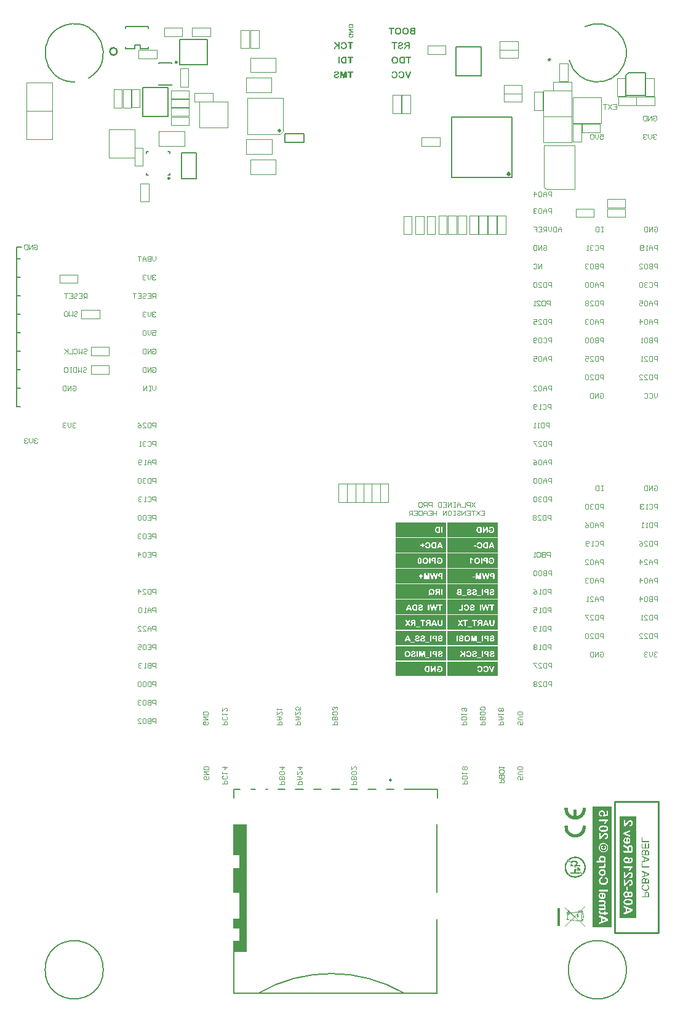
<source format=gbo>
%FSLAX43Y43*%
%MOMM*%
G71*
G01*
G75*
G04 Layer_Color=32896*
%ADD10C,0.175*%
%ADD11R,0.600X0.900*%
%ADD12R,0.800X0.650*%
%ADD13R,0.900X0.600*%
%ADD14R,0.650X0.800*%
%ADD15R,0.500X0.650*%
%ADD16R,0.600X0.550*%
%ADD17R,1.050X0.600*%
%ADD18R,0.550X0.600*%
%ADD19R,0.700X0.700*%
%ADD20R,1.000X2.250*%
%ADD21R,1.200X1.200*%
%ADD22R,1.200X1.200*%
%ADD23R,0.400X1.350*%
%ADD24R,1.100X0.600*%
%ADD25R,1.100X1.000*%
%ADD26R,0.700X0.700*%
%ADD27R,0.650X0.500*%
%ADD28R,1.500X2.400*%
%ADD29R,2.200X1.500*%
%ADD30R,1.092X1.600*%
%ADD31R,1.600X1.092*%
%ADD32R,1.350X1.500*%
%ADD33R,1.500X1.350*%
%ADD34R,0.762X0.762*%
%ADD35R,0.500X0.600*%
%ADD36R,0.762X0.762*%
%ADD37R,0.950X1.000*%
%ADD38R,2.800X1.400*%
%ADD39R,1.600X1.300*%
%ADD40R,1.300X1.600*%
%ADD41R,0.950X1.750*%
%ADD42R,2.500X4.600*%
%ADD43R,2.200X0.600*%
%ADD44R,0.300X1.700*%
%ADD45O,0.300X1.700*%
%ADD46O,1.700X0.300*%
%ADD47R,0.850X0.300*%
%ADD48R,1.300X1.400*%
%ADD49R,0.230X0.500*%
%ADD50R,0.500X0.230*%
%ADD51R,3.400X3.400*%
%ADD52C,0.320*%
%ADD53R,0.600X1.100*%
%ADD54R,4.100X3.500*%
%ADD55R,0.350X0.675*%
%ADD56R,2.500X1.700*%
%ADD57R,1.400X1.600*%
%ADD58R,0.700X0.300*%
%ADD59O,0.200X0.700*%
%ADD60O,0.700X0.200*%
%ADD61R,2.800X2.800*%
%ADD62R,1.000X1.600*%
%ADD63R,3.000X2.500*%
%ADD64R,1.200X2.000*%
%ADD65R,0.610X4.600*%
%ADD66R,2.000X4.900*%
%ADD67R,0.810X4.600*%
%ADD68R,1.100X0.300*%
%ADD69R,3.100X2.300*%
%ADD70R,2.270X0.280*%
%ADD71R,0.430X2.540*%
%ADD72R,0.430X4.700*%
%ADD73R,3.200X1.270*%
%ADD74R,3.683X1.270*%
%ADD75R,0.740X2.790*%
%ADD76C,0.180*%
%ADD77C,0.200*%
%ADD78C,0.150*%
%ADD79C,0.300*%
%ADD80C,0.165*%
%ADD81C,0.185*%
%ADD82C,0.127*%
%ADD83R,1.800X1.900*%
%ADD84R,0.300X0.900*%
%ADD85C,3.600*%
%ADD86R,1.700X1.700*%
G04:AMPARAMS|DCode=87|XSize=1.05mm|YSize=1.25mm|CornerRadius=0.525mm|HoleSize=0mm|Usage=FLASHONLY|Rotation=180.000|XOffset=0mm|YOffset=0mm|HoleType=Round|Shape=RoundedRectangle|*
%AMROUNDEDRECTD87*
21,1,1.050,0.200,0,0,180.0*
21,1,0.000,1.250,0,0,180.0*
1,1,1.050,0.000,0.100*
1,1,1.050,0.000,0.100*
1,1,1.050,0.000,-0.100*
1,1,1.050,0.000,-0.100*
%
%ADD87ROUNDEDRECTD87*%
G04:AMPARAMS|DCode=88|XSize=2.1mm|YSize=1.9mm|CornerRadius=0.494mm|HoleSize=0mm|Usage=FLASHONLY|Rotation=180.000|XOffset=0mm|YOffset=0mm|HoleType=Round|Shape=RoundedRectangle|*
%AMROUNDEDRECTD88*
21,1,2.100,0.912,0,0,180.0*
21,1,1.112,1.900,0,0,180.0*
1,1,0.988,-0.556,0.456*
1,1,0.988,0.556,0.456*
1,1,0.988,0.556,-0.456*
1,1,0.988,-0.556,-0.456*
%
%ADD88ROUNDEDRECTD88*%
%ADD89C,1.700*%
%ADD90R,1.700X1.700*%
%ADD91C,1.500*%
%ADD92R,5.000X2.400*%
%ADD93R,5.000X2.200*%
%ADD94R,2.200X4.500*%
%ADD95C,1.020*%
%ADD96C,1.000*%
%ADD97C,0.550*%
%ADD98C,0.400*%
%ADD99C,0.700*%
%ADD100C,0.660*%
%ADD101C,1.016*%
%ADD102C,0.500*%
%ADD103C,1.600*%
G04:AMPARAMS|DCode=104|XSize=2.524mm|YSize=2.524mm|CornerRadius=0mm|HoleSize=0mm|Usage=FLASHONLY|Rotation=0.000|XOffset=0mm|YOffset=0mm|HoleType=Round|Shape=Relief|Width=0.254mm|Gap=0.254mm|Entries=4|*
%AMTHD104*
7,0,0,2.524,2.016,0.254,45*
%
%ADD104THD104*%
%ADD105O,1.250X1.450*%
%ADD106O,1.425X2.100*%
%ADD107C,1.900*%
%ADD108C,2.100*%
%ADD109C,3.600*%
%AMTHOVALD110*
21,1,1.800,2.724,0,0,0.0*
1,1,2.724,-0.900,0.000*
1,1,2.724,0.900,0.000*
21,0,1.800,2.216,0,0,0.0*
1,0,2.216,-0.900,0.000*
1,0,2.216,0.900,0.000*
4,0,4,-0.810,-0.090,-1.773,-1.053,-1.953,-0.873,-0.990,0.090,-0.810,-0.090,0.0*
4,0,4,0.990,-0.090,1.953,0.873,1.773,1.053,0.810,0.090,0.990,-0.090,0.0*
4,0,4,-0.990,-0.090,-1.953,0.873,-1.773,1.053,-0.810,0.090,-0.990,-0.090,0.0*
4,0,4,0.810,-0.090,1.773,-1.053,1.953,-0.873,0.990,0.090,0.810,-0.090,0.0*
%
%ADD110THOVALD110*%

%ADD111O,4.100X1.800*%
%AMTHOVALD112*
21,1,1.700,2.824,0,0,270.0*
1,1,2.824,0.000,0.850*
1,1,2.824,0.000,-0.850*
21,0,1.700,2.316,0,0,270.0*
1,0,2.316,0.000,0.850*
1,0,2.316,0.000,-0.850*
4,0,4,-0.090,0.760,-1.088,1.759,-0.909,1.938,0.090,0.940,-0.090,0.760,0.0*
4,0,4,-0.090,-0.940,0.909,-1.938,1.088,-1.759,0.090,-0.760,-0.090,-0.940,0.0*
4,0,4,-0.090,0.940,0.909,1.938,1.088,1.759,0.090,0.760,-0.090,0.940,0.0*
4,0,4,-0.090,-0.760,-1.088,-1.759,-0.909,-1.938,0.090,-0.940,-0.090,-0.760,0.0*
%
%ADD112THOVALD112*%

%ADD113C,1.620*%
%ADD114C,1.790*%
%ADD115C,0.850*%
%ADD116C,0.800*%
%ADD117C,0.930*%
%ADD118C,3.300*%
%ADD119O,3.600X1.800*%
%ADD120O,1.900X3.600*%
%ADD121C,0.950*%
%ADD122C,0.800*%
%ADD123C,1.270*%
%ADD124R,1.300X0.600*%
%ADD125R,3.700X0.980*%
%ADD126R,0.600X1.300*%
%ADD127R,0.650X1.050*%
%ADD128R,0.980X3.700*%
%ADD129R,1.400X0.600*%
%ADD130R,0.350X0.850*%
%ADD131R,1.700X0.350*%
%ADD132C,0.280*%
%ADD133O,0.280X0.850*%
%ADD134O,0.850X0.280*%
%ADD135R,2.700X2.700*%
%ADD136R,0.700X0.230*%
%ADD137R,0.230X0.700*%
%ADD138O,1.524X0.381*%
%ADD139R,2.000X1.100*%
%ADD140R,3.000X3.000*%
%ADD141R,0.800X2.000*%
%ADD142C,0.125*%
%ADD143R,0.312X0.829*%
%ADD144R,1.490X0.201*%
%ADD145R,1.507X0.242*%
%ADD146C,0.254*%
%ADD147C,0.250*%
%ADD148C,0.600*%
%ADD149C,1.000*%
%ADD150C,0.100*%
%ADD151C,0.112*%
%ADD152R,2.100X2.100*%
%ADD153R,2.100X2.100*%
%ADD154C,0.264*%
%ADD155R,1.750X1.750*%
%ADD156R,0.870X0.870*%
%ADD157R,1.125X1.550*%
%ADD158R,1.700X1.700*%
%ADD159R,0.000X0.000*%
%ADD160R,1.350X1.550*%
%ADD161R,1.300X1.400*%
%ADD162R,0.510X0.900*%
%ADD163R,0.850X1.950*%
%ADD164R,0.700X1.000*%
%ADD165R,0.900X0.750*%
%ADD166R,1.000X0.700*%
%ADD167R,0.750X0.900*%
%ADD168R,0.600X0.750*%
%ADD169R,0.700X0.650*%
%ADD170R,1.150X0.700*%
%ADD171R,0.650X0.700*%
%ADD172R,0.800X0.800*%
%ADD173R,1.100X2.350*%
%ADD174R,1.300X1.300*%
%ADD175R,1.300X1.300*%
%ADD176R,0.500X1.450*%
%ADD177R,1.200X0.700*%
%ADD178R,1.200X1.100*%
%ADD179R,0.800X0.800*%
%ADD180R,0.750X0.600*%
%ADD181R,1.600X2.500*%
%ADD182R,2.300X1.600*%
%ADD183R,1.192X1.700*%
%ADD184R,1.700X1.192*%
%ADD185R,1.450X1.600*%
%ADD186R,1.600X1.450*%
%ADD187R,0.862X0.862*%
%ADD188R,0.600X0.700*%
%ADD189R,0.862X0.862*%
%ADD190R,1.050X1.100*%
%ADD191R,2.900X1.500*%
%ADD192R,1.700X1.400*%
%ADD193R,1.400X1.700*%
%ADD194R,1.050X1.850*%
%ADD195R,2.600X4.700*%
%ADD196R,2.300X0.700*%
%ADD197R,0.400X1.800*%
%ADD198O,0.400X1.800*%
%ADD199O,1.800X0.400*%
%ADD200R,0.950X0.400*%
%ADD201R,1.400X1.500*%
%ADD202R,0.330X0.600*%
%ADD203R,0.600X0.330*%
%ADD204R,3.500X3.500*%
%ADD205C,0.470*%
%ADD206R,0.700X1.200*%
%ADD207R,4.200X3.600*%
%ADD208R,0.450X0.775*%
%ADD209R,2.600X1.800*%
%ADD210R,1.550X1.750*%
%ADD211R,0.850X0.450*%
%ADD212O,0.300X0.800*%
%ADD213O,0.800X0.300*%
%ADD214R,2.900X2.900*%
%ADD215R,1.100X1.700*%
%ADD216R,3.100X2.600*%
%ADD217R,1.300X2.100*%
%ADD218R,0.710X4.700*%
%ADD219R,2.100X5.000*%
%ADD220R,0.910X4.700*%
%ADD221R,1.200X0.400*%
%ADD222R,3.200X2.400*%
%ADD223R,2.370X0.380*%
%ADD224R,0.530X2.640*%
%ADD225R,0.530X4.800*%
%ADD226R,3.300X1.370*%
%ADD227R,3.783X1.370*%
%ADD228R,0.840X2.890*%
%ADD229R,1.900X2.000*%
%ADD230C,3.700*%
%ADD231R,1.800X1.800*%
G04:AMPARAMS|DCode=232|XSize=1.15mm|YSize=1.35mm|CornerRadius=0.575mm|HoleSize=0mm|Usage=FLASHONLY|Rotation=180.000|XOffset=0mm|YOffset=0mm|HoleType=Round|Shape=RoundedRectangle|*
%AMROUNDEDRECTD232*
21,1,1.150,0.200,0,0,180.0*
21,1,0.000,1.350,0,0,180.0*
1,1,1.150,0.000,0.100*
1,1,1.150,0.000,0.100*
1,1,1.150,0.000,-0.100*
1,1,1.150,0.000,-0.100*
%
%ADD232ROUNDEDRECTD232*%
G04:AMPARAMS|DCode=233|XSize=2.2mm|YSize=2mm|CornerRadius=0.544mm|HoleSize=0mm|Usage=FLASHONLY|Rotation=180.000|XOffset=0mm|YOffset=0mm|HoleType=Round|Shape=RoundedRectangle|*
%AMROUNDEDRECTD233*
21,1,2.200,0.912,0,0,180.0*
21,1,1.112,2.000,0,0,180.0*
1,1,1.088,-0.556,0.456*
1,1,1.088,0.556,0.456*
1,1,1.088,0.556,-0.456*
1,1,1.088,-0.556,-0.456*
%
%ADD233ROUNDEDRECTD233*%
%ADD234C,1.800*%
%ADD235C,0.100*%
%ADD236R,1.800X1.800*%
%ADD237R,0.100X0.100*%
%ADD238R,5.100X2.500*%
%ADD239R,5.100X2.300*%
%ADD240R,2.300X4.600*%
%ADD241C,1.120*%
%ADD242C,1.100*%
%ADD243C,0.650*%
%ADD244C,0.900*%
%ADD245C,1.370*%
%ADD246R,1.400X0.700*%
%ADD247R,3.800X1.080*%
%ADD248R,0.700X1.400*%
%ADD249R,0.750X1.150*%
%ADD250R,1.080X3.800*%
%ADD251R,1.500X0.700*%
%ADD252R,0.450X0.950*%
%ADD253R,1.800X0.450*%
%ADD254C,0.380*%
%ADD255O,0.380X0.950*%
%ADD256O,0.950X0.380*%
%ADD257R,0.800X0.330*%
%ADD258R,0.330X0.800*%
%ADD259O,1.624X0.481*%
%ADD260R,2.400X1.500*%
%ADD261R,3.400X3.400*%
%ADD262R,1.200X2.400*%
%ADD263C,0.600*%
%ADD264R,0.700X0.700*%
%ADD265R,3.450X0.730*%
%ADD266R,0.730X3.450*%
%ADD267C,0.400*%
%ADD268C,0.152*%
%ADD269R,1.055X16.800*%
%ADD270R,1.900X1.550*%
%ADD271R,1.900X1.400*%
%ADD272R,1.900X3.400*%
%ADD273R,1.905X4.325*%
G36*
X-43590Y-7038D02*
X-43572Y-7040D01*
X-43558Y-7043D01*
X-43546Y-7046D01*
X-43536Y-7051D01*
X-43530Y-7054D01*
X-43525Y-7056D01*
X-43524Y-7058D01*
X-43514Y-7068D01*
X-43506Y-7079D01*
X-43500Y-7093D01*
X-43496Y-7106D01*
X-43494Y-7120D01*
X-43492Y-7130D01*
Y-7138D01*
Y-7139D01*
Y-7140D01*
Y-7874D01*
X-43494Y-7892D01*
X-43496Y-7909D01*
X-43500Y-7922D01*
X-43505Y-7934D01*
X-43509Y-7942D01*
X-43512Y-7949D01*
X-43515Y-7952D01*
X-43516Y-7954D01*
X-43526Y-7962D01*
X-43536Y-7969D01*
X-43546Y-7974D01*
X-43556Y-7976D01*
X-43565Y-7979D01*
X-43571Y-7980D01*
X-43577D01*
X-43591Y-7979D01*
X-43605Y-7976D01*
X-43615Y-7971D01*
X-43625Y-7966D01*
X-43631Y-7962D01*
X-43637Y-7957D01*
X-43640Y-7955D01*
X-43641Y-7954D01*
X-43648Y-7942D01*
X-43655Y-7930D01*
X-43658Y-7916D01*
X-43662Y-7904D01*
X-43663Y-7892D01*
X-43665Y-7882D01*
Y-7876D01*
Y-7874D01*
Y-7233D01*
X-43812Y-7825D01*
X-43817Y-7846D01*
X-43820Y-7855D01*
X-43822Y-7864D01*
X-43825Y-7871D01*
X-43826Y-7876D01*
X-43827Y-7880D01*
Y-7881D01*
X-43833Y-7900D01*
X-43840Y-7915D01*
X-43843Y-7921D01*
X-43845Y-7926D01*
X-43847Y-7929D01*
Y-7930D01*
X-43858Y-7945D01*
X-43870Y-7956D01*
X-43875Y-7961D01*
X-43878Y-7964D01*
X-43881Y-7965D01*
X-43882Y-7966D01*
X-43891Y-7971D01*
X-43901Y-7974D01*
X-43920Y-7979D01*
X-43927D01*
X-43933Y-7980D01*
X-43938D01*
X-43953Y-7979D01*
X-43967Y-7976D01*
X-43978Y-7974D01*
X-43988Y-7969D01*
X-43996Y-7965D01*
X-44002Y-7962D01*
X-44005Y-7960D01*
X-44006Y-7959D01*
X-44015Y-7950D01*
X-44022Y-7941D01*
X-44027Y-7934D01*
X-44032Y-7926D01*
X-44036Y-7920D01*
X-44038Y-7915D01*
X-44040Y-7911D01*
Y-7910D01*
X-44043Y-7899D01*
X-44048Y-7885D01*
X-44052Y-7871D01*
X-44056Y-7857D01*
X-44060Y-7845D01*
X-44062Y-7834D01*
X-44065Y-7827D01*
Y-7825D01*
X-44213Y-7233D01*
Y-7874D01*
X-44215Y-7892D01*
X-44217Y-7909D01*
X-44221Y-7922D01*
X-44226Y-7934D01*
X-44230Y-7942D01*
X-44233Y-7949D01*
X-44236Y-7952D01*
X-44237Y-7954D01*
X-44247Y-7962D01*
X-44257Y-7969D01*
X-44267Y-7974D01*
X-44277Y-7976D01*
X-44286Y-7979D01*
X-44292Y-7980D01*
X-44298D01*
X-44312Y-7979D01*
X-44326Y-7976D01*
X-44336Y-7971D01*
X-44346Y-7966D01*
X-44352Y-7962D01*
X-44358Y-7957D01*
X-44361Y-7955D01*
X-44362Y-7954D01*
X-44370Y-7942D01*
X-44376Y-7930D01*
X-44380Y-7916D01*
X-44383Y-7904D01*
X-44385Y-7892D01*
X-44386Y-7882D01*
Y-7876D01*
Y-7874D01*
Y-7140D01*
X-44385Y-7119D01*
X-44381Y-7101D01*
X-44376Y-7088D01*
X-44370Y-7076D01*
X-44363Y-7068D01*
X-44358Y-7061D01*
X-44355Y-7059D01*
X-44353Y-7058D01*
X-44341Y-7050D01*
X-44327Y-7045D01*
X-44313Y-7041D01*
X-44300Y-7039D01*
X-44287Y-7038D01*
X-44277Y-7036D01*
X-44191D01*
X-44176Y-7038D01*
X-44162Y-7039D01*
X-44152Y-7041D01*
X-44143Y-7043D01*
X-44138Y-7045D01*
X-44135Y-7046D01*
X-44133D01*
X-44126Y-7050D01*
X-44118Y-7056D01*
X-44107Y-7068D01*
X-44103Y-7073D01*
X-44101Y-7078D01*
X-44098Y-7080D01*
Y-7081D01*
X-44095Y-7091D01*
X-44090Y-7104D01*
X-44082Y-7130D01*
X-44078Y-7143D01*
X-44076Y-7153D01*
X-44075Y-7159D01*
X-44073Y-7160D01*
Y-7161D01*
X-43938Y-7669D01*
X-43803Y-7161D01*
X-43798Y-7141D01*
X-43793Y-7125D01*
X-43790Y-7111D01*
X-43785Y-7100D01*
X-43782Y-7091D01*
X-43780Y-7086D01*
X-43777Y-7083D01*
Y-7081D01*
X-43772Y-7073D01*
X-43767Y-7065D01*
X-43761Y-7059D01*
X-43756Y-7054D01*
X-43751Y-7051D01*
X-43746Y-7049D01*
X-43743Y-7046D01*
X-43742D01*
X-43732Y-7043D01*
X-43721Y-7040D01*
X-43696Y-7038D01*
X-43685Y-7036D01*
X-43608D01*
X-43590Y-7038D01*
D02*
G37*
G36*
X-42677D02*
X-42664Y-7040D01*
X-42651Y-7043D01*
X-42641Y-7046D01*
X-42632Y-7051D01*
X-42627Y-7054D01*
X-42624Y-7056D01*
X-42622Y-7058D01*
X-42615Y-7066D01*
X-42609Y-7075D01*
X-42605Y-7085D01*
X-42601Y-7094D01*
X-42600Y-7103D01*
X-42599Y-7109D01*
Y-7114D01*
Y-7115D01*
X-42600Y-7128D01*
X-42603Y-7139D01*
X-42606Y-7149D01*
X-42611Y-7156D01*
X-42615Y-7163D01*
X-42619Y-7168D01*
X-42621Y-7170D01*
X-42622Y-7171D01*
X-42632Y-7178D01*
X-42644Y-7183D01*
X-42655Y-7186D01*
X-42667Y-7189D01*
X-42677Y-7190D01*
X-42686Y-7191D01*
X-42900D01*
Y-7866D01*
X-42901Y-7886D01*
X-42904Y-7904D01*
X-42909Y-7919D01*
X-42914Y-7931D01*
X-42917Y-7940D01*
X-42922Y-7947D01*
X-42925Y-7951D01*
X-42926Y-7952D01*
X-42936Y-7961D01*
X-42947Y-7969D01*
X-42959Y-7974D01*
X-42970Y-7976D01*
X-42979Y-7979D01*
X-42987Y-7980D01*
X-42994D01*
X-43009Y-7979D01*
X-43021Y-7976D01*
X-43034Y-7971D01*
X-43042Y-7966D01*
X-43051Y-7961D01*
X-43056Y-7956D01*
X-43060Y-7954D01*
X-43061Y-7952D01*
X-43070Y-7940D01*
X-43076Y-7926D01*
X-43081Y-7912D01*
X-43084Y-7899D01*
X-43086Y-7886D01*
X-43087Y-7876D01*
Y-7869D01*
Y-7866D01*
Y-7191D01*
X-43292D01*
X-43309Y-7190D01*
X-43324Y-7188D01*
X-43336Y-7185D01*
X-43346Y-7181D01*
X-43354Y-7178D01*
X-43359Y-7174D01*
X-43362Y-7173D01*
X-43364Y-7171D01*
X-43372Y-7163D01*
X-43379Y-7154D01*
X-43382Y-7144D01*
X-43386Y-7135D01*
X-43387Y-7128D01*
X-43389Y-7121D01*
Y-7116D01*
Y-7115D01*
X-43387Y-7103D01*
X-43385Y-7091D01*
X-43381Y-7081D01*
X-43377Y-7074D01*
X-43372Y-7068D01*
X-43369Y-7063D01*
X-43366Y-7060D01*
X-43365Y-7059D01*
X-43355Y-7051D01*
X-43344Y-7046D01*
X-43331Y-7041D01*
X-43320Y-7039D01*
X-43309Y-7038D01*
X-43300Y-7036D01*
X-42694D01*
X-42677Y-7038D01*
D02*
G37*
G36*
X-44544Y-5021D02*
X-44532Y-5025D01*
X-44520Y-5029D01*
X-44511Y-5034D01*
X-44502Y-5040D01*
X-44497Y-5044D01*
X-44493Y-5048D01*
X-44492Y-5049D01*
X-44483Y-5061D01*
X-44477Y-5074D01*
X-44473Y-5089D01*
X-44471Y-5103D01*
X-44468Y-5115D01*
X-44467Y-5125D01*
Y-5133D01*
Y-5134D01*
Y-5135D01*
Y-5866D01*
X-44468Y-5886D01*
X-44471Y-5904D01*
X-44475Y-5917D01*
X-44480Y-5930D01*
X-44485Y-5939D01*
X-44488Y-5946D01*
X-44491Y-5950D01*
X-44492Y-5951D01*
X-44502Y-5961D01*
X-44513Y-5967D01*
X-44525Y-5972D01*
X-44536Y-5976D01*
X-44544Y-5979D01*
X-44553Y-5980D01*
X-44560D01*
X-44574Y-5979D01*
X-44588Y-5976D01*
X-44599Y-5971D01*
X-44609Y-5966D01*
X-44618Y-5961D01*
X-44623Y-5956D01*
X-44627Y-5954D01*
X-44628Y-5952D01*
X-44637Y-5940D01*
X-44643Y-5926D01*
X-44648Y-5912D01*
X-44651Y-5899D01*
X-44653Y-5886D01*
X-44654Y-5876D01*
Y-5869D01*
Y-5866D01*
Y-5135D01*
X-44653Y-5115D01*
X-44651Y-5098D01*
X-44646Y-5083D01*
X-44642Y-5070D01*
X-44637Y-5061D01*
X-44632Y-5054D01*
X-44629Y-5050D01*
X-44628Y-5049D01*
X-44618Y-5039D01*
X-44607Y-5033D01*
X-44594Y-5028D01*
X-44584Y-5024D01*
X-44574Y-5021D01*
X-44567Y-5020D01*
X-44560D01*
X-44544Y-5021D01*
D02*
G37*
G36*
X-43593Y-5038D02*
X-43576Y-5040D01*
X-43561Y-5045D01*
X-43549Y-5050D01*
X-43540Y-5055D01*
X-43532Y-5060D01*
X-43529Y-5063D01*
X-43527Y-5064D01*
X-43519Y-5075D01*
X-43512Y-5089D01*
X-43507Y-5104D01*
X-43505Y-5119D01*
X-43502Y-5131D01*
X-43501Y-5143D01*
Y-5150D01*
Y-5151D01*
Y-5153D01*
Y-5832D01*
Y-5849D01*
X-43502Y-5862D01*
X-43504Y-5875D01*
X-43505Y-5886D01*
X-43506Y-5895D01*
X-43507Y-5901D01*
X-43509Y-5905D01*
Y-5906D01*
X-43512Y-5916D01*
X-43517Y-5925D01*
X-43522Y-5931D01*
X-43529Y-5937D01*
X-43534Y-5942D01*
X-43539Y-5946D01*
X-43541Y-5947D01*
X-43542Y-5949D01*
X-43554Y-5954D01*
X-43566Y-5957D01*
X-43591Y-5961D01*
X-43602Y-5962D01*
X-43611Y-5964D01*
X-43888D01*
X-43910Y-5962D01*
X-43928Y-5961D01*
X-43946Y-5960D01*
X-43960Y-5959D01*
X-43970Y-5957D01*
X-43976Y-5956D01*
X-43978D01*
X-43997Y-5952D01*
X-44015Y-5947D01*
X-44031Y-5944D01*
X-44045Y-5939D01*
X-44057Y-5934D01*
X-44066Y-5931D01*
X-44071Y-5929D01*
X-44073Y-5927D01*
X-44090Y-5920D01*
X-44106Y-5910D01*
X-44120Y-5901D01*
X-44132Y-5892D01*
X-44142Y-5885D01*
X-44150Y-5879D01*
X-44155Y-5875D01*
X-44156Y-5874D01*
X-44173Y-5857D01*
X-44188Y-5840D01*
X-44201Y-5824D01*
X-44212Y-5807D01*
X-44221Y-5795D01*
X-44228Y-5784D01*
X-44232Y-5777D01*
X-44233Y-5775D01*
X-44243Y-5754D01*
X-44253Y-5732D01*
X-44261Y-5711D01*
X-44267Y-5692D01*
X-44272Y-5676D01*
X-44276Y-5662D01*
X-44277Y-5657D01*
Y-5654D01*
X-44278Y-5652D01*
Y-5651D01*
X-44283Y-5625D01*
X-44287Y-5597D01*
X-44290Y-5572D01*
X-44292Y-5549D01*
Y-5529D01*
X-44293Y-5520D01*
Y-5512D01*
Y-5506D01*
Y-5503D01*
Y-5500D01*
Y-5499D01*
X-44292Y-5453D01*
X-44287Y-5410D01*
X-44280Y-5370D01*
X-44271Y-5333D01*
X-44260Y-5299D01*
X-44247Y-5268D01*
X-44235Y-5240D01*
X-44221Y-5215D01*
X-44207Y-5193D01*
X-44195Y-5174D01*
X-44182Y-5158D01*
X-44171Y-5145D01*
X-44162Y-5134D01*
X-44155Y-5128D01*
X-44150Y-5123D01*
X-44148Y-5121D01*
X-44127Y-5104D01*
X-44105Y-5090D01*
X-44085Y-5079D01*
X-44065Y-5070D01*
X-44048Y-5063D01*
X-44035Y-5059D01*
X-44030Y-5058D01*
X-44026Y-5056D01*
X-44025Y-5055D01*
X-44023D01*
X-43997Y-5049D01*
X-43970Y-5044D01*
X-43942Y-5041D01*
X-43916Y-5039D01*
X-43893Y-5038D01*
X-43885Y-5036D01*
X-43615D01*
X-43593Y-5038D01*
D02*
G37*
G36*
X-42677D02*
X-42664Y-5040D01*
X-42651Y-5043D01*
X-42641Y-5046D01*
X-42632Y-5051D01*
X-42627Y-5054D01*
X-42624Y-5056D01*
X-42622Y-5058D01*
X-42615Y-5066D01*
X-42609Y-5075D01*
X-42605Y-5085D01*
X-42601Y-5094D01*
X-42600Y-5103D01*
X-42599Y-5109D01*
Y-5114D01*
Y-5115D01*
X-42600Y-5128D01*
X-42603Y-5139D01*
X-42606Y-5149D01*
X-42611Y-5156D01*
X-42615Y-5163D01*
X-42619Y-5168D01*
X-42621Y-5170D01*
X-42622Y-5171D01*
X-42632Y-5178D01*
X-42644Y-5183D01*
X-42655Y-5186D01*
X-42667Y-5189D01*
X-42677Y-5190D01*
X-42686Y-5191D01*
X-42900D01*
Y-5866D01*
X-42901Y-5886D01*
X-42904Y-5904D01*
X-42909Y-5919D01*
X-42914Y-5931D01*
X-42917Y-5940D01*
X-42922Y-5947D01*
X-42925Y-5951D01*
X-42926Y-5952D01*
X-42936Y-5961D01*
X-42947Y-5969D01*
X-42959Y-5974D01*
X-42970Y-5976D01*
X-42979Y-5979D01*
X-42987Y-5980D01*
X-42994D01*
X-43009Y-5979D01*
X-43021Y-5976D01*
X-43034Y-5971D01*
X-43042Y-5966D01*
X-43051Y-5961D01*
X-43056Y-5956D01*
X-43060Y-5954D01*
X-43061Y-5952D01*
X-43070Y-5940D01*
X-43076Y-5926D01*
X-43081Y-5912D01*
X-43084Y-5899D01*
X-43086Y-5886D01*
X-43087Y-5876D01*
Y-5869D01*
Y-5866D01*
Y-5191D01*
X-43292D01*
X-43309Y-5190D01*
X-43324Y-5188D01*
X-43336Y-5185D01*
X-43346Y-5181D01*
X-43354Y-5178D01*
X-43359Y-5174D01*
X-43362Y-5173D01*
X-43364Y-5171D01*
X-43372Y-5163D01*
X-43379Y-5154D01*
X-43382Y-5144D01*
X-43386Y-5135D01*
X-43387Y-5128D01*
X-43389Y-5121D01*
Y-5116D01*
Y-5115D01*
X-43387Y-5103D01*
X-43385Y-5091D01*
X-43381Y-5081D01*
X-43377Y-5074D01*
X-43372Y-5068D01*
X-43369Y-5063D01*
X-43366Y-5060D01*
X-43365Y-5059D01*
X-43355Y-5051D01*
X-43344Y-5046D01*
X-43331Y-5041D01*
X-43320Y-5039D01*
X-43309Y-5038D01*
X-43300Y-5036D01*
X-42694D01*
X-42677Y-5038D01*
D02*
G37*
G36*
X-36906Y-7021D02*
X-36873Y-7025D01*
X-36843Y-7031D01*
X-36817Y-7036D01*
X-36806Y-7040D01*
X-36796Y-7043D01*
X-36787Y-7046D01*
X-36779Y-7049D01*
X-36773Y-7050D01*
X-36768Y-7053D01*
X-36766Y-7054D01*
X-36764D01*
X-36736Y-7068D01*
X-36708Y-7083D01*
X-36684Y-7099D01*
X-36663Y-7114D01*
X-36647Y-7128D01*
X-36634Y-7140D01*
X-36629Y-7144D01*
X-36626Y-7148D01*
X-36624Y-7149D01*
X-36623Y-7150D01*
X-36602Y-7175D01*
X-36583Y-7200D01*
X-36568Y-7225D01*
X-36555Y-7249D01*
X-36544Y-7270D01*
X-36541Y-7279D01*
X-36537Y-7286D01*
X-36535Y-7293D01*
X-36532Y-7298D01*
X-36531Y-7300D01*
Y-7301D01*
X-36520Y-7335D01*
X-36512Y-7370D01*
X-36506Y-7404D01*
X-36502Y-7435D01*
X-36501Y-7449D01*
X-36500Y-7463D01*
Y-7474D01*
X-36498Y-7484D01*
Y-7491D01*
Y-7497D01*
Y-7501D01*
Y-7503D01*
Y-7527D01*
X-36501Y-7551D01*
X-36502Y-7574D01*
X-36505Y-7594D01*
X-36507Y-7610D01*
X-36508Y-7621D01*
X-36510Y-7626D01*
X-36511Y-7630D01*
Y-7631D01*
Y-7632D01*
X-36516Y-7655D01*
X-36522Y-7676D01*
X-36528Y-7696D01*
X-36535Y-7714D01*
X-36541Y-7727D01*
X-36546Y-7739D01*
X-36548Y-7746D01*
X-36549Y-7747D01*
Y-7749D01*
X-36560Y-7769D01*
X-36571Y-7786D01*
X-36581Y-7804D01*
X-36591Y-7817D01*
X-36599Y-7830D01*
X-36606Y-7839D01*
X-36611Y-7844D01*
X-36612Y-7846D01*
X-36628Y-7864D01*
X-36643Y-7879D01*
X-36658Y-7891D01*
X-36672Y-7902D01*
X-36684Y-7911D01*
X-36693Y-7919D01*
X-36699Y-7922D01*
X-36702Y-7924D01*
X-36721Y-7934D01*
X-36739Y-7942D01*
X-36758Y-7950D01*
X-36774Y-7956D01*
X-36789Y-7960D01*
X-36801Y-7964D01*
X-36808Y-7965D01*
X-36809Y-7966D01*
X-36811D01*
X-36833Y-7971D01*
X-36857Y-7974D01*
X-36879Y-7976D01*
X-36901Y-7979D01*
X-36918D01*
X-36932Y-7980D01*
X-36944D01*
X-36979Y-7979D01*
X-37012Y-7975D01*
X-37041Y-7970D01*
X-37066Y-7965D01*
X-37077Y-7962D01*
X-37087Y-7960D01*
X-37094Y-7957D01*
X-37102Y-7955D01*
X-37107Y-7952D01*
X-37111Y-7951D01*
X-37113Y-7950D01*
X-37114D01*
X-37141Y-7937D01*
X-37163Y-7924D01*
X-37184Y-7910D01*
X-37201Y-7897D01*
X-37214Y-7886D01*
X-37224Y-7877D01*
X-37231Y-7871D01*
X-37233Y-7869D01*
X-37249Y-7850D01*
X-37264Y-7831D01*
X-37276Y-7815D01*
X-37286Y-7799D01*
X-37293Y-7786D01*
X-37298Y-7776D01*
X-37301Y-7770D01*
X-37302Y-7767D01*
X-37309Y-7749D01*
X-37314Y-7731D01*
X-37319Y-7715D01*
X-37322Y-7701D01*
X-37323Y-7689D01*
X-37324Y-7680D01*
Y-7675D01*
Y-7672D01*
X-37323Y-7660D01*
X-37321Y-7649D01*
X-37317Y-7639D01*
X-37312Y-7630D01*
X-37307Y-7622D01*
X-37303Y-7617D01*
X-37301Y-7615D01*
X-37299Y-7614D01*
X-37291Y-7606D01*
X-37281Y-7600D01*
X-37271Y-7596D01*
X-37262Y-7592D01*
X-37254Y-7591D01*
X-37248Y-7590D01*
X-37243D01*
X-37229Y-7591D01*
X-37217Y-7594D01*
X-37207Y-7597D01*
X-37199Y-7601D01*
X-37193Y-7606D01*
X-37189Y-7610D01*
X-37187Y-7612D01*
X-37186Y-7614D01*
X-37179Y-7622D01*
X-37173Y-7632D01*
X-37164Y-7652D01*
X-37161Y-7661D01*
X-37158Y-7667D01*
X-37156Y-7672D01*
Y-7674D01*
X-37144Y-7701D01*
X-37131Y-7725D01*
X-37116Y-7745D01*
X-37102Y-7761D01*
X-37089Y-7775D01*
X-37079Y-7784D01*
X-37073Y-7789D01*
X-37072Y-7791D01*
X-37071D01*
X-37049Y-7805D01*
X-37026Y-7814D01*
X-37003Y-7821D01*
X-36982Y-7826D01*
X-36963Y-7829D01*
X-36954Y-7830D01*
X-36948D01*
X-36942Y-7831D01*
X-36934D01*
X-36907Y-7830D01*
X-36882Y-7826D01*
X-36859Y-7820D01*
X-36841Y-7814D01*
X-36824Y-7807D01*
X-36813Y-7801D01*
X-36806Y-7797D01*
X-36804Y-7796D01*
X-36803D01*
X-36783Y-7781D01*
X-36767Y-7765D01*
X-36752Y-7746D01*
X-36741Y-7729D01*
X-36731Y-7714D01*
X-36723Y-7700D01*
X-36722Y-7696D01*
X-36719Y-7692D01*
X-36718Y-7690D01*
Y-7689D01*
X-36708Y-7660D01*
X-36701Y-7630D01*
X-36696Y-7600D01*
X-36692Y-7571D01*
X-36691Y-7559D01*
X-36689Y-7546D01*
Y-7536D01*
X-36688Y-7526D01*
Y-7519D01*
Y-7514D01*
Y-7510D01*
Y-7509D01*
X-36689Y-7479D01*
X-36691Y-7451D01*
X-36694Y-7425D01*
X-36698Y-7401D01*
X-36704Y-7379D01*
X-36709Y-7358D01*
X-36716Y-7339D01*
X-36722Y-7323D01*
X-36728Y-7308D01*
X-36734Y-7294D01*
X-36741Y-7283D01*
X-36746Y-7274D01*
X-36749Y-7266D01*
X-36753Y-7261D01*
X-36754Y-7259D01*
X-36756Y-7258D01*
X-36769Y-7241D01*
X-36783Y-7229D01*
X-36798Y-7216D01*
X-36813Y-7206D01*
X-36829Y-7198D01*
X-36844Y-7190D01*
X-36859Y-7185D01*
X-36874Y-7180D01*
X-36888Y-7176D01*
X-36901Y-7174D01*
X-36912Y-7171D01*
X-36922Y-7170D01*
X-36929Y-7169D01*
X-36941D01*
X-36967Y-7170D01*
X-36991Y-7174D01*
X-37012Y-7180D01*
X-37029Y-7186D01*
X-37043Y-7193D01*
X-37054Y-7199D01*
X-37061Y-7203D01*
X-37063Y-7204D01*
X-37081Y-7218D01*
X-37098Y-7234D01*
X-37112Y-7251D01*
X-37126Y-7269D01*
X-37136Y-7284D01*
X-37143Y-7296D01*
X-37146Y-7301D01*
X-37148Y-7305D01*
X-37149Y-7306D01*
Y-7308D01*
X-37158Y-7321D01*
X-37166Y-7334D01*
X-37172Y-7344D01*
X-37178Y-7353D01*
X-37183Y-7359D01*
X-37187Y-7363D01*
X-37188Y-7365D01*
X-37189Y-7366D01*
X-37197Y-7373D01*
X-37206Y-7376D01*
X-37224Y-7381D01*
X-37232Y-7383D01*
X-37238Y-7384D01*
X-37244D01*
X-37256Y-7383D01*
X-37266Y-7380D01*
X-37276Y-7376D01*
X-37283Y-7371D01*
X-37289Y-7366D01*
X-37294Y-7363D01*
X-37297Y-7360D01*
X-37298Y-7359D01*
X-37306Y-7349D01*
X-37312Y-7339D01*
X-37316Y-7330D01*
X-37319Y-7320D01*
X-37321Y-7313D01*
X-37322Y-7306D01*
Y-7303D01*
Y-7301D01*
X-37319Y-7279D01*
X-37314Y-7258D01*
X-37307Y-7236D01*
X-37298Y-7216D01*
X-37289Y-7200D01*
X-37282Y-7188D01*
X-37279Y-7183D01*
X-37277Y-7179D01*
X-37274Y-7178D01*
Y-7176D01*
X-37256Y-7153D01*
X-37234Y-7131D01*
X-37212Y-7113D01*
X-37189Y-7096D01*
X-37169Y-7083D01*
X-37162Y-7078D01*
X-37154Y-7073D01*
X-37148Y-7070D01*
X-37143Y-7068D01*
X-37141Y-7065D01*
X-37139D01*
X-37106Y-7050D01*
X-37072Y-7039D01*
X-37038Y-7031D01*
X-37007Y-7025D01*
X-36992Y-7024D01*
X-36979Y-7023D01*
X-36968Y-7021D01*
X-36958D01*
X-36951Y-7020D01*
X-36939D01*
X-36906Y-7021D01*
D02*
G37*
G36*
X-34921Y-3038D02*
X-34902Y-3040D01*
X-34887Y-3045D01*
X-34875Y-3050D01*
X-34866Y-3055D01*
X-34859Y-3060D01*
X-34855Y-3063D01*
X-34854Y-3064D01*
X-34845Y-3075D01*
X-34839Y-3089D01*
X-34834Y-3104D01*
X-34831Y-3119D01*
X-34829Y-3131D01*
X-34827Y-3143D01*
Y-3150D01*
Y-3151D01*
Y-3153D01*
Y-3866D01*
X-34829Y-3886D01*
X-34831Y-3904D01*
X-34835Y-3917D01*
X-34840Y-3930D01*
X-34844Y-3939D01*
X-34847Y-3946D01*
X-34850Y-3950D01*
X-34851Y-3951D01*
X-34861Y-3961D01*
X-34872Y-3967D01*
X-34885Y-3972D01*
X-34896Y-3976D01*
X-34906Y-3979D01*
X-34914Y-3980D01*
X-34921D01*
X-34936Y-3979D01*
X-34949Y-3976D01*
X-34961Y-3971D01*
X-34970Y-3966D01*
X-34979Y-3961D01*
X-34984Y-3956D01*
X-34987Y-3954D01*
X-34989Y-3952D01*
X-34997Y-3941D01*
X-35004Y-3927D01*
X-35009Y-3912D01*
X-35011Y-3899D01*
X-35014Y-3886D01*
X-35015Y-3876D01*
Y-3869D01*
Y-3867D01*
Y-3866D01*
Y-3567D01*
X-35097D01*
X-35114Y-3570D01*
X-35127Y-3571D01*
X-35140Y-3574D01*
X-35150Y-3576D01*
X-35156Y-3579D01*
X-35161Y-3580D01*
X-35162Y-3581D01*
X-35175Y-3587D01*
X-35187Y-3595D01*
X-35197Y-3602D01*
X-35207Y-3611D01*
X-35216Y-3619D01*
X-35222Y-3625D01*
X-35226Y-3630D01*
X-35227Y-3631D01*
X-35240Y-3646D01*
X-35252Y-3662D01*
X-35265Y-3680D01*
X-35276Y-3696D01*
X-35286Y-3712D01*
X-35294Y-3725D01*
X-35297Y-3730D01*
X-35300Y-3734D01*
X-35301Y-3735D01*
Y-3736D01*
X-35376Y-3861D01*
X-35385Y-3876D01*
X-35394Y-3890D01*
X-35401Y-3901D01*
X-35406Y-3911D01*
X-35411Y-3919D01*
X-35415Y-3924D01*
X-35416Y-3927D01*
X-35417Y-3929D01*
X-35430Y-3944D01*
X-35442Y-3955D01*
X-35447Y-3960D01*
X-35451Y-3962D01*
X-35454Y-3964D01*
X-35455Y-3965D01*
X-35464Y-3970D01*
X-35472Y-3974D01*
X-35489Y-3977D01*
X-35496Y-3979D01*
X-35502Y-3980D01*
X-35507D01*
X-35526Y-3979D01*
X-35535Y-3976D01*
X-35541Y-3975D01*
X-35547Y-3972D01*
X-35551Y-3971D01*
X-35554Y-3970D01*
X-35555D01*
X-35569Y-3961D01*
X-35578Y-3952D01*
X-35583Y-3945D01*
X-35586Y-3944D01*
Y-3942D01*
X-35593Y-3929D01*
X-35597Y-3916D01*
X-35598Y-3912D01*
Y-3909D01*
Y-3906D01*
Y-3905D01*
X-35597Y-3897D01*
X-35596Y-3887D01*
X-35589Y-3866D01*
X-35585Y-3856D01*
X-35582Y-3849D01*
X-35580Y-3844D01*
X-35578Y-3841D01*
X-35571Y-3822D01*
X-35561Y-3805D01*
X-35552Y-3786D01*
X-35544Y-3770D01*
X-35535Y-3756D01*
X-35529Y-3745D01*
X-35524Y-3737D01*
X-35522Y-3736D01*
Y-3735D01*
X-35509Y-3714D01*
X-35495Y-3692D01*
X-35481Y-3674D01*
X-35469Y-3657D01*
X-35457Y-3644D01*
X-35449Y-3634D01*
X-35444Y-3627D01*
X-35441Y-3625D01*
X-35424Y-3606D01*
X-35407Y-3590D01*
X-35391Y-3577D01*
X-35377Y-3566D01*
X-35365Y-3557D01*
X-35355Y-3551D01*
X-35349Y-3547D01*
X-35346Y-3546D01*
X-35367Y-3541D01*
X-35387Y-3535D01*
X-35406Y-3529D01*
X-35424Y-3521D01*
X-35440Y-3514D01*
X-35455Y-3507D01*
X-35467Y-3500D01*
X-35480Y-3493D01*
X-35490Y-3486D01*
X-35499Y-3480D01*
X-35506Y-3474D01*
X-35512Y-3469D01*
X-35517Y-3465D01*
X-35521Y-3461D01*
X-35522Y-3460D01*
X-35524Y-3459D01*
X-35534Y-3446D01*
X-35544Y-3434D01*
X-35557Y-3406D01*
X-35569Y-3379D01*
X-35575Y-3353D01*
X-35580Y-3329D01*
X-35581Y-3319D01*
Y-3310D01*
X-35582Y-3303D01*
Y-3298D01*
Y-3294D01*
Y-3293D01*
X-35581Y-3274D01*
X-35580Y-3256D01*
X-35577Y-3240D01*
X-35574Y-3225D01*
X-35570Y-3214D01*
X-35567Y-3204D01*
X-35566Y-3199D01*
X-35565Y-3196D01*
X-35557Y-3180D01*
X-35550Y-3165D01*
X-35541Y-3151D01*
X-35532Y-3140D01*
X-35525Y-3130D01*
X-35519Y-3124D01*
X-35515Y-3119D01*
X-35514Y-3118D01*
X-35501Y-3105D01*
X-35487Y-3094D01*
X-35475Y-3085D01*
X-35462Y-3078D01*
X-35452Y-3071D01*
X-35444Y-3068D01*
X-35439Y-3065D01*
X-35436Y-3064D01*
X-35409Y-3054D01*
X-35395Y-3050D01*
X-35384Y-3048D01*
X-35372Y-3045D01*
X-35364Y-3044D01*
X-35359Y-3043D01*
X-35356D01*
X-35339Y-3040D01*
X-35320Y-3039D01*
X-35302Y-3038D01*
X-35285D01*
X-35270Y-3036D01*
X-34942D01*
X-34921Y-3038D01*
D02*
G37*
G36*
X-35946Y-7021D02*
X-35913Y-7025D01*
X-35883Y-7031D01*
X-35857Y-7036D01*
X-35846Y-7040D01*
X-35836Y-7043D01*
X-35827Y-7046D01*
X-35820Y-7049D01*
X-35813Y-7050D01*
X-35808Y-7053D01*
X-35806Y-7054D01*
X-35805D01*
X-35776Y-7068D01*
X-35748Y-7083D01*
X-35725Y-7099D01*
X-35703Y-7114D01*
X-35687Y-7128D01*
X-35675Y-7140D01*
X-35670Y-7144D01*
X-35666Y-7148D01*
X-35665Y-7149D01*
X-35663Y-7150D01*
X-35642Y-7175D01*
X-35623Y-7200D01*
X-35608Y-7225D01*
X-35595Y-7249D01*
X-35585Y-7270D01*
X-35581Y-7279D01*
X-35577Y-7286D01*
X-35575Y-7293D01*
X-35572Y-7298D01*
X-35571Y-7300D01*
Y-7301D01*
X-35560Y-7335D01*
X-35552Y-7370D01*
X-35546Y-7404D01*
X-35542Y-7435D01*
X-35541Y-7449D01*
X-35540Y-7463D01*
Y-7474D01*
X-35539Y-7484D01*
Y-7491D01*
Y-7497D01*
Y-7501D01*
Y-7503D01*
Y-7527D01*
X-35541Y-7551D01*
X-35542Y-7574D01*
X-35545Y-7594D01*
X-35547Y-7610D01*
X-35549Y-7621D01*
X-35550Y-7626D01*
X-35551Y-7630D01*
Y-7631D01*
Y-7632D01*
X-35556Y-7655D01*
X-35562Y-7676D01*
X-35569Y-7696D01*
X-35575Y-7714D01*
X-35581Y-7727D01*
X-35586Y-7739D01*
X-35589Y-7746D01*
X-35590Y-7747D01*
Y-7749D01*
X-35600Y-7769D01*
X-35611Y-7786D01*
X-35621Y-7804D01*
X-35631Y-7817D01*
X-35640Y-7830D01*
X-35646Y-7839D01*
X-35651Y-7844D01*
X-35652Y-7846D01*
X-35668Y-7864D01*
X-35683Y-7879D01*
X-35698Y-7891D01*
X-35712Y-7902D01*
X-35725Y-7911D01*
X-35733Y-7919D01*
X-35740Y-7922D01*
X-35742Y-7924D01*
X-35761Y-7934D01*
X-35780Y-7942D01*
X-35798Y-7950D01*
X-35815Y-7956D01*
X-35830Y-7960D01*
X-35841Y-7964D01*
X-35848Y-7965D01*
X-35850Y-7966D01*
X-35851D01*
X-35873Y-7971D01*
X-35897Y-7974D01*
X-35920Y-7976D01*
X-35941Y-7979D01*
X-35958D01*
X-35972Y-7980D01*
X-35985D01*
X-36020Y-7979D01*
X-36052Y-7975D01*
X-36081Y-7970D01*
X-36106Y-7965D01*
X-36117Y-7962D01*
X-36127Y-7960D01*
X-36135Y-7957D01*
X-36142Y-7955D01*
X-36147Y-7952D01*
X-36151Y-7951D01*
X-36153Y-7950D01*
X-36155D01*
X-36181Y-7937D01*
X-36203Y-7924D01*
X-36225Y-7910D01*
X-36241Y-7897D01*
X-36255Y-7886D01*
X-36265Y-7877D01*
X-36271Y-7871D01*
X-36273Y-7869D01*
X-36290Y-7850D01*
X-36305Y-7831D01*
X-36316Y-7815D01*
X-36326Y-7799D01*
X-36333Y-7786D01*
X-36338Y-7776D01*
X-36341Y-7770D01*
X-36342Y-7767D01*
X-36350Y-7749D01*
X-36355Y-7731D01*
X-36360Y-7715D01*
X-36362Y-7701D01*
X-36363Y-7689D01*
X-36365Y-7680D01*
Y-7675D01*
Y-7672D01*
X-36363Y-7660D01*
X-36361Y-7649D01*
X-36357Y-7639D01*
X-36352Y-7630D01*
X-36347Y-7622D01*
X-36343Y-7617D01*
X-36341Y-7615D01*
X-36340Y-7614D01*
X-36331Y-7606D01*
X-36321Y-7600D01*
X-36311Y-7596D01*
X-36302Y-7592D01*
X-36295Y-7591D01*
X-36288Y-7590D01*
X-36283D01*
X-36270Y-7591D01*
X-36257Y-7594D01*
X-36247Y-7597D01*
X-36240Y-7601D01*
X-36233Y-7606D01*
X-36230Y-7610D01*
X-36227Y-7612D01*
X-36226Y-7614D01*
X-36220Y-7622D01*
X-36213Y-7632D01*
X-36205Y-7652D01*
X-36201Y-7661D01*
X-36198Y-7667D01*
X-36196Y-7672D01*
Y-7674D01*
X-36185Y-7701D01*
X-36171Y-7725D01*
X-36156Y-7745D01*
X-36142Y-7761D01*
X-36130Y-7775D01*
X-36120Y-7784D01*
X-36113Y-7789D01*
X-36112Y-7791D01*
X-36111D01*
X-36090Y-7805D01*
X-36066Y-7814D01*
X-36043Y-7821D01*
X-36022Y-7826D01*
X-36003Y-7829D01*
X-35995Y-7830D01*
X-35988D01*
X-35982Y-7831D01*
X-35975D01*
X-35947Y-7830D01*
X-35922Y-7826D01*
X-35900Y-7820D01*
X-35881Y-7814D01*
X-35865Y-7807D01*
X-35853Y-7801D01*
X-35846Y-7797D01*
X-35845Y-7796D01*
X-35843D01*
X-35823Y-7781D01*
X-35807Y-7765D01*
X-35792Y-7746D01*
X-35781Y-7729D01*
X-35771Y-7714D01*
X-35763Y-7700D01*
X-35762Y-7696D01*
X-35760Y-7692D01*
X-35758Y-7690D01*
Y-7689D01*
X-35748Y-7660D01*
X-35741Y-7630D01*
X-35736Y-7600D01*
X-35732Y-7571D01*
X-35731Y-7559D01*
X-35730Y-7546D01*
Y-7536D01*
X-35728Y-7526D01*
Y-7519D01*
Y-7514D01*
Y-7510D01*
Y-7509D01*
X-35730Y-7479D01*
X-35731Y-7451D01*
X-35735Y-7425D01*
X-35738Y-7401D01*
X-35745Y-7379D01*
X-35750Y-7358D01*
X-35756Y-7339D01*
X-35762Y-7323D01*
X-35768Y-7308D01*
X-35775Y-7294D01*
X-35781Y-7283D01*
X-35786Y-7274D01*
X-35790Y-7266D01*
X-35793Y-7261D01*
X-35795Y-7259D01*
X-35796Y-7258D01*
X-35810Y-7241D01*
X-35823Y-7229D01*
X-35838Y-7216D01*
X-35853Y-7206D01*
X-35870Y-7198D01*
X-35885Y-7190D01*
X-35900Y-7185D01*
X-35915Y-7180D01*
X-35928Y-7176D01*
X-35941Y-7174D01*
X-35952Y-7171D01*
X-35962Y-7170D01*
X-35970Y-7169D01*
X-35981D01*
X-36007Y-7170D01*
X-36031Y-7174D01*
X-36052Y-7180D01*
X-36070Y-7186D01*
X-36083Y-7193D01*
X-36095Y-7199D01*
X-36101Y-7203D01*
X-36103Y-7204D01*
X-36121Y-7218D01*
X-36138Y-7234D01*
X-36152Y-7251D01*
X-36166Y-7269D01*
X-36176Y-7284D01*
X-36183Y-7296D01*
X-36186Y-7301D01*
X-36188Y-7305D01*
X-36190Y-7306D01*
Y-7308D01*
X-36198Y-7321D01*
X-36206Y-7334D01*
X-36212Y-7344D01*
X-36218Y-7353D01*
X-36223Y-7359D01*
X-36227Y-7363D01*
X-36228Y-7365D01*
X-36230Y-7366D01*
X-36237Y-7373D01*
X-36246Y-7376D01*
X-36265Y-7381D01*
X-36272Y-7383D01*
X-36278Y-7384D01*
X-36285D01*
X-36296Y-7383D01*
X-36306Y-7380D01*
X-36316Y-7376D01*
X-36323Y-7371D01*
X-36330Y-7366D01*
X-36335Y-7363D01*
X-36337Y-7360D01*
X-36338Y-7359D01*
X-36346Y-7349D01*
X-36352Y-7339D01*
X-36356Y-7330D01*
X-36360Y-7320D01*
X-36361Y-7313D01*
X-36362Y-7306D01*
Y-7303D01*
Y-7301D01*
X-36360Y-7279D01*
X-36355Y-7258D01*
X-36347Y-7236D01*
X-36338Y-7216D01*
X-36330Y-7200D01*
X-36322Y-7188D01*
X-36320Y-7183D01*
X-36317Y-7179D01*
X-36315Y-7178D01*
Y-7176D01*
X-36296Y-7153D01*
X-36275Y-7131D01*
X-36252Y-7113D01*
X-36230Y-7096D01*
X-36210Y-7083D01*
X-36202Y-7078D01*
X-36195Y-7073D01*
X-36188Y-7070D01*
X-36183Y-7068D01*
X-36181Y-7065D01*
X-36180D01*
X-36146Y-7050D01*
X-36112Y-7039D01*
X-36078Y-7031D01*
X-36047Y-7025D01*
X-36032Y-7024D01*
X-36020Y-7023D01*
X-36008Y-7021D01*
X-35998D01*
X-35991Y-7020D01*
X-35980D01*
X-35946Y-7021D01*
D02*
G37*
G36*
X-44874D02*
X-44838Y-7025D01*
X-44807Y-7030D01*
X-44792Y-7034D01*
X-44779Y-7036D01*
X-44767Y-7039D01*
X-44757Y-7043D01*
X-44747Y-7045D01*
X-44739Y-7048D01*
X-44734Y-7050D01*
X-44729Y-7051D01*
X-44727Y-7053D01*
X-44726D01*
X-44698Y-7066D01*
X-44673Y-7080D01*
X-44653Y-7096D01*
X-44636Y-7111D01*
X-44623Y-7124D01*
X-44613Y-7135D01*
X-44608Y-7143D01*
X-44606Y-7144D01*
Y-7145D01*
X-44592Y-7168D01*
X-44582Y-7191D01*
X-44574Y-7214D01*
X-44569Y-7235D01*
X-44567Y-7253D01*
X-44566Y-7268D01*
X-44564Y-7273D01*
Y-7276D01*
Y-7279D01*
Y-7280D01*
X-44566Y-7309D01*
X-44571Y-7335D01*
X-44577Y-7359D01*
X-44584Y-7378D01*
X-44591Y-7394D01*
X-44597Y-7405D01*
X-44602Y-7413D01*
X-44603Y-7414D01*
Y-7415D01*
X-44619Y-7434D01*
X-44637Y-7451D01*
X-44654Y-7466D01*
X-44672Y-7479D01*
X-44687Y-7488D01*
X-44699Y-7495D01*
X-44704Y-7497D01*
X-44708Y-7500D01*
X-44709Y-7501D01*
X-44711D01*
X-44737Y-7512D01*
X-44766Y-7522D01*
X-44793Y-7532D01*
X-44819Y-7540D01*
X-44843Y-7546D01*
X-44853Y-7549D01*
X-44862Y-7551D01*
X-44868Y-7552D01*
X-44873Y-7554D01*
X-44877Y-7555D01*
X-44878D01*
X-44904Y-7561D01*
X-44928Y-7567D01*
X-44948Y-7572D01*
X-44966Y-7577D01*
X-44979Y-7581D01*
X-44989Y-7585D01*
X-44994Y-7586D01*
X-44997Y-7587D01*
X-45013Y-7594D01*
X-45027Y-7601D01*
X-45041Y-7609D01*
X-45051Y-7615D01*
X-45059Y-7622D01*
X-45066Y-7627D01*
X-45069Y-7631D01*
X-45071Y-7632D01*
X-45081Y-7644D01*
X-45087Y-7656D01*
X-45092Y-7669D01*
X-45096Y-7681D01*
X-45098Y-7691D01*
X-45099Y-7700D01*
Y-7705D01*
Y-7707D01*
X-45097Y-7727D01*
X-45091Y-7746D01*
X-45083Y-7764D01*
X-45073Y-7777D01*
X-45063Y-7789D01*
X-45056Y-7796D01*
X-45049Y-7802D01*
X-45047Y-7804D01*
X-45026Y-7816D01*
X-45003Y-7826D01*
X-44981Y-7832D01*
X-44959Y-7837D01*
X-44939Y-7840D01*
X-44932Y-7841D01*
X-44924D01*
X-44918Y-7842D01*
X-44911D01*
X-44889Y-7841D01*
X-44869Y-7840D01*
X-44853Y-7836D01*
X-44838Y-7832D01*
X-44827Y-7830D01*
X-44818Y-7826D01*
X-44813Y-7825D01*
X-44812Y-7824D01*
X-44798Y-7816D01*
X-44787Y-7809D01*
X-44777Y-7800D01*
X-44768Y-7792D01*
X-44762Y-7785D01*
X-44757Y-7780D01*
X-44754Y-7776D01*
X-44753Y-7775D01*
X-44746Y-7762D01*
X-44739Y-7750D01*
X-44733Y-7737D01*
X-44727Y-7726D01*
X-44722Y-7716D01*
X-44718Y-7707D01*
X-44717Y-7702D01*
X-44716Y-7700D01*
X-44709Y-7687D01*
X-44703Y-7676D01*
X-44698Y-7666D01*
X-44692Y-7659D01*
X-44687Y-7652D01*
X-44683Y-7649D01*
X-44681Y-7646D01*
X-44679Y-7645D01*
X-44672Y-7639D01*
X-44663Y-7634D01*
X-44656Y-7630D01*
X-44648Y-7627D01*
X-44641Y-7626D01*
X-44636Y-7625D01*
X-44631D01*
X-44617Y-7626D01*
X-44606Y-7629D01*
X-44594Y-7632D01*
X-44586Y-7637D01*
X-44579Y-7642D01*
X-44573Y-7646D01*
X-44571Y-7649D01*
X-44569Y-7650D01*
X-44562Y-7659D01*
X-44556Y-7669D01*
X-44552Y-7679D01*
X-44548Y-7687D01*
X-44547Y-7695D01*
X-44546Y-7701D01*
Y-7706D01*
Y-7707D01*
X-44547Y-7730D01*
X-44552Y-7752D01*
X-44558Y-7772D01*
X-44566Y-7791D01*
X-44573Y-7807D01*
X-44579Y-7819D01*
X-44582Y-7824D01*
X-44584Y-7827D01*
X-44586Y-7829D01*
Y-7830D01*
X-44602Y-7851D01*
X-44618Y-7871D01*
X-44636Y-7887D01*
X-44652Y-7902D01*
X-44667Y-7914D01*
X-44678Y-7922D01*
X-44686Y-7927D01*
X-44687Y-7929D01*
X-44688D01*
X-44724Y-7946D01*
X-44762Y-7959D01*
X-44799Y-7967D01*
X-44836Y-7974D01*
X-44852Y-7976D01*
X-44867Y-7977D01*
X-44881Y-7979D01*
X-44893D01*
X-44902Y-7980D01*
X-44916D01*
X-44957Y-7979D01*
X-44994Y-7974D01*
X-45028Y-7967D01*
X-45043Y-7965D01*
X-45057Y-7961D01*
X-45069Y-7957D01*
X-45081Y-7954D01*
X-45091Y-7951D01*
X-45098Y-7949D01*
X-45104Y-7946D01*
X-45109Y-7944D01*
X-45112Y-7942D01*
X-45113D01*
X-45143Y-7927D01*
X-45168Y-7910D01*
X-45191Y-7894D01*
X-45208Y-7876D01*
X-45222Y-7861D01*
X-45233Y-7850D01*
X-45236Y-7845D01*
X-45238Y-7841D01*
X-45241Y-7840D01*
Y-7839D01*
X-45256Y-7812D01*
X-45266Y-7786D01*
X-45273Y-7761D01*
X-45279Y-7737D01*
X-45282Y-7716D01*
X-45283Y-7707D01*
Y-7700D01*
X-45284Y-7695D01*
Y-7690D01*
Y-7687D01*
Y-7686D01*
X-45283Y-7661D01*
X-45281Y-7637D01*
X-45277Y-7617D01*
X-45272Y-7600D01*
X-45267Y-7586D01*
X-45263Y-7576D01*
X-45261Y-7570D01*
X-45259Y-7567D01*
X-45249Y-7550D01*
X-45238Y-7535D01*
X-45227Y-7521D01*
X-45216Y-7509D01*
X-45204Y-7500D01*
X-45197Y-7492D01*
X-45192Y-7489D01*
X-45189Y-7488D01*
X-45172Y-7476D01*
X-45153Y-7466D01*
X-45136Y-7456D01*
X-45118Y-7449D01*
X-45103Y-7443D01*
X-45092Y-7438D01*
X-45087Y-7436D01*
X-45083Y-7435D01*
X-45082Y-7434D01*
X-45081D01*
X-45057Y-7425D01*
X-45032Y-7418D01*
X-45008Y-7411D01*
X-44986Y-7405D01*
X-44967Y-7400D01*
X-44959Y-7399D01*
X-44953Y-7396D01*
X-44947Y-7395D01*
X-44943D01*
X-44941Y-7394D01*
X-44939D01*
X-44917Y-7388D01*
X-44898Y-7384D01*
X-44883Y-7379D01*
X-44869Y-7376D01*
X-44861Y-7374D01*
X-44853Y-7371D01*
X-44849Y-7370D01*
X-44848D01*
X-44828Y-7363D01*
X-44812Y-7355D01*
X-44804Y-7351D01*
X-44799Y-7349D01*
X-44796Y-7346D01*
X-44794D01*
X-44777Y-7335D01*
X-44764Y-7323D01*
X-44759Y-7319D01*
X-44756Y-7315D01*
X-44754Y-7313D01*
X-44753Y-7311D01*
X-44748Y-7304D01*
X-44744Y-7295D01*
X-44741Y-7280D01*
X-44739Y-7274D01*
X-44738Y-7269D01*
Y-7265D01*
Y-7264D01*
X-44741Y-7248D01*
X-44746Y-7233D01*
X-44752Y-7220D01*
X-44761Y-7208D01*
X-44768Y-7199D01*
X-44776Y-7193D01*
X-44781Y-7188D01*
X-44782Y-7186D01*
X-44799Y-7175D01*
X-44819Y-7168D01*
X-44839Y-7161D01*
X-44858Y-7158D01*
X-44874Y-7155D01*
X-44888Y-7154D01*
X-44901D01*
X-44928Y-7155D01*
X-44952Y-7159D01*
X-44972Y-7164D01*
X-44987Y-7169D01*
X-44999Y-7174D01*
X-45008Y-7179D01*
X-45013Y-7183D01*
X-45014Y-7184D01*
X-45027Y-7196D01*
X-45039Y-7209D01*
X-45049Y-7223D01*
X-45058Y-7235D01*
X-45066Y-7248D01*
X-45071Y-7256D01*
X-45074Y-7263D01*
X-45076Y-7265D01*
X-45083Y-7278D01*
X-45089Y-7289D01*
X-45094Y-7299D01*
X-45101Y-7306D01*
X-45104Y-7311D01*
X-45108Y-7315D01*
X-45109Y-7318D01*
X-45111Y-7319D01*
X-45118Y-7324D01*
X-45126Y-7328D01*
X-45142Y-7333D01*
X-45149Y-7334D01*
X-45156Y-7335D01*
X-45161D01*
X-45173Y-7334D01*
X-45184Y-7331D01*
X-45194Y-7326D01*
X-45203Y-7321D01*
X-45211Y-7318D01*
X-45216Y-7313D01*
X-45218Y-7310D01*
X-45219Y-7309D01*
X-45227Y-7299D01*
X-45233Y-7288D01*
X-45237Y-7278D01*
X-45241Y-7268D01*
X-45242Y-7260D01*
X-45243Y-7254D01*
Y-7249D01*
Y-7248D01*
X-45242Y-7234D01*
X-45241Y-7220D01*
X-45237Y-7208D01*
X-45234Y-7196D01*
X-45231Y-7186D01*
X-45227Y-7179D01*
X-45226Y-7174D01*
X-45224Y-7173D01*
X-45217Y-7159D01*
X-45207Y-7145D01*
X-45197Y-7133D01*
X-45187Y-7121D01*
X-45178Y-7111D01*
X-45171Y-7105D01*
X-45166Y-7100D01*
X-45164Y-7099D01*
X-45148Y-7086D01*
X-45131Y-7075D01*
X-45113Y-7065D01*
X-45097Y-7056D01*
X-45083Y-7050D01*
X-45071Y-7045D01*
X-45063Y-7043D01*
X-45062Y-7041D01*
X-45061D01*
X-45037Y-7034D01*
X-45012Y-7029D01*
X-44987Y-7025D01*
X-44963Y-7023D01*
X-44943Y-7021D01*
X-44934Y-7020D01*
X-44913D01*
X-44874Y-7021D01*
D02*
G37*
G36*
X-34697D02*
X-34685Y-7024D01*
X-34674Y-7029D01*
X-34664Y-7034D01*
X-34656Y-7039D01*
X-34651Y-7044D01*
X-34647Y-7046D01*
X-34646Y-7048D01*
X-34637Y-7058D01*
X-34631Y-7068D01*
X-34627Y-7078D01*
X-34625Y-7086D01*
X-34622Y-7095D01*
X-34621Y-7101D01*
Y-7105D01*
Y-7106D01*
X-34622Y-7116D01*
X-34624Y-7126D01*
X-34625Y-7134D01*
Y-7136D01*
Y-7138D01*
X-34629Y-7150D01*
X-34631Y-7161D01*
X-34634Y-7169D01*
X-34635Y-7170D01*
Y-7171D01*
X-34640Y-7184D01*
X-34642Y-7194D01*
X-34645Y-7201D01*
X-34646Y-7203D01*
Y-7204D01*
X-34867Y-7805D01*
X-34876Y-7830D01*
X-34880Y-7841D01*
X-34884Y-7851D01*
X-34886Y-7860D01*
X-34889Y-7866D01*
X-34891Y-7870D01*
Y-7871D01*
X-34901Y-7894D01*
X-34905Y-7902D01*
X-34910Y-7911D01*
X-34914Y-7917D01*
X-34916Y-7922D01*
X-34917Y-7926D01*
X-34919Y-7927D01*
X-34932Y-7944D01*
X-34946Y-7955D01*
X-34952Y-7959D01*
X-34957Y-7962D01*
X-34960Y-7964D01*
X-34961Y-7965D01*
X-34971Y-7970D01*
X-34982Y-7974D01*
X-35004Y-7977D01*
X-35012Y-7979D01*
X-35020Y-7980D01*
X-35026D01*
X-35040Y-7979D01*
X-35052Y-7977D01*
X-35062Y-7975D01*
X-35072Y-7972D01*
X-35080Y-7970D01*
X-35085Y-7967D01*
X-35089Y-7965D01*
X-35090D01*
X-35107Y-7952D01*
X-35120Y-7940D01*
X-35125Y-7935D01*
X-35129Y-7930D01*
X-35130Y-7927D01*
X-35131Y-7926D01*
X-35142Y-7907D01*
X-35151Y-7890D01*
X-35155Y-7882D01*
X-35157Y-7876D01*
X-35160Y-7872D01*
Y-7871D01*
X-35169Y-7847D01*
X-35172Y-7836D01*
X-35176Y-7826D01*
X-35180Y-7817D01*
X-35181Y-7811D01*
X-35184Y-7806D01*
Y-7805D01*
X-35409Y-7199D01*
X-35412Y-7188D01*
X-35416Y-7178D01*
X-35417Y-7170D01*
X-35419Y-7169D01*
Y-7168D01*
X-35422Y-7155D01*
X-35426Y-7145D01*
X-35427Y-7138D01*
X-35429Y-7136D01*
Y-7135D01*
X-35431Y-7124D01*
X-35434Y-7114D01*
Y-7108D01*
Y-7105D01*
X-35431Y-7090D01*
X-35427Y-7078D01*
X-35425Y-7073D01*
X-35424Y-7069D01*
X-35421Y-7066D01*
Y-7065D01*
X-35411Y-7051D01*
X-35401Y-7041D01*
X-35396Y-7038D01*
X-35392Y-7035D01*
X-35390Y-7033D01*
X-35389D01*
X-35374Y-7025D01*
X-35360Y-7021D01*
X-35354Y-7020D01*
X-35345D01*
X-35332Y-7021D01*
X-35322Y-7023D01*
X-35314Y-7025D01*
X-35306Y-7028D01*
X-35300Y-7031D01*
X-35296Y-7034D01*
X-35294Y-7035D01*
X-35292Y-7036D01*
X-35280Y-7048D01*
X-35271Y-7059D01*
X-35269Y-7064D01*
X-35266Y-7068D01*
X-35265Y-7070D01*
Y-7071D01*
X-35261Y-7080D01*
X-35259Y-7090D01*
X-35250Y-7113D01*
X-35246Y-7124D01*
X-35244Y-7131D01*
X-35242Y-7138D01*
X-35241Y-7140D01*
X-35030Y-7766D01*
X-34820Y-7144D01*
X-34812Y-7121D01*
X-34805Y-7103D01*
X-34799Y-7086D01*
X-34792Y-7073D01*
X-34787Y-7063D01*
X-34784Y-7056D01*
X-34781Y-7051D01*
X-34780Y-7050D01*
X-34771Y-7040D01*
X-34761Y-7033D01*
X-34750Y-7028D01*
X-34739Y-7024D01*
X-34727Y-7021D01*
X-34719Y-7020D01*
X-34711D01*
X-34697Y-7021D01*
D02*
G37*
G36*
X-29800Y-83775D02*
X-36800D01*
Y-81775D01*
X-29800D01*
Y-83775D01*
D02*
G37*
G36*
X-35593Y-5038D02*
X-35576Y-5040D01*
X-35561Y-5045D01*
X-35549Y-5050D01*
X-35540Y-5055D01*
X-35532Y-5060D01*
X-35529Y-5063D01*
X-35527Y-5064D01*
X-35519Y-5075D01*
X-35512Y-5089D01*
X-35507Y-5104D01*
X-35505Y-5119D01*
X-35502Y-5131D01*
X-35501Y-5143D01*
Y-5150D01*
Y-5151D01*
Y-5153D01*
Y-5832D01*
Y-5849D01*
X-35502Y-5862D01*
X-35504Y-5875D01*
X-35505Y-5886D01*
X-35506Y-5895D01*
X-35507Y-5901D01*
X-35509Y-5905D01*
Y-5906D01*
X-35512Y-5916D01*
X-35517Y-5925D01*
X-35522Y-5931D01*
X-35529Y-5937D01*
X-35534Y-5942D01*
X-35539Y-5946D01*
X-35541Y-5947D01*
X-35542Y-5949D01*
X-35554Y-5954D01*
X-35566Y-5957D01*
X-35591Y-5961D01*
X-35602Y-5962D01*
X-35611Y-5964D01*
X-35888D01*
X-35910Y-5962D01*
X-35928Y-5961D01*
X-35946Y-5960D01*
X-35960Y-5959D01*
X-35970Y-5957D01*
X-35976Y-5956D01*
X-35978D01*
X-35997Y-5952D01*
X-36015Y-5947D01*
X-36031Y-5944D01*
X-36045Y-5939D01*
X-36057Y-5934D01*
X-36066Y-5931D01*
X-36071Y-5929D01*
X-36073Y-5927D01*
X-36090Y-5920D01*
X-36106Y-5910D01*
X-36120Y-5901D01*
X-36132Y-5892D01*
X-36142Y-5885D01*
X-36150Y-5879D01*
X-36155Y-5875D01*
X-36156Y-5874D01*
X-36173Y-5857D01*
X-36188Y-5840D01*
X-36201Y-5824D01*
X-36212Y-5807D01*
X-36221Y-5795D01*
X-36228Y-5784D01*
X-36232Y-5777D01*
X-36233Y-5775D01*
X-36243Y-5754D01*
X-36253Y-5732D01*
X-36261Y-5711D01*
X-36267Y-5692D01*
X-36272Y-5676D01*
X-36276Y-5662D01*
X-36277Y-5657D01*
Y-5654D01*
X-36278Y-5652D01*
Y-5651D01*
X-36283Y-5625D01*
X-36287Y-5597D01*
X-36290Y-5572D01*
X-36292Y-5549D01*
Y-5529D01*
X-36293Y-5520D01*
Y-5512D01*
Y-5506D01*
Y-5503D01*
Y-5500D01*
Y-5499D01*
X-36292Y-5453D01*
X-36287Y-5410D01*
X-36280Y-5370D01*
X-36271Y-5333D01*
X-36260Y-5299D01*
X-36247Y-5268D01*
X-36235Y-5240D01*
X-36221Y-5215D01*
X-36207Y-5193D01*
X-36195Y-5174D01*
X-36182Y-5158D01*
X-36171Y-5145D01*
X-36162Y-5134D01*
X-36155Y-5128D01*
X-36150Y-5123D01*
X-36148Y-5121D01*
X-36127Y-5104D01*
X-36105Y-5090D01*
X-36085Y-5079D01*
X-36065Y-5070D01*
X-36048Y-5063D01*
X-36035Y-5059D01*
X-36030Y-5058D01*
X-36026Y-5056D01*
X-36025Y-5055D01*
X-36023D01*
X-35997Y-5049D01*
X-35970Y-5044D01*
X-35942Y-5041D01*
X-35916Y-5039D01*
X-35893Y-5038D01*
X-35885Y-5036D01*
X-35615D01*
X-35593Y-5038D01*
D02*
G37*
G36*
X-3628Y-123375D02*
X-5908D01*
Y-109416D01*
X-3628D01*
Y-123375D01*
D02*
G37*
G36*
X-22675Y-85900D02*
X-29675D01*
Y-83900D01*
X-22675D01*
Y-85900D01*
D02*
G37*
G36*
X-29800D02*
X-36800D01*
Y-83900D01*
X-29800D01*
Y-85900D01*
D02*
G37*
G36*
X-43871Y-3021D02*
X-43838Y-3025D01*
X-43808Y-3031D01*
X-43782Y-3036D01*
X-43771Y-3040D01*
X-43761Y-3043D01*
X-43752Y-3046D01*
X-43745Y-3049D01*
X-43738Y-3050D01*
X-43733Y-3053D01*
X-43731Y-3054D01*
X-43730D01*
X-43701Y-3068D01*
X-43673Y-3083D01*
X-43650Y-3099D01*
X-43628Y-3114D01*
X-43612Y-3128D01*
X-43600Y-3140D01*
X-43595Y-3144D01*
X-43591Y-3148D01*
X-43590Y-3149D01*
X-43589Y-3150D01*
X-43567Y-3175D01*
X-43549Y-3200D01*
X-43534Y-3225D01*
X-43520Y-3249D01*
X-43510Y-3270D01*
X-43506Y-3279D01*
X-43502Y-3286D01*
X-43500Y-3293D01*
X-43497Y-3298D01*
X-43496Y-3300D01*
Y-3301D01*
X-43485Y-3335D01*
X-43477Y-3370D01*
X-43471Y-3404D01*
X-43467Y-3435D01*
X-43466Y-3449D01*
X-43465Y-3463D01*
Y-3474D01*
X-43464Y-3484D01*
Y-3491D01*
Y-3497D01*
Y-3501D01*
Y-3503D01*
Y-3527D01*
X-43466Y-3551D01*
X-43467Y-3574D01*
X-43470Y-3594D01*
X-43472Y-3610D01*
X-43474Y-3621D01*
X-43475Y-3626D01*
X-43476Y-3630D01*
Y-3631D01*
Y-3632D01*
X-43481Y-3655D01*
X-43487Y-3676D01*
X-43494Y-3696D01*
X-43500Y-3714D01*
X-43506Y-3727D01*
X-43511Y-3739D01*
X-43514Y-3746D01*
X-43515Y-3747D01*
Y-3749D01*
X-43525Y-3769D01*
X-43536Y-3786D01*
X-43546Y-3804D01*
X-43556Y-3817D01*
X-43565Y-3830D01*
X-43571Y-3839D01*
X-43576Y-3844D01*
X-43577Y-3846D01*
X-43593Y-3864D01*
X-43608Y-3879D01*
X-43623Y-3891D01*
X-43637Y-3902D01*
X-43650Y-3911D01*
X-43658Y-3919D01*
X-43665Y-3922D01*
X-43667Y-3924D01*
X-43686Y-3934D01*
X-43705Y-3942D01*
X-43723Y-3950D01*
X-43740Y-3956D01*
X-43755Y-3960D01*
X-43766Y-3964D01*
X-43773Y-3965D01*
X-43775Y-3966D01*
X-43776D01*
X-43798Y-3971D01*
X-43822Y-3974D01*
X-43845Y-3976D01*
X-43866Y-3979D01*
X-43883D01*
X-43897Y-3980D01*
X-43910D01*
X-43945Y-3979D01*
X-43977Y-3975D01*
X-44006Y-3970D01*
X-44031Y-3965D01*
X-44042Y-3962D01*
X-44052Y-3960D01*
X-44060Y-3957D01*
X-44067Y-3955D01*
X-44072Y-3952D01*
X-44076Y-3951D01*
X-44078Y-3950D01*
X-44080D01*
X-44106Y-3937D01*
X-44128Y-3924D01*
X-44150Y-3910D01*
X-44166Y-3897D01*
X-44180Y-3886D01*
X-44190Y-3877D01*
X-44196Y-3871D01*
X-44198Y-3869D01*
X-44215Y-3850D01*
X-44230Y-3831D01*
X-44241Y-3815D01*
X-44251Y-3799D01*
X-44258Y-3786D01*
X-44263Y-3776D01*
X-44266Y-3770D01*
X-44267Y-3767D01*
X-44275Y-3749D01*
X-44280Y-3731D01*
X-44285Y-3715D01*
X-44287Y-3701D01*
X-44288Y-3689D01*
X-44290Y-3680D01*
Y-3675D01*
Y-3672D01*
X-44288Y-3660D01*
X-44286Y-3649D01*
X-44282Y-3639D01*
X-44277Y-3630D01*
X-44272Y-3622D01*
X-44268Y-3617D01*
X-44266Y-3615D01*
X-44265Y-3614D01*
X-44256Y-3606D01*
X-44246Y-3600D01*
X-44236Y-3596D01*
X-44227Y-3592D01*
X-44220Y-3591D01*
X-44213Y-3590D01*
X-44208D01*
X-44195Y-3591D01*
X-44182Y-3594D01*
X-44172Y-3597D01*
X-44165Y-3601D01*
X-44158Y-3606D01*
X-44155Y-3610D01*
X-44152Y-3612D01*
X-44151Y-3614D01*
X-44145Y-3622D01*
X-44138Y-3632D01*
X-44130Y-3652D01*
X-44126Y-3661D01*
X-44123Y-3667D01*
X-44121Y-3672D01*
Y-3674D01*
X-44110Y-3701D01*
X-44096Y-3725D01*
X-44081Y-3745D01*
X-44067Y-3761D01*
X-44055Y-3775D01*
X-44045Y-3784D01*
X-44038Y-3789D01*
X-44037Y-3791D01*
X-44036D01*
X-44015Y-3805D01*
X-43991Y-3814D01*
X-43968Y-3821D01*
X-43947Y-3826D01*
X-43928Y-3829D01*
X-43920Y-3830D01*
X-43913D01*
X-43907Y-3831D01*
X-43900D01*
X-43872Y-3830D01*
X-43847Y-3826D01*
X-43825Y-3820D01*
X-43806Y-3814D01*
X-43790Y-3807D01*
X-43778Y-3801D01*
X-43771Y-3797D01*
X-43770Y-3796D01*
X-43768D01*
X-43748Y-3781D01*
X-43732Y-3765D01*
X-43717Y-3746D01*
X-43706Y-3729D01*
X-43696Y-3714D01*
X-43688Y-3700D01*
X-43687Y-3696D01*
X-43685Y-3692D01*
X-43683Y-3690D01*
Y-3689D01*
X-43673Y-3660D01*
X-43666Y-3630D01*
X-43661Y-3600D01*
X-43657Y-3571D01*
X-43656Y-3559D01*
X-43655Y-3546D01*
Y-3536D01*
X-43653Y-3526D01*
Y-3519D01*
Y-3514D01*
Y-3510D01*
Y-3509D01*
X-43655Y-3479D01*
X-43656Y-3451D01*
X-43660Y-3425D01*
X-43663Y-3401D01*
X-43670Y-3379D01*
X-43675Y-3358D01*
X-43681Y-3339D01*
X-43687Y-3323D01*
X-43693Y-3308D01*
X-43700Y-3294D01*
X-43706Y-3283D01*
X-43711Y-3274D01*
X-43715Y-3266D01*
X-43718Y-3261D01*
X-43720Y-3259D01*
X-43721Y-3258D01*
X-43735Y-3241D01*
X-43748Y-3229D01*
X-43763Y-3216D01*
X-43778Y-3206D01*
X-43795Y-3198D01*
X-43810Y-3190D01*
X-43825Y-3185D01*
X-43840Y-3180D01*
X-43853Y-3176D01*
X-43866Y-3174D01*
X-43877Y-3171D01*
X-43887Y-3170D01*
X-43895Y-3169D01*
X-43906D01*
X-43932Y-3170D01*
X-43956Y-3174D01*
X-43977Y-3180D01*
X-43995Y-3186D01*
X-44008Y-3193D01*
X-44020Y-3199D01*
X-44026Y-3203D01*
X-44028Y-3204D01*
X-44046Y-3218D01*
X-44063Y-3234D01*
X-44077Y-3251D01*
X-44091Y-3269D01*
X-44101Y-3284D01*
X-44108Y-3296D01*
X-44111Y-3301D01*
X-44113Y-3305D01*
X-44115Y-3306D01*
Y-3308D01*
X-44123Y-3321D01*
X-44131Y-3334D01*
X-44137Y-3344D01*
X-44143Y-3353D01*
X-44148Y-3359D01*
X-44152Y-3363D01*
X-44153Y-3365D01*
X-44155Y-3366D01*
X-44162Y-3373D01*
X-44171Y-3376D01*
X-44190Y-3381D01*
X-44197Y-3383D01*
X-44203Y-3384D01*
X-44210D01*
X-44221Y-3383D01*
X-44231Y-3380D01*
X-44241Y-3376D01*
X-44248Y-3371D01*
X-44255Y-3366D01*
X-44260Y-3363D01*
X-44262Y-3360D01*
X-44263Y-3359D01*
X-44271Y-3349D01*
X-44277Y-3339D01*
X-44281Y-3330D01*
X-44285Y-3320D01*
X-44286Y-3313D01*
X-44287Y-3306D01*
Y-3303D01*
Y-3301D01*
X-44285Y-3279D01*
X-44280Y-3258D01*
X-44272Y-3236D01*
X-44263Y-3216D01*
X-44255Y-3200D01*
X-44247Y-3188D01*
X-44245Y-3183D01*
X-44242Y-3179D01*
X-44240Y-3178D01*
Y-3176D01*
X-44221Y-3153D01*
X-44200Y-3131D01*
X-44177Y-3113D01*
X-44155Y-3096D01*
X-44135Y-3083D01*
X-44127Y-3078D01*
X-44120Y-3073D01*
X-44113Y-3070D01*
X-44108Y-3068D01*
X-44106Y-3065D01*
X-44105D01*
X-44071Y-3050D01*
X-44037Y-3039D01*
X-44003Y-3031D01*
X-43972Y-3025D01*
X-43957Y-3024D01*
X-43945Y-3023D01*
X-43933Y-3021D01*
X-43923D01*
X-43916Y-3020D01*
X-43905D01*
X-43871Y-3021D01*
D02*
G37*
G36*
X-42677Y-3038D02*
X-42664Y-3040D01*
X-42651Y-3043D01*
X-42641Y-3046D01*
X-42632Y-3051D01*
X-42627Y-3054D01*
X-42624Y-3056D01*
X-42622Y-3058D01*
X-42615Y-3066D01*
X-42609Y-3075D01*
X-42605Y-3085D01*
X-42601Y-3094D01*
X-42600Y-3103D01*
X-42599Y-3109D01*
Y-3114D01*
Y-3115D01*
X-42600Y-3128D01*
X-42603Y-3139D01*
X-42606Y-3149D01*
X-42611Y-3156D01*
X-42615Y-3163D01*
X-42619Y-3168D01*
X-42621Y-3170D01*
X-42622Y-3171D01*
X-42632Y-3178D01*
X-42644Y-3183D01*
X-42655Y-3186D01*
X-42667Y-3189D01*
X-42677Y-3190D01*
X-42686Y-3191D01*
X-42900D01*
Y-3866D01*
X-42901Y-3886D01*
X-42904Y-3904D01*
X-42909Y-3919D01*
X-42914Y-3931D01*
X-42917Y-3940D01*
X-42922Y-3947D01*
X-42925Y-3951D01*
X-42926Y-3952D01*
X-42936Y-3961D01*
X-42947Y-3969D01*
X-42959Y-3974D01*
X-42970Y-3976D01*
X-42979Y-3979D01*
X-42987Y-3980D01*
X-42994D01*
X-43009Y-3979D01*
X-43021Y-3976D01*
X-43034Y-3971D01*
X-43042Y-3966D01*
X-43051Y-3961D01*
X-43056Y-3956D01*
X-43060Y-3954D01*
X-43061Y-3952D01*
X-43070Y-3940D01*
X-43076Y-3926D01*
X-43081Y-3912D01*
X-43084Y-3899D01*
X-43086Y-3886D01*
X-43087Y-3876D01*
Y-3869D01*
Y-3866D01*
Y-3191D01*
X-43292D01*
X-43309Y-3190D01*
X-43324Y-3188D01*
X-43336Y-3185D01*
X-43346Y-3181D01*
X-43354Y-3178D01*
X-43359Y-3174D01*
X-43362Y-3173D01*
X-43364Y-3171D01*
X-43372Y-3163D01*
X-43379Y-3154D01*
X-43382Y-3144D01*
X-43386Y-3135D01*
X-43387Y-3128D01*
X-43389Y-3121D01*
Y-3116D01*
Y-3115D01*
X-43387Y-3103D01*
X-43385Y-3091D01*
X-43381Y-3081D01*
X-43377Y-3074D01*
X-43372Y-3068D01*
X-43369Y-3063D01*
X-43366Y-3060D01*
X-43365Y-3059D01*
X-43355Y-3051D01*
X-43344Y-3046D01*
X-43331Y-3041D01*
X-43320Y-3039D01*
X-43309Y-3038D01*
X-43300Y-3036D01*
X-42694D01*
X-42677Y-3038D01*
D02*
G37*
G36*
X-44538Y-3021D02*
X-44525Y-3025D01*
X-44512Y-3029D01*
X-44502Y-3034D01*
X-44495Y-3040D01*
X-44490Y-3044D01*
X-44486Y-3048D01*
X-44485Y-3049D01*
X-44477Y-3061D01*
X-44471Y-3074D01*
X-44467Y-3089D01*
X-44463Y-3103D01*
X-44462Y-3115D01*
X-44461Y-3125D01*
Y-3133D01*
Y-3134D01*
Y-3135D01*
Y-3825D01*
Y-3840D01*
Y-3854D01*
Y-3865D01*
X-44462Y-3875D01*
Y-3882D01*
Y-3887D01*
Y-3891D01*
Y-3892D01*
X-44465Y-3909D01*
X-44468Y-3922D01*
X-44471Y-3927D01*
X-44472Y-3930D01*
X-44473Y-3932D01*
Y-3934D01*
X-44483Y-3947D01*
X-44495Y-3959D01*
X-44500Y-3962D01*
X-44503Y-3965D01*
X-44506Y-3967D01*
X-44507D01*
X-44523Y-3975D01*
X-44538Y-3979D01*
X-44544D01*
X-44549Y-3980D01*
X-44553D01*
X-44568Y-3979D01*
X-44581Y-3976D01*
X-44593Y-3971D01*
X-44602Y-3966D01*
X-44611Y-3961D01*
X-44616Y-3956D01*
X-44619Y-3954D01*
X-44621Y-3952D01*
X-44629Y-3940D01*
X-44637Y-3926D01*
X-44642Y-3912D01*
X-44644Y-3899D01*
X-44647Y-3886D01*
X-44648Y-3876D01*
Y-3869D01*
Y-3866D01*
Y-3674D01*
X-44802Y-3526D01*
X-45023Y-3869D01*
X-45033Y-3886D01*
X-45043Y-3902D01*
X-45047Y-3910D01*
X-45051Y-3915D01*
X-45052Y-3919D01*
X-45053Y-3920D01*
X-45067Y-3939D01*
X-45074Y-3946D01*
X-45081Y-3952D01*
X-45087Y-3957D01*
X-45092Y-3961D01*
X-45094Y-3962D01*
X-45096Y-3964D01*
X-45106Y-3969D01*
X-45116Y-3972D01*
X-45137Y-3977D01*
X-45146Y-3979D01*
X-45153Y-3980D01*
X-45159D01*
X-45174Y-3979D01*
X-45188Y-3976D01*
X-45199Y-3972D01*
X-45208Y-3969D01*
X-45216Y-3965D01*
X-45222Y-3961D01*
X-45224Y-3959D01*
X-45226Y-3957D01*
X-45234Y-3949D01*
X-45241Y-3940D01*
X-45244Y-3930D01*
X-45248Y-3922D01*
X-45249Y-3915D01*
X-45251Y-3909D01*
Y-3905D01*
Y-3904D01*
Y-3894D01*
X-45248Y-3884D01*
X-45246Y-3874D01*
X-45243Y-3865D01*
X-45241Y-3857D01*
X-45238Y-3852D01*
X-45237Y-3849D01*
X-45236Y-3847D01*
X-45229Y-3836D01*
X-45223Y-3824D01*
X-45217Y-3812D01*
X-45209Y-3801D01*
X-45204Y-3791D01*
X-45199Y-3784D01*
X-45196Y-3779D01*
X-45194Y-3777D01*
X-44931Y-3400D01*
X-45159Y-3184D01*
X-45173Y-3169D01*
X-45184Y-3154D01*
X-45192Y-3140D01*
X-45197Y-3128D01*
X-45199Y-3118D01*
X-45202Y-3110D01*
Y-3104D01*
Y-3103D01*
X-45201Y-3090D01*
X-45198Y-3079D01*
X-45194Y-3069D01*
X-45189Y-3060D01*
X-45184Y-3053D01*
X-45181Y-3048D01*
X-45178Y-3045D01*
X-45177Y-3044D01*
X-45167Y-3036D01*
X-45156Y-3030D01*
X-45146Y-3026D01*
X-45136Y-3023D01*
X-45126Y-3021D01*
X-45118Y-3020D01*
X-45101D01*
X-45091Y-3023D01*
X-45082Y-3024D01*
X-45076Y-3026D01*
X-45069Y-3029D01*
X-45066Y-3031D01*
X-45063Y-3033D01*
X-45062Y-3034D01*
X-45054Y-3040D01*
X-45047Y-3046D01*
X-45032Y-3060D01*
X-45026Y-3065D01*
X-45022Y-3070D01*
X-45018Y-3074D01*
X-45017Y-3075D01*
X-44648Y-3459D01*
Y-3135D01*
X-44647Y-3115D01*
X-44644Y-3098D01*
X-44639Y-3083D01*
X-44636Y-3070D01*
X-44631Y-3061D01*
X-44626Y-3054D01*
X-44623Y-3050D01*
X-44622Y-3049D01*
X-44612Y-3039D01*
X-44601Y-3033D01*
X-44588Y-3028D01*
X-44578Y-3024D01*
X-44568Y-3021D01*
X-44561Y-3020D01*
X-44553D01*
X-44538Y-3021D01*
D02*
G37*
G36*
X-34677Y-5038D02*
X-34664Y-5040D01*
X-34651Y-5043D01*
X-34641Y-5046D01*
X-34632Y-5051D01*
X-34627Y-5054D01*
X-34624Y-5056D01*
X-34622Y-5058D01*
X-34615Y-5066D01*
X-34609Y-5075D01*
X-34605Y-5085D01*
X-34601Y-5094D01*
X-34600Y-5103D01*
X-34599Y-5109D01*
Y-5114D01*
Y-5115D01*
X-34600Y-5128D01*
X-34603Y-5139D01*
X-34606Y-5149D01*
X-34611Y-5156D01*
X-34615Y-5163D01*
X-34619Y-5168D01*
X-34621Y-5170D01*
X-34622Y-5171D01*
X-34632Y-5178D01*
X-34644Y-5183D01*
X-34655Y-5186D01*
X-34667Y-5189D01*
X-34677Y-5190D01*
X-34686Y-5191D01*
X-34900D01*
Y-5866D01*
X-34901Y-5886D01*
X-34904Y-5904D01*
X-34909Y-5919D01*
X-34914Y-5931D01*
X-34917Y-5940D01*
X-34922Y-5947D01*
X-34925Y-5951D01*
X-34926Y-5952D01*
X-34936Y-5961D01*
X-34947Y-5969D01*
X-34959Y-5974D01*
X-34970Y-5976D01*
X-34979Y-5979D01*
X-34987Y-5980D01*
X-34994D01*
X-35009Y-5979D01*
X-35021Y-5976D01*
X-35034Y-5971D01*
X-35042Y-5966D01*
X-35051Y-5961D01*
X-35056Y-5956D01*
X-35060Y-5954D01*
X-35061Y-5952D01*
X-35070Y-5940D01*
X-35076Y-5926D01*
X-35081Y-5912D01*
X-35084Y-5899D01*
X-35086Y-5886D01*
X-35087Y-5876D01*
Y-5869D01*
Y-5866D01*
Y-5191D01*
X-35292D01*
X-35309Y-5190D01*
X-35324Y-5188D01*
X-35336Y-5185D01*
X-35346Y-5181D01*
X-35354Y-5178D01*
X-35359Y-5174D01*
X-35362Y-5173D01*
X-35364Y-5171D01*
X-35372Y-5163D01*
X-35379Y-5154D01*
X-35382Y-5144D01*
X-35386Y-5135D01*
X-35387Y-5128D01*
X-35389Y-5121D01*
Y-5116D01*
Y-5115D01*
X-35387Y-5103D01*
X-35385Y-5091D01*
X-35381Y-5081D01*
X-35377Y-5074D01*
X-35372Y-5068D01*
X-35369Y-5063D01*
X-35366Y-5060D01*
X-35365Y-5059D01*
X-35355Y-5051D01*
X-35344Y-5046D01*
X-35331Y-5041D01*
X-35320Y-5039D01*
X-35309Y-5038D01*
X-35300Y-5036D01*
X-34694D01*
X-34677Y-5038D01*
D02*
G37*
G36*
X-36828Y-5021D02*
X-36792Y-5025D01*
X-36761Y-5031D01*
X-36732Y-5036D01*
X-36719Y-5040D01*
X-36709Y-5043D01*
X-36699Y-5046D01*
X-36692Y-5049D01*
X-36686Y-5050D01*
X-36681Y-5053D01*
X-36678Y-5054D01*
X-36677D01*
X-36647Y-5068D01*
X-36621Y-5083D01*
X-36596Y-5099D01*
X-36576Y-5115D01*
X-36558Y-5129D01*
X-36546Y-5140D01*
X-36542Y-5144D01*
X-36538Y-5148D01*
X-36537Y-5149D01*
X-36536Y-5150D01*
X-36516Y-5175D01*
X-36498Y-5200D01*
X-36482Y-5226D01*
X-36470Y-5250D01*
X-36460Y-5271D01*
X-36456Y-5280D01*
X-36453Y-5288D01*
X-36451Y-5294D01*
X-36448Y-5299D01*
X-36447Y-5301D01*
Y-5303D01*
X-36437Y-5336D01*
X-36430Y-5370D01*
X-36425Y-5404D01*
X-36421Y-5434D01*
X-36420Y-5446D01*
X-36418Y-5459D01*
Y-5470D01*
X-36417Y-5480D01*
Y-5488D01*
Y-5492D01*
Y-5496D01*
Y-5497D01*
X-36418Y-5536D01*
X-36422Y-5572D01*
X-36426Y-5605D01*
X-36432Y-5634D01*
X-36435Y-5647D01*
X-36437Y-5659D01*
X-36440Y-5669D01*
X-36441Y-5676D01*
X-36443Y-5684D01*
X-36445Y-5689D01*
X-36446Y-5691D01*
Y-5692D01*
X-36458Y-5725D01*
X-36472Y-5755D01*
X-36487Y-5781D01*
X-36501Y-5802D01*
X-36513Y-5821D01*
X-36520Y-5829D01*
X-36523Y-5835D01*
X-36528Y-5840D01*
X-36531Y-5844D01*
X-36533Y-5845D01*
Y-5846D01*
X-36556Y-5869D01*
X-36579Y-5889D01*
X-36603Y-5905D01*
X-36626Y-5920D01*
X-36646Y-5930D01*
X-36654Y-5935D01*
X-36662Y-5939D01*
X-36667Y-5941D01*
X-36672Y-5944D01*
X-36674Y-5945D01*
X-36676D01*
X-36709Y-5956D01*
X-36743Y-5965D01*
X-36776Y-5971D01*
X-36806Y-5975D01*
X-36819Y-5977D01*
X-36832D01*
X-36843Y-5979D01*
X-36852Y-5980D01*
X-36871D01*
X-36911Y-5979D01*
X-36947Y-5975D01*
X-36979Y-5969D01*
X-36994Y-5966D01*
X-37008Y-5962D01*
X-37021Y-5960D01*
X-37032Y-5957D01*
X-37042Y-5954D01*
X-37049Y-5951D01*
X-37056Y-5949D01*
X-37061Y-5947D01*
X-37063Y-5946D01*
X-37064D01*
X-37094Y-5932D01*
X-37123Y-5916D01*
X-37147Y-5900D01*
X-37168Y-5884D01*
X-37184Y-5870D01*
X-37197Y-5859D01*
X-37201Y-5854D01*
X-37204Y-5850D01*
X-37206Y-5849D01*
X-37207Y-5847D01*
X-37228Y-5822D01*
X-37246Y-5796D01*
X-37261Y-5771D01*
X-37273Y-5746D01*
X-37282Y-5726D01*
X-37286Y-5717D01*
X-37289Y-5710D01*
X-37292Y-5704D01*
X-37293Y-5699D01*
X-37294Y-5696D01*
Y-5695D01*
X-37304Y-5661D01*
X-37312Y-5627D01*
X-37317Y-5595D01*
X-37321Y-5564D01*
X-37322Y-5550D01*
X-37323Y-5537D01*
Y-5526D01*
X-37324Y-5517D01*
Y-5509D01*
Y-5504D01*
Y-5500D01*
Y-5499D01*
Y-5473D01*
X-37322Y-5446D01*
X-37319Y-5421D01*
X-37316Y-5398D01*
X-37312Y-5376D01*
X-37307Y-5355D01*
X-37303Y-5336D01*
X-37298Y-5318D01*
X-37293Y-5303D01*
X-37288Y-5288D01*
X-37283Y-5275D01*
X-37279Y-5265D01*
X-37276Y-5258D01*
X-37273Y-5251D01*
X-37272Y-5248D01*
X-37271Y-5246D01*
X-37249Y-5208D01*
X-37224Y-5174D01*
X-37198Y-5145D01*
X-37186Y-5133D01*
X-37173Y-5121D01*
X-37161Y-5111D01*
X-37151Y-5103D01*
X-37141Y-5096D01*
X-37132Y-5090D01*
X-37124Y-5085D01*
X-37119Y-5081D01*
X-37116Y-5080D01*
X-37114Y-5079D01*
X-37094Y-5069D01*
X-37074Y-5059D01*
X-37032Y-5045D01*
X-36991Y-5034D01*
X-36952Y-5028D01*
X-36934Y-5025D01*
X-36918Y-5023D01*
X-36903Y-5021D01*
X-36891D01*
X-36881Y-5020D01*
X-36867D01*
X-36828Y-5021D01*
D02*
G37*
G36*
X-36056Y-3021D02*
X-36020Y-3025D01*
X-35988Y-3030D01*
X-35973Y-3034D01*
X-35961Y-3036D01*
X-35948Y-3039D01*
X-35938Y-3043D01*
X-35928Y-3045D01*
X-35921Y-3048D01*
X-35916Y-3050D01*
X-35911Y-3051D01*
X-35908Y-3053D01*
X-35907D01*
X-35880Y-3066D01*
X-35855Y-3080D01*
X-35835Y-3096D01*
X-35817Y-3111D01*
X-35805Y-3124D01*
X-35795Y-3135D01*
X-35790Y-3143D01*
X-35787Y-3144D01*
Y-3145D01*
X-35773Y-3168D01*
X-35763Y-3191D01*
X-35756Y-3214D01*
X-35751Y-3235D01*
X-35748Y-3253D01*
X-35747Y-3268D01*
X-35746Y-3273D01*
Y-3276D01*
Y-3279D01*
Y-3280D01*
X-35747Y-3309D01*
X-35752Y-3335D01*
X-35758Y-3359D01*
X-35766Y-3378D01*
X-35772Y-3394D01*
X-35778Y-3405D01*
X-35783Y-3413D01*
X-35785Y-3414D01*
Y-3415D01*
X-35801Y-3434D01*
X-35818Y-3451D01*
X-35836Y-3466D01*
X-35853Y-3479D01*
X-35868Y-3487D01*
X-35881Y-3495D01*
X-35886Y-3497D01*
X-35890Y-3500D01*
X-35891Y-3501D01*
X-35892D01*
X-35918Y-3513D01*
X-35947Y-3522D01*
X-35975Y-3532D01*
X-36001Y-3540D01*
X-36025Y-3546D01*
X-36035Y-3549D01*
X-36043Y-3551D01*
X-36050Y-3552D01*
X-36055Y-3554D01*
X-36058Y-3555D01*
X-36060D01*
X-36086Y-3561D01*
X-36110Y-3567D01*
X-36130Y-3572D01*
X-36147Y-3577D01*
X-36161Y-3581D01*
X-36171Y-3585D01*
X-36176Y-3586D01*
X-36178Y-3587D01*
X-36195Y-3594D01*
X-36208Y-3601D01*
X-36222Y-3609D01*
X-36232Y-3615D01*
X-36241Y-3622D01*
X-36247Y-3627D01*
X-36251Y-3631D01*
X-36252Y-3632D01*
X-36262Y-3644D01*
X-36268Y-3656D01*
X-36273Y-3669D01*
X-36277Y-3681D01*
X-36280Y-3691D01*
X-36281Y-3700D01*
Y-3705D01*
Y-3707D01*
X-36278Y-3727D01*
X-36272Y-3746D01*
X-36265Y-3764D01*
X-36255Y-3777D01*
X-36245Y-3789D01*
X-36237Y-3796D01*
X-36231Y-3802D01*
X-36228Y-3804D01*
X-36207Y-3816D01*
X-36185Y-3826D01*
X-36162Y-3832D01*
X-36141Y-3837D01*
X-36121Y-3840D01*
X-36113Y-3841D01*
X-36106D01*
X-36100Y-3842D01*
X-36092D01*
X-36071Y-3841D01*
X-36051Y-3840D01*
X-36035Y-3836D01*
X-36020Y-3832D01*
X-36008Y-3830D01*
X-36000Y-3826D01*
X-35995Y-3825D01*
X-35993Y-3824D01*
X-35980Y-3816D01*
X-35968Y-3809D01*
X-35958Y-3800D01*
X-35950Y-3792D01*
X-35943Y-3785D01*
X-35938Y-3780D01*
X-35936Y-3776D01*
X-35935Y-3775D01*
X-35927Y-3762D01*
X-35921Y-3750D01*
X-35915Y-3737D01*
X-35908Y-3726D01*
X-35903Y-3716D01*
X-35900Y-3707D01*
X-35898Y-3702D01*
X-35897Y-3700D01*
X-35891Y-3687D01*
X-35885Y-3676D01*
X-35880Y-3666D01*
X-35873Y-3659D01*
X-35868Y-3652D01*
X-35865Y-3649D01*
X-35862Y-3646D01*
X-35861Y-3645D01*
X-35853Y-3639D01*
X-35845Y-3634D01*
X-35837Y-3630D01*
X-35830Y-3627D01*
X-35822Y-3626D01*
X-35817Y-3625D01*
X-35812D01*
X-35798Y-3626D01*
X-35787Y-3629D01*
X-35776Y-3632D01*
X-35767Y-3637D01*
X-35761Y-3642D01*
X-35755Y-3646D01*
X-35752Y-3649D01*
X-35751Y-3650D01*
X-35743Y-3659D01*
X-35737Y-3669D01*
X-35733Y-3679D01*
X-35730Y-3687D01*
X-35728Y-3695D01*
X-35727Y-3701D01*
Y-3706D01*
Y-3707D01*
X-35728Y-3730D01*
X-35733Y-3752D01*
X-35740Y-3772D01*
X-35747Y-3791D01*
X-35755Y-3807D01*
X-35761Y-3819D01*
X-35763Y-3824D01*
X-35766Y-3827D01*
X-35767Y-3829D01*
Y-3830D01*
X-35783Y-3851D01*
X-35800Y-3871D01*
X-35817Y-3887D01*
X-35833Y-3902D01*
X-35848Y-3914D01*
X-35860Y-3922D01*
X-35867Y-3927D01*
X-35868Y-3929D01*
X-35870D01*
X-35906Y-3946D01*
X-35943Y-3959D01*
X-35981Y-3967D01*
X-36017Y-3974D01*
X-36033Y-3976D01*
X-36048Y-3977D01*
X-36062Y-3979D01*
X-36075D01*
X-36083Y-3980D01*
X-36097D01*
X-36138Y-3979D01*
X-36176Y-3974D01*
X-36210Y-3967D01*
X-36225Y-3965D01*
X-36238Y-3961D01*
X-36251Y-3957D01*
X-36262Y-3954D01*
X-36272Y-3951D01*
X-36280Y-3949D01*
X-36286Y-3946D01*
X-36291Y-3944D01*
X-36293Y-3942D01*
X-36295D01*
X-36325Y-3927D01*
X-36350Y-3910D01*
X-36372Y-3894D01*
X-36390Y-3876D01*
X-36403Y-3861D01*
X-36415Y-3850D01*
X-36417Y-3845D01*
X-36420Y-3841D01*
X-36422Y-3840D01*
Y-3839D01*
X-36437Y-3812D01*
X-36447Y-3786D01*
X-36455Y-3761D01*
X-36461Y-3737D01*
X-36463Y-3716D01*
X-36465Y-3707D01*
Y-3700D01*
X-36466Y-3695D01*
Y-3690D01*
Y-3687D01*
Y-3686D01*
X-36465Y-3661D01*
X-36462Y-3637D01*
X-36458Y-3617D01*
X-36453Y-3600D01*
X-36448Y-3586D01*
X-36445Y-3576D01*
X-36442Y-3570D01*
X-36441Y-3567D01*
X-36431Y-3550D01*
X-36420Y-3535D01*
X-36408Y-3521D01*
X-36397Y-3509D01*
X-36386Y-3500D01*
X-36378Y-3493D01*
X-36373Y-3489D01*
X-36371Y-3487D01*
X-36353Y-3476D01*
X-36335Y-3466D01*
X-36317Y-3456D01*
X-36300Y-3449D01*
X-36285Y-3443D01*
X-36273Y-3438D01*
X-36268Y-3436D01*
X-36265Y-3435D01*
X-36263Y-3434D01*
X-36262D01*
X-36238Y-3425D01*
X-36213Y-3418D01*
X-36190Y-3411D01*
X-36167Y-3405D01*
X-36148Y-3400D01*
X-36141Y-3399D01*
X-36135Y-3396D01*
X-36128Y-3395D01*
X-36125D01*
X-36122Y-3394D01*
X-36121D01*
X-36098Y-3388D01*
X-36080Y-3384D01*
X-36065Y-3379D01*
X-36051Y-3376D01*
X-36042Y-3374D01*
X-36035Y-3371D01*
X-36031Y-3370D01*
X-36030D01*
X-36010Y-3363D01*
X-35993Y-3355D01*
X-35986Y-3351D01*
X-35981Y-3349D01*
X-35977Y-3346D01*
X-35976D01*
X-35958Y-3335D01*
X-35946Y-3323D01*
X-35941Y-3319D01*
X-35937Y-3315D01*
X-35936Y-3313D01*
X-35935Y-3311D01*
X-35930Y-3304D01*
X-35926Y-3295D01*
X-35922Y-3280D01*
X-35921Y-3274D01*
X-35920Y-3269D01*
Y-3265D01*
Y-3264D01*
X-35922Y-3248D01*
X-35927Y-3233D01*
X-35933Y-3220D01*
X-35942Y-3208D01*
X-35950Y-3199D01*
X-35957Y-3193D01*
X-35962Y-3188D01*
X-35963Y-3186D01*
X-35981Y-3175D01*
X-36001Y-3168D01*
X-36021Y-3161D01*
X-36040Y-3158D01*
X-36056Y-3155D01*
X-36070Y-3154D01*
X-36082D01*
X-36110Y-3155D01*
X-36133Y-3159D01*
X-36153Y-3164D01*
X-36168Y-3169D01*
X-36181Y-3174D01*
X-36190Y-3179D01*
X-36195Y-3183D01*
X-36196Y-3184D01*
X-36208Y-3196D01*
X-36221Y-3209D01*
X-36231Y-3223D01*
X-36240Y-3235D01*
X-36247Y-3248D01*
X-36252Y-3256D01*
X-36256Y-3263D01*
X-36257Y-3265D01*
X-36265Y-3278D01*
X-36271Y-3289D01*
X-36276Y-3299D01*
X-36282Y-3306D01*
X-36286Y-3311D01*
X-36290Y-3315D01*
X-36291Y-3318D01*
X-36292Y-3319D01*
X-36300Y-3324D01*
X-36307Y-3328D01*
X-36323Y-3333D01*
X-36331Y-3334D01*
X-36337Y-3335D01*
X-36342D01*
X-36355Y-3334D01*
X-36366Y-3331D01*
X-36376Y-3326D01*
X-36385Y-3321D01*
X-36392Y-3318D01*
X-36397Y-3313D01*
X-36400Y-3310D01*
X-36401Y-3309D01*
X-36408Y-3299D01*
X-36415Y-3288D01*
X-36418Y-3278D01*
X-36422Y-3268D01*
X-36423Y-3260D01*
X-36425Y-3254D01*
Y-3249D01*
Y-3248D01*
X-36423Y-3234D01*
X-36422Y-3220D01*
X-36418Y-3208D01*
X-36416Y-3196D01*
X-36412Y-3186D01*
X-36408Y-3179D01*
X-36407Y-3174D01*
X-36406Y-3173D01*
X-36398Y-3159D01*
X-36388Y-3145D01*
X-36378Y-3133D01*
X-36368Y-3121D01*
X-36360Y-3111D01*
X-36352Y-3105D01*
X-36347Y-3100D01*
X-36346Y-3099D01*
X-36330Y-3086D01*
X-36312Y-3075D01*
X-36295Y-3065D01*
X-36278Y-3056D01*
X-36265Y-3050D01*
X-36252Y-3045D01*
X-36245Y-3043D01*
X-36243Y-3041D01*
X-36242D01*
X-36218Y-3034D01*
X-36193Y-3029D01*
X-36168Y-3025D01*
X-36145Y-3023D01*
X-36125Y-3021D01*
X-36116Y-3020D01*
X-36095D01*
X-36056Y-3021D01*
D02*
G37*
G36*
X-22675Y-79525D02*
X-29675D01*
Y-77525D01*
X-22675D01*
Y-79525D01*
D02*
G37*
G36*
X-29800Y-73150D02*
X-36800D01*
Y-71150D01*
X-29800D01*
Y-73150D01*
D02*
G37*
G36*
X-22675Y-73150D02*
X-29675D01*
Y-71150D01*
X-22675D01*
Y-73150D01*
D02*
G37*
G36*
Y-90150D02*
X-29675D01*
Y-88150D01*
X-22675D01*
Y-90150D01*
D02*
G37*
G36*
X-29800Y-81650D02*
X-36800D01*
Y-79650D01*
X-29800D01*
Y-81650D01*
D02*
G37*
G36*
X-22675Y-75275D02*
X-29675D01*
Y-73275D01*
X-22675D01*
Y-75275D01*
D02*
G37*
G36*
Y-77400D02*
X-29675D01*
Y-75400D01*
X-22675D01*
Y-77400D01*
D02*
G37*
G36*
X-29800Y-77400D02*
X-36800D01*
Y-75400D01*
X-29800D01*
Y-77400D01*
D02*
G37*
G36*
Y-75275D02*
X-36800D01*
Y-73275D01*
X-29800D01*
Y-75275D01*
D02*
G37*
G36*
Y-79525D02*
X-36800D01*
Y-77525D01*
X-29800D01*
Y-79525D01*
D02*
G37*
G36*
X-36378Y-1021D02*
X-36342Y-1025D01*
X-36311Y-1031D01*
X-36282Y-1036D01*
X-36269Y-1040D01*
X-36259Y-1043D01*
X-36249Y-1046D01*
X-36242Y-1049D01*
X-36236Y-1050D01*
X-36231Y-1053D01*
X-36228Y-1054D01*
X-36227D01*
X-36197Y-1068D01*
X-36171Y-1083D01*
X-36146Y-1099D01*
X-36126Y-1115D01*
X-36108Y-1129D01*
X-36096Y-1140D01*
X-36092Y-1144D01*
X-36088Y-1148D01*
X-36087Y-1149D01*
X-36086Y-1150D01*
X-36066Y-1175D01*
X-36048Y-1200D01*
X-36032Y-1226D01*
X-36020Y-1250D01*
X-36009Y-1271D01*
X-36006Y-1280D01*
X-36003Y-1288D01*
X-36001Y-1294D01*
X-35998Y-1299D01*
X-35997Y-1301D01*
Y-1303D01*
X-35987Y-1336D01*
X-35980Y-1370D01*
X-35975Y-1404D01*
X-35971Y-1434D01*
X-35970Y-1446D01*
X-35968Y-1459D01*
Y-1470D01*
X-35967Y-1480D01*
Y-1487D01*
Y-1492D01*
Y-1496D01*
Y-1497D01*
X-35968Y-1536D01*
X-35972Y-1572D01*
X-35976Y-1605D01*
X-35982Y-1634D01*
X-35985Y-1647D01*
X-35987Y-1659D01*
X-35989Y-1669D01*
X-35991Y-1676D01*
X-35993Y-1684D01*
X-35994Y-1689D01*
X-35996Y-1691D01*
Y-1692D01*
X-36008Y-1725D01*
X-36022Y-1755D01*
X-36037Y-1781D01*
X-36051Y-1802D01*
X-36063Y-1821D01*
X-36069Y-1829D01*
X-36073Y-1835D01*
X-36078Y-1840D01*
X-36081Y-1844D01*
X-36083Y-1845D01*
Y-1846D01*
X-36106Y-1869D01*
X-36129Y-1889D01*
X-36153Y-1905D01*
X-36176Y-1920D01*
X-36196Y-1930D01*
X-36204Y-1935D01*
X-36212Y-1939D01*
X-36217Y-1941D01*
X-36222Y-1944D01*
X-36224Y-1945D01*
X-36226D01*
X-36259Y-1956D01*
X-36293Y-1965D01*
X-36326Y-1971D01*
X-36356Y-1975D01*
X-36369Y-1977D01*
X-36382D01*
X-36393Y-1979D01*
X-36402Y-1980D01*
X-36421D01*
X-36461Y-1979D01*
X-36497Y-1975D01*
X-36529Y-1969D01*
X-36544Y-1966D01*
X-36558Y-1962D01*
X-36571Y-1960D01*
X-36582Y-1957D01*
X-36592Y-1954D01*
X-36599Y-1951D01*
X-36606Y-1949D01*
X-36611Y-1947D01*
X-36613Y-1946D01*
X-36614D01*
X-36644Y-1932D01*
X-36673Y-1916D01*
X-36697Y-1900D01*
X-36718Y-1884D01*
X-36734Y-1870D01*
X-36747Y-1859D01*
X-36751Y-1854D01*
X-36754Y-1850D01*
X-36756Y-1849D01*
X-36757Y-1847D01*
X-36778Y-1822D01*
X-36796Y-1796D01*
X-36811Y-1771D01*
X-36823Y-1746D01*
X-36832Y-1726D01*
X-36836Y-1717D01*
X-36839Y-1710D01*
X-36842Y-1704D01*
X-36843Y-1699D01*
X-36844Y-1696D01*
Y-1695D01*
X-36854Y-1661D01*
X-36862Y-1627D01*
X-36867Y-1595D01*
X-36871Y-1564D01*
X-36872Y-1550D01*
X-36873Y-1537D01*
Y-1526D01*
X-36874Y-1518D01*
Y-1509D01*
Y-1504D01*
Y-1500D01*
Y-1499D01*
Y-1473D01*
X-36872Y-1446D01*
X-36869Y-1421D01*
X-36866Y-1398D01*
X-36862Y-1376D01*
X-36857Y-1355D01*
X-36853Y-1336D01*
X-36848Y-1318D01*
X-36843Y-1303D01*
X-36838Y-1288D01*
X-36833Y-1275D01*
X-36829Y-1265D01*
X-36826Y-1258D01*
X-36823Y-1251D01*
X-36822Y-1248D01*
X-36821Y-1246D01*
X-36799Y-1208D01*
X-36774Y-1174D01*
X-36748Y-1145D01*
X-36736Y-1133D01*
X-36723Y-1121D01*
X-36711Y-1111D01*
X-36701Y-1103D01*
X-36691Y-1096D01*
X-36682Y-1090D01*
X-36674Y-1085D01*
X-36669Y-1081D01*
X-36666Y-1080D01*
X-36664Y-1079D01*
X-36644Y-1069D01*
X-36624Y-1059D01*
X-36582Y-1045D01*
X-36541Y-1034D01*
X-36502Y-1028D01*
X-36484Y-1025D01*
X-36468Y-1023D01*
X-36453Y-1021D01*
X-36441D01*
X-36431Y-1020D01*
X-36417D01*
X-36378Y-1021D01*
D02*
G37*
G36*
X-37023Y-1038D02*
X-37009Y-1040D01*
X-36997Y-1043D01*
X-36987Y-1046D01*
X-36978Y-1051D01*
X-36973Y-1054D01*
X-36969Y-1056D01*
X-36968Y-1058D01*
X-36961Y-1066D01*
X-36954Y-1075D01*
X-36951Y-1085D01*
X-36947Y-1094D01*
X-36946Y-1103D01*
X-36944Y-1109D01*
Y-1114D01*
Y-1115D01*
X-36946Y-1128D01*
X-36948Y-1139D01*
X-36952Y-1149D01*
X-36957Y-1156D01*
X-36961Y-1163D01*
X-36964Y-1168D01*
X-36967Y-1170D01*
X-36968Y-1171D01*
X-36978Y-1178D01*
X-36989Y-1183D01*
X-37000Y-1186D01*
X-37013Y-1189D01*
X-37023Y-1190D01*
X-37032Y-1191D01*
X-37245D01*
Y-1866D01*
X-37247Y-1886D01*
X-37249Y-1904D01*
X-37254Y-1919D01*
X-37259Y-1931D01*
X-37263Y-1940D01*
X-37268Y-1947D01*
X-37270Y-1951D01*
X-37272Y-1952D01*
X-37282Y-1961D01*
X-37293Y-1969D01*
X-37304Y-1974D01*
X-37315Y-1976D01*
X-37324Y-1979D01*
X-37333Y-1980D01*
X-37339D01*
X-37354Y-1979D01*
X-37367Y-1976D01*
X-37379Y-1971D01*
X-37388Y-1966D01*
X-37397Y-1961D01*
X-37402Y-1956D01*
X-37405Y-1954D01*
X-37407Y-1952D01*
X-37415Y-1940D01*
X-37422Y-1926D01*
X-37427Y-1912D01*
X-37429Y-1899D01*
X-37432Y-1886D01*
X-37433Y-1876D01*
Y-1869D01*
Y-1866D01*
Y-1191D01*
X-37638D01*
X-37654Y-1190D01*
X-37669Y-1188D01*
X-37682Y-1185D01*
X-37692Y-1181D01*
X-37699Y-1178D01*
X-37704Y-1174D01*
X-37708Y-1173D01*
X-37709Y-1171D01*
X-37718Y-1163D01*
X-37724Y-1154D01*
X-37728Y-1144D01*
X-37732Y-1135D01*
X-37733Y-1128D01*
X-37734Y-1121D01*
Y-1116D01*
Y-1115D01*
X-37733Y-1103D01*
X-37730Y-1091D01*
X-37727Y-1081D01*
X-37723Y-1074D01*
X-37718Y-1068D01*
X-37714Y-1063D01*
X-37712Y-1060D01*
X-37710Y-1059D01*
X-37700Y-1051D01*
X-37689Y-1046D01*
X-37677Y-1041D01*
X-37665Y-1039D01*
X-37654Y-1038D01*
X-37645Y-1036D01*
X-37039D01*
X-37023Y-1038D01*
D02*
G37*
G36*
X-35352Y-1021D02*
X-35316Y-1025D01*
X-35285Y-1031D01*
X-35256Y-1036D01*
X-35243Y-1040D01*
X-35233Y-1043D01*
X-35223Y-1046D01*
X-35216Y-1049D01*
X-35210Y-1050D01*
X-35205Y-1053D01*
X-35202Y-1054D01*
X-35201D01*
X-35171Y-1068D01*
X-35145Y-1083D01*
X-35120Y-1099D01*
X-35100Y-1115D01*
X-35082Y-1129D01*
X-35070Y-1140D01*
X-35066Y-1144D01*
X-35062Y-1148D01*
X-35061Y-1149D01*
X-35060Y-1150D01*
X-35040Y-1175D01*
X-35022Y-1200D01*
X-35006Y-1226D01*
X-34994Y-1250D01*
X-34984Y-1271D01*
X-34980Y-1280D01*
X-34977Y-1288D01*
X-34975Y-1294D01*
X-34972Y-1299D01*
X-34971Y-1301D01*
Y-1303D01*
X-34961Y-1336D01*
X-34954Y-1370D01*
X-34949Y-1404D01*
X-34945Y-1434D01*
X-34944Y-1446D01*
X-34942Y-1459D01*
Y-1470D01*
X-34941Y-1480D01*
Y-1487D01*
Y-1492D01*
Y-1496D01*
Y-1497D01*
X-34942Y-1536D01*
X-34946Y-1572D01*
X-34950Y-1605D01*
X-34956Y-1634D01*
X-34959Y-1647D01*
X-34961Y-1659D01*
X-34964Y-1669D01*
X-34965Y-1676D01*
X-34967Y-1684D01*
X-34969Y-1689D01*
X-34970Y-1691D01*
Y-1692D01*
X-34982Y-1725D01*
X-34996Y-1755D01*
X-35011Y-1781D01*
X-35025Y-1802D01*
X-35037Y-1821D01*
X-35043Y-1829D01*
X-35047Y-1835D01*
X-35052Y-1840D01*
X-35055Y-1844D01*
X-35057Y-1845D01*
Y-1846D01*
X-35080Y-1869D01*
X-35103Y-1889D01*
X-35127Y-1905D01*
X-35150Y-1920D01*
X-35170Y-1930D01*
X-35178Y-1935D01*
X-35186Y-1939D01*
X-35191Y-1941D01*
X-35196Y-1944D01*
X-35198Y-1945D01*
X-35200D01*
X-35233Y-1956D01*
X-35267Y-1965D01*
X-35300Y-1971D01*
X-35330Y-1975D01*
X-35343Y-1977D01*
X-35356D01*
X-35367Y-1979D01*
X-35376Y-1980D01*
X-35395D01*
X-35435Y-1979D01*
X-35471Y-1975D01*
X-35503Y-1969D01*
X-35518Y-1966D01*
X-35532Y-1962D01*
X-35545Y-1960D01*
X-35556Y-1957D01*
X-35566Y-1954D01*
X-35573Y-1951D01*
X-35580Y-1949D01*
X-35585Y-1947D01*
X-35587Y-1946D01*
X-35588D01*
X-35618Y-1932D01*
X-35647Y-1916D01*
X-35671Y-1900D01*
X-35692Y-1884D01*
X-35708Y-1870D01*
X-35721Y-1859D01*
X-35725Y-1854D01*
X-35728Y-1850D01*
X-35730Y-1849D01*
X-35731Y-1847D01*
X-35752Y-1822D01*
X-35770Y-1796D01*
X-35785Y-1771D01*
X-35797Y-1746D01*
X-35806Y-1726D01*
X-35810Y-1717D01*
X-35813Y-1710D01*
X-35816Y-1704D01*
X-35817Y-1699D01*
X-35818Y-1696D01*
Y-1695D01*
X-35828Y-1661D01*
X-35836Y-1627D01*
X-35841Y-1595D01*
X-35845Y-1564D01*
X-35846Y-1550D01*
X-35847Y-1537D01*
Y-1526D01*
X-35848Y-1518D01*
Y-1509D01*
Y-1504D01*
Y-1500D01*
Y-1499D01*
Y-1473D01*
X-35846Y-1446D01*
X-35843Y-1421D01*
X-35840Y-1398D01*
X-35836Y-1376D01*
X-35831Y-1355D01*
X-35827Y-1336D01*
X-35822Y-1318D01*
X-35817Y-1303D01*
X-35812Y-1288D01*
X-35807Y-1275D01*
X-35803Y-1265D01*
X-35800Y-1258D01*
X-35797Y-1251D01*
X-35796Y-1248D01*
X-35795Y-1246D01*
X-35773Y-1208D01*
X-35748Y-1174D01*
X-35722Y-1145D01*
X-35710Y-1133D01*
X-35697Y-1121D01*
X-35685Y-1111D01*
X-35675Y-1103D01*
X-35665Y-1096D01*
X-35656Y-1090D01*
X-35648Y-1085D01*
X-35643Y-1081D01*
X-35640Y-1080D01*
X-35638Y-1079D01*
X-35618Y-1069D01*
X-35598Y-1059D01*
X-35556Y-1045D01*
X-35515Y-1034D01*
X-35476Y-1028D01*
X-35458Y-1025D01*
X-35442Y-1023D01*
X-35427Y-1021D01*
X-35415D01*
X-35405Y-1020D01*
X-35391D01*
X-35352Y-1021D01*
D02*
G37*
G36*
X-36613Y-3038D02*
X-36599Y-3040D01*
X-36587Y-3043D01*
X-36577Y-3046D01*
X-36568Y-3051D01*
X-36563Y-3054D01*
X-36560Y-3056D01*
X-36558Y-3058D01*
X-36551Y-3066D01*
X-36544Y-3075D01*
X-36541Y-3085D01*
X-36537Y-3094D01*
X-36536Y-3103D01*
X-36535Y-3109D01*
Y-3114D01*
Y-3115D01*
X-36536Y-3128D01*
X-36538Y-3139D01*
X-36542Y-3149D01*
X-36547Y-3156D01*
X-36551Y-3163D01*
X-36555Y-3168D01*
X-36557Y-3170D01*
X-36558Y-3171D01*
X-36568Y-3178D01*
X-36579Y-3183D01*
X-36591Y-3186D01*
X-36603Y-3189D01*
X-36613Y-3190D01*
X-36622Y-3191D01*
X-36836D01*
Y-3866D01*
X-36837Y-3886D01*
X-36839Y-3904D01*
X-36844Y-3919D01*
X-36849Y-3931D01*
X-36853Y-3940D01*
X-36858Y-3947D01*
X-36861Y-3951D01*
X-36862Y-3952D01*
X-36872Y-3961D01*
X-36883Y-3969D01*
X-36894Y-3974D01*
X-36906Y-3976D01*
X-36914Y-3979D01*
X-36923Y-3980D01*
X-36929D01*
X-36944Y-3979D01*
X-36957Y-3976D01*
X-36969Y-3971D01*
X-36978Y-3966D01*
X-36987Y-3961D01*
X-36992Y-3956D01*
X-36996Y-3954D01*
X-36997Y-3952D01*
X-37006Y-3940D01*
X-37012Y-3926D01*
X-37017Y-3912D01*
X-37019Y-3899D01*
X-37022Y-3886D01*
X-37023Y-3876D01*
Y-3869D01*
Y-3866D01*
Y-3191D01*
X-37228D01*
X-37244Y-3190D01*
X-37259Y-3188D01*
X-37272Y-3185D01*
X-37282Y-3181D01*
X-37289Y-3178D01*
X-37294Y-3174D01*
X-37298Y-3173D01*
X-37299Y-3171D01*
X-37308Y-3163D01*
X-37314Y-3154D01*
X-37318Y-3144D01*
X-37322Y-3135D01*
X-37323Y-3128D01*
X-37324Y-3121D01*
Y-3116D01*
Y-3115D01*
X-37323Y-3103D01*
X-37321Y-3091D01*
X-37317Y-3081D01*
X-37313Y-3074D01*
X-37308Y-3068D01*
X-37304Y-3063D01*
X-37302Y-3060D01*
X-37301Y-3059D01*
X-37291Y-3051D01*
X-37279Y-3046D01*
X-37267Y-3041D01*
X-37256Y-3039D01*
X-37244Y-3038D01*
X-37236Y-3036D01*
X-36629D01*
X-36613Y-3038D01*
D02*
G37*
G36*
X-34142Y-1038D02*
X-34125Y-1040D01*
X-34110Y-1045D01*
X-34097Y-1050D01*
X-34089Y-1055D01*
X-34081Y-1060D01*
X-34077Y-1063D01*
X-34076Y-1064D01*
X-34068Y-1075D01*
X-34061Y-1089D01*
X-34056Y-1104D01*
X-34054Y-1119D01*
X-34051Y-1131D01*
X-34050Y-1143D01*
Y-1150D01*
Y-1151D01*
Y-1153D01*
Y-1849D01*
X-34051Y-1870D01*
X-34054Y-1887D01*
X-34059Y-1902D01*
X-34064Y-1915D01*
X-34068Y-1924D01*
X-34072Y-1931D01*
X-34075Y-1935D01*
X-34076Y-1936D01*
X-34087Y-1945D01*
X-34101Y-1952D01*
X-34115Y-1957D01*
X-34130Y-1960D01*
X-34142Y-1962D01*
X-34154Y-1964D01*
X-34474D01*
X-34499Y-1962D01*
X-34521Y-1961D01*
X-34540Y-1960D01*
X-34555D01*
X-34566Y-1959D01*
X-34574Y-1957D01*
X-34576D01*
X-34596Y-1954D01*
X-34615Y-1950D01*
X-34631Y-1946D01*
X-34646Y-1942D01*
X-34657Y-1939D01*
X-34666Y-1935D01*
X-34671Y-1934D01*
X-34674Y-1932D01*
X-34697Y-1920D01*
X-34719Y-1905D01*
X-34737Y-1890D01*
X-34752Y-1875D01*
X-34765Y-1861D01*
X-34774Y-1850D01*
X-34780Y-1842D01*
X-34781Y-1841D01*
Y-1840D01*
X-34795Y-1816D01*
X-34805Y-1791D01*
X-34811Y-1769D01*
X-34816Y-1746D01*
X-34819Y-1727D01*
X-34820Y-1720D01*
X-34821Y-1712D01*
Y-1707D01*
Y-1704D01*
Y-1701D01*
Y-1700D01*
X-34819Y-1670D01*
X-34814Y-1641D01*
X-34805Y-1616D01*
X-34792Y-1594D01*
X-34779Y-1572D01*
X-34764Y-1554D01*
X-34747Y-1537D01*
X-34730Y-1522D01*
X-34712Y-1510D01*
X-34696Y-1500D01*
X-34681Y-1491D01*
X-34667Y-1484D01*
X-34656Y-1479D01*
X-34646Y-1475D01*
X-34641Y-1474D01*
X-34639Y-1473D01*
X-34664Y-1460D01*
X-34685Y-1445D01*
X-34702Y-1430D01*
X-34719Y-1414D01*
X-34732Y-1398D01*
X-34744Y-1380D01*
X-34752Y-1363D01*
X-34760Y-1346D01*
X-34766Y-1331D01*
X-34770Y-1316D01*
X-34774Y-1304D01*
X-34775Y-1291D01*
X-34776Y-1283D01*
X-34777Y-1275D01*
Y-1270D01*
Y-1269D01*
Y-1254D01*
X-34775Y-1240D01*
X-34774Y-1228D01*
X-34771Y-1215D01*
X-34769Y-1206D01*
X-34766Y-1199D01*
X-34765Y-1194D01*
X-34764Y-1193D01*
X-34752Y-1166D01*
X-34745Y-1155D01*
X-34739Y-1146D01*
X-34734Y-1138D01*
X-34729Y-1131D01*
X-34726Y-1128D01*
X-34725Y-1126D01*
X-34705Y-1106D01*
X-34696Y-1098D01*
X-34687Y-1090D01*
X-34679Y-1084D01*
X-34672Y-1080D01*
X-34669Y-1078D01*
X-34667Y-1076D01*
X-34652Y-1069D01*
X-34637Y-1061D01*
X-34622Y-1056D01*
X-34609Y-1053D01*
X-34597Y-1049D01*
X-34589Y-1046D01*
X-34582Y-1045D01*
X-34580D01*
X-34561Y-1043D01*
X-34541Y-1040D01*
X-34522Y-1039D01*
X-34504Y-1038D01*
X-34489Y-1036D01*
X-34164D01*
X-34142Y-1038D01*
D02*
G37*
G36*
X-22675Y-81650D02*
X-29675D01*
Y-79650D01*
X-22675D01*
Y-81650D01*
D02*
G37*
G36*
X-29800Y-90150D02*
X-36800D01*
Y-88150D01*
X-29800D01*
Y-90150D01*
D02*
G37*
G36*
X-22675Y-71025D02*
X-29675D01*
Y-69025D01*
X-22675D01*
Y-71025D01*
D02*
G37*
G36*
Y-83775D02*
X-29675D01*
Y-81775D01*
X-22675D01*
Y-83775D01*
D02*
G37*
G36*
X-29800Y-71025D02*
X-36800D01*
Y-69025D01*
X-29800D01*
Y-71025D01*
D02*
G37*
G36*
X-22675Y-88025D02*
X-29675D01*
Y-86025D01*
X-22675D01*
Y-88025D01*
D02*
G37*
G36*
X-7018Y-124698D02*
X-9640D01*
Y-108093D01*
X-7018D01*
Y-124698D01*
D02*
G37*
G36*
X-42656Y-1198D02*
X-42645Y-1199D01*
X-42636Y-1202D01*
X-42628Y-1204D01*
X-42622Y-1208D01*
X-42618Y-1210D01*
X-42615Y-1212D01*
X-42614Y-1213D01*
X-42608Y-1219D01*
X-42603Y-1226D01*
X-42600Y-1233D01*
X-42598Y-1240D01*
X-42597Y-1246D01*
X-42596Y-1251D01*
Y-1254D01*
Y-1255D01*
X-42597Y-1264D01*
X-42598Y-1273D01*
X-42602Y-1280D01*
X-42605Y-1286D01*
X-42608Y-1291D01*
X-42612Y-1294D01*
X-42613Y-1296D01*
X-42614Y-1297D01*
X-42622Y-1302D01*
X-42630Y-1305D01*
X-42639Y-1309D01*
X-42648Y-1310D01*
X-42656Y-1311D01*
X-42663Y-1312D01*
X-43036D01*
X-42672Y-1553D01*
X-42660Y-1560D01*
X-42650Y-1567D01*
X-42646Y-1569D01*
X-42643Y-1571D01*
X-42642Y-1572D01*
X-42641Y-1573D01*
X-42631Y-1579D01*
X-42623Y-1585D01*
X-42618Y-1589D01*
X-42617Y-1590D01*
Y-1591D01*
X-42611Y-1599D01*
X-42606Y-1605D01*
X-42603Y-1610D01*
X-42602Y-1612D01*
Y-1613D01*
X-42598Y-1622D01*
X-42597Y-1631D01*
X-42596Y-1635D01*
Y-1639D01*
Y-1640D01*
Y-1641D01*
X-42597Y-1649D01*
X-42598Y-1657D01*
X-42600Y-1664D01*
X-42602Y-1669D01*
X-42604Y-1674D01*
X-42607Y-1679D01*
X-42608Y-1681D01*
X-42608Y-1682D01*
X-42613Y-1689D01*
X-42618Y-1694D01*
X-42623Y-1698D01*
X-42628Y-1702D01*
X-42633Y-1704D01*
X-42636Y-1706D01*
X-42638Y-1708D01*
X-42639D01*
X-42646Y-1710D01*
X-42654Y-1712D01*
X-42669Y-1714D01*
X-42676Y-1714D01*
X-43164D01*
X-43177Y-1714D01*
X-43188Y-1712D01*
X-43197Y-1709D01*
X-43204Y-1706D01*
X-43210Y-1704D01*
X-43214Y-1701D01*
X-43217Y-1699D01*
X-43217Y-1699D01*
X-43223Y-1692D01*
X-43228Y-1685D01*
X-43232Y-1678D01*
X-43233Y-1671D01*
X-43235Y-1665D01*
X-43236Y-1660D01*
Y-1657D01*
Y-1656D01*
X-43235Y-1647D01*
X-43233Y-1639D01*
X-43230Y-1631D01*
X-43227Y-1625D01*
X-43224Y-1620D01*
X-43221Y-1617D01*
X-43219Y-1614D01*
X-43218Y-1614D01*
X-43211Y-1608D01*
X-43203Y-1604D01*
X-43193Y-1601D01*
X-43184Y-1599D01*
X-43177Y-1598D01*
X-43170Y-1597D01*
X-42802D01*
X-43163Y-1363D01*
X-43173Y-1355D01*
X-43183Y-1349D01*
X-43187Y-1346D01*
X-43189Y-1344D01*
X-43191Y-1344D01*
X-43192Y-1343D01*
X-43202Y-1334D01*
X-43209Y-1328D01*
X-43214Y-1322D01*
X-43215Y-1321D01*
X-43216Y-1320D01*
X-43222Y-1311D01*
X-43227Y-1304D01*
X-43228Y-1300D01*
X-43230Y-1298D01*
X-43231Y-1296D01*
Y-1295D01*
X-43233Y-1284D01*
X-43235Y-1274D01*
X-43236Y-1270D01*
Y-1267D01*
Y-1265D01*
Y-1264D01*
X-43235Y-1253D01*
X-43232Y-1242D01*
X-43228Y-1233D01*
X-43223Y-1225D01*
X-43217Y-1219D01*
X-43210Y-1214D01*
X-43203Y-1209D01*
X-43195Y-1205D01*
X-43181Y-1200D01*
X-43173Y-1199D01*
X-43168Y-1198D01*
X-43163D01*
X-43158Y-1197D01*
X-42668D01*
X-42656Y-1198D01*
D02*
G37*
G36*
X-42884Y-531D02*
X-42856Y-535D01*
X-42829Y-540D01*
X-42804Y-545D01*
X-42782Y-553D01*
X-42761Y-561D01*
X-42743Y-570D01*
X-42726Y-579D01*
X-42711Y-588D01*
X-42698Y-596D01*
X-42688Y-605D01*
X-42679Y-612D01*
X-42672Y-618D01*
X-42668Y-623D01*
X-42664Y-626D01*
X-42663Y-627D01*
X-42652Y-641D01*
X-42643Y-656D01*
X-42635Y-670D01*
X-42629Y-683D01*
X-42624Y-694D01*
X-42622Y-703D01*
X-42621Y-706D01*
X-42620Y-709D01*
X-42619Y-710D01*
Y-710D01*
X-42615Y-728D01*
X-42612Y-746D01*
X-42610Y-765D01*
X-42608Y-782D01*
X-42608Y-797D01*
X-42607Y-803D01*
Y-809D01*
Y-814D01*
Y-817D01*
Y-819D01*
Y-820D01*
Y-983D01*
X-42608Y-997D01*
X-42609Y-1009D01*
X-42613Y-1019D01*
X-42616Y-1027D01*
X-42619Y-1033D01*
X-42623Y-1038D01*
X-42624Y-1040D01*
X-42625Y-1041D01*
X-42633Y-1047D01*
X-42642Y-1051D01*
X-42652Y-1055D01*
X-42662Y-1056D01*
X-42670Y-1058D01*
X-42678Y-1059D01*
X-43148D01*
X-43158Y-1058D01*
X-43166Y-1057D01*
X-43173Y-1056D01*
X-43179Y-1055D01*
X-43183Y-1055D01*
X-43186Y-1054D01*
X-43187D01*
X-43193Y-1051D01*
X-43199Y-1048D01*
X-43203Y-1045D01*
X-43208Y-1040D01*
X-43211Y-1037D01*
X-43213Y-1034D01*
X-43214Y-1032D01*
X-43215Y-1031D01*
X-43218Y-1024D01*
X-43221Y-1015D01*
X-43223Y-999D01*
X-43224Y-991D01*
X-43225Y-985D01*
Y-981D01*
Y-980D01*
Y-816D01*
Y-800D01*
X-43224Y-786D01*
X-43223Y-774D01*
X-43222Y-762D01*
X-43222Y-753D01*
X-43221Y-746D01*
X-43220Y-742D01*
Y-740D01*
X-43217Y-728D01*
X-43214Y-716D01*
X-43212Y-705D01*
X-43208Y-696D01*
X-43205Y-688D01*
X-43203Y-682D01*
X-43202Y-679D01*
X-43201Y-677D01*
X-43196Y-666D01*
X-43189Y-655D01*
X-43183Y-646D01*
X-43178Y-638D01*
X-43173Y-631D01*
X-43168Y-626D01*
X-43166Y-623D01*
X-43165Y-622D01*
X-43154Y-610D01*
X-43143Y-600D01*
X-43132Y-592D01*
X-43121Y-585D01*
X-43113Y-579D01*
X-43105Y-574D01*
X-43101Y-571D01*
X-43099Y-570D01*
X-43085Y-564D01*
X-43071Y-557D01*
X-43057Y-552D01*
X-43044Y-548D01*
X-43033Y-545D01*
X-43024Y-542D01*
X-43021Y-541D01*
X-43018D01*
X-43018Y-540D01*
X-43017D01*
X-42999Y-537D01*
X-42981Y-535D01*
X-42964Y-533D01*
X-42948Y-531D01*
X-42935D01*
X-42929Y-530D01*
X-42915D01*
X-42884Y-531D01*
D02*
G37*
G36*
X-10607Y-108250D02*
Y-108277D01*
Y-108297D01*
Y-108300D01*
Y-108304D01*
X-10604Y-108334D01*
Y-108357D01*
Y-108374D01*
Y-108380D01*
X-10607Y-108494D01*
X-10621Y-108600D01*
X-10641Y-108697D01*
X-10651Y-108740D01*
X-10661Y-108780D01*
X-10671Y-108820D01*
X-10681Y-108854D01*
X-10691Y-108884D01*
X-10701Y-108907D01*
X-10707Y-108927D01*
X-10714Y-108940D01*
X-10717Y-108950D01*
Y-108954D01*
X-10764Y-109050D01*
X-10814Y-109140D01*
X-10867Y-109217D01*
X-10917Y-109287D01*
X-10941Y-109317D01*
X-10960Y-109343D01*
X-10981Y-109367D01*
X-10997Y-109383D01*
X-11010Y-109400D01*
X-11020Y-109410D01*
X-11027Y-109417D01*
X-11030Y-109420D01*
X-11107Y-109490D01*
X-11187Y-109553D01*
X-11267Y-109607D01*
X-11337Y-109653D01*
X-11400Y-109687D01*
X-11430Y-109703D01*
X-11454Y-109713D01*
X-11470Y-109723D01*
X-11484Y-109730D01*
X-11494Y-109737D01*
X-11497D01*
X-11597Y-109777D01*
X-11697Y-109803D01*
X-11794Y-109823D01*
X-11880Y-109840D01*
X-11920Y-109843D01*
X-11957Y-109847D01*
X-11987Y-109850D01*
X-12014D01*
X-12037Y-109853D01*
X-12067D01*
X-12177Y-109850D01*
X-12283Y-109837D01*
X-12380Y-109817D01*
X-12423Y-109807D01*
X-12467Y-109797D01*
X-12503Y-109787D01*
X-12537Y-109777D01*
X-12567Y-109767D01*
X-12590Y-109757D01*
X-12610Y-109750D01*
X-12623Y-109743D01*
X-12633Y-109740D01*
X-12637D01*
X-12733Y-109693D01*
X-12820Y-109643D01*
X-12900Y-109593D01*
X-12970Y-109543D01*
X-13000Y-109520D01*
X-13027Y-109500D01*
X-13047Y-109480D01*
X-13067Y-109467D01*
X-13083Y-109453D01*
X-13093Y-109443D01*
X-13100Y-109437D01*
X-13103Y-109433D01*
X-13177Y-109357D01*
X-13240Y-109277D01*
X-13293Y-109200D01*
X-13337Y-109127D01*
X-13373Y-109063D01*
X-13387Y-109037D01*
X-13400Y-109014D01*
X-13407Y-108997D01*
X-13413Y-108984D01*
X-13420Y-108974D01*
Y-108970D01*
X-13457Y-108867D01*
X-13487Y-108767D01*
X-13507Y-108667D01*
X-13520Y-108580D01*
X-13523Y-108540D01*
X-13527Y-108504D01*
X-13530Y-108470D01*
Y-108444D01*
X-13533Y-108420D01*
Y-108404D01*
Y-108394D01*
Y-108390D01*
Y-108364D01*
X-13530Y-108337D01*
Y-108317D01*
Y-108314D01*
Y-108310D01*
X-13527Y-108280D01*
Y-108254D01*
X-13523Y-108237D01*
Y-108230D01*
X-13077D01*
X-13087Y-108284D01*
X-13090Y-108307D01*
Y-108330D01*
X-13093Y-108347D01*
Y-108360D01*
Y-108367D01*
Y-108370D01*
X-13090Y-108437D01*
X-13083Y-108504D01*
X-13073Y-108560D01*
X-13063Y-108614D01*
X-13053Y-108657D01*
X-13043Y-108690D01*
X-13040Y-108704D01*
X-13037Y-108714D01*
X-13033Y-108717D01*
Y-108720D01*
X-13010Y-108780D01*
X-12983Y-108837D01*
X-12953Y-108887D01*
X-12927Y-108934D01*
X-12903Y-108970D01*
X-12883Y-108997D01*
X-12870Y-109014D01*
X-12867Y-109020D01*
X-12823Y-109067D01*
X-12780Y-109110D01*
X-12737Y-109147D01*
X-12700Y-109180D01*
X-12663Y-109207D01*
X-12637Y-109227D01*
X-12620Y-109240D01*
X-12613Y-109243D01*
X-12557Y-109277D01*
X-12500Y-109303D01*
X-12447Y-109323D01*
X-12397Y-109340D01*
X-12357Y-109353D01*
X-12323Y-109363D01*
X-12310Y-109367D01*
X-12300D01*
X-12297Y-109370D01*
X-12293D01*
X-12290Y-108524D01*
X-11847D01*
Y-109367D01*
X-11784Y-109350D01*
X-11727Y-109330D01*
X-11670Y-109307D01*
X-11624Y-109287D01*
X-11587Y-109267D01*
X-11557Y-109250D01*
X-11537Y-109240D01*
X-11530Y-109237D01*
X-11477Y-109200D01*
X-11430Y-109163D01*
X-11387Y-109123D01*
X-11347Y-109090D01*
X-11317Y-109060D01*
X-11297Y-109034D01*
X-11280Y-109020D01*
X-11277Y-109014D01*
X-11237Y-108964D01*
X-11204Y-108914D01*
X-11177Y-108864D01*
X-11154Y-108817D01*
X-11134Y-108780D01*
X-11120Y-108747D01*
X-11114Y-108727D01*
X-11110Y-108724D01*
Y-108720D01*
X-11090Y-108657D01*
X-11077Y-108594D01*
X-11064Y-108537D01*
X-11057Y-108484D01*
X-11054Y-108437D01*
X-11050Y-108400D01*
Y-108387D01*
Y-108377D01*
Y-108374D01*
Y-108370D01*
Y-108344D01*
X-11054Y-108317D01*
X-11057Y-108300D01*
Y-108297D01*
Y-108294D01*
X-11064Y-108267D01*
X-11067Y-108244D01*
X-11070Y-108230D01*
X-11074Y-108224D01*
X-10611Y-108220D01*
X-10607Y-108250D01*
D02*
G37*
G36*
X-11344Y-122478D02*
Y-122538D01*
X-11207Y-122525D01*
X-11217Y-122508D01*
X-11220Y-122491D01*
X-11224Y-122478D01*
Y-122475D01*
X-11220Y-122441D01*
X-11207Y-122418D01*
X-11197Y-122405D01*
X-11194Y-122398D01*
X-11167Y-122378D01*
X-11144Y-122368D01*
X-11124Y-122365D01*
X-11117D01*
X-11087Y-122371D01*
X-11064Y-122381D01*
X-11050Y-122391D01*
X-11044Y-122398D01*
X-11024Y-122425D01*
X-11014Y-122448D01*
X-11010Y-122468D01*
Y-122471D01*
Y-122475D01*
X-11014Y-122495D01*
X-11020Y-122511D01*
X-11034Y-122538D01*
X-11050Y-122555D01*
X-11054Y-122561D01*
X-11057D01*
X-11040Y-122578D01*
X-11024Y-122595D01*
X-10997Y-122635D01*
X-10984Y-122651D01*
X-10974Y-122668D01*
X-10970Y-122678D01*
X-10967Y-122681D01*
X-10950Y-122715D01*
X-10937Y-122755D01*
X-10924Y-122795D01*
X-10917Y-122835D01*
X-10911Y-122871D01*
X-10904Y-122901D01*
X-10901Y-122921D01*
Y-122924D01*
Y-122928D01*
X-10867D01*
Y-123314D01*
X-10891D01*
X-10894Y-123354D01*
X-10897Y-123391D01*
X-10901Y-123408D01*
Y-123418D01*
X-10904Y-123424D01*
Y-123428D01*
X-10907Y-123464D01*
X-10914Y-123494D01*
X-10917Y-123518D01*
Y-123521D01*
Y-123524D01*
X-10907D01*
Y-123668D01*
X-10960D01*
X-10980Y-123704D01*
X-11000Y-123731D01*
X-11017Y-123754D01*
X-11034Y-123771D01*
X-11047Y-123784D01*
X-11057Y-123791D01*
X-11064Y-123798D01*
X-11067D01*
X-11084Y-123808D01*
X-11097Y-123814D01*
X-11114Y-123824D01*
X-11120Y-123831D01*
X-11124D01*
Y-123914D01*
X-11210D01*
Y-123804D01*
X-11454Y-123781D01*
X-10601Y-124571D01*
X-10711D01*
X-11574Y-123774D01*
X-12590Y-123694D01*
X-13460Y-124544D01*
X-13503Y-124497D01*
X-12673Y-123688D01*
X-12867Y-123671D01*
X-12920Y-123664D01*
X-12943D01*
X-12963Y-123661D01*
X-13023D01*
X-13040Y-123658D01*
X-13063D01*
X-13073Y-123654D01*
X-13077D01*
X-13090Y-123651D01*
X-13103Y-123648D01*
X-13107Y-123644D01*
X-13110Y-123641D01*
X-13117Y-123631D01*
X-13120Y-123628D01*
Y-123624D01*
X-13227D01*
Y-123484D01*
X-13120D01*
Y-122911D01*
X-13157Y-122884D01*
X-13183Y-122854D01*
X-13203Y-122821D01*
X-13217Y-122788D01*
X-13223Y-122758D01*
X-13227Y-122735D01*
X-13230Y-122718D01*
Y-122711D01*
X-13227Y-122678D01*
X-13220Y-122648D01*
X-13210Y-122618D01*
X-13197Y-122595D01*
X-13187Y-122578D01*
X-13177Y-122565D01*
X-13170Y-122555D01*
X-13167Y-122551D01*
X-13140Y-122528D01*
X-13113Y-122511D01*
X-13083Y-122498D01*
X-13057Y-122491D01*
X-13037Y-122485D01*
X-13017Y-122481D01*
X-12973D01*
X-13513Y-121981D01*
X-13470Y-121925D01*
X-12673Y-122661D01*
X-11624Y-122561D01*
Y-122371D01*
X-11344D01*
Y-122378D01*
X-10721Y-121768D01*
X-10621D01*
X-11344Y-122478D01*
D02*
G37*
G36*
X-29800Y-88025D02*
X-36800D01*
Y-86025D01*
X-29800D01*
Y-88025D01*
D02*
G37*
G36*
X-10607Y-110743D02*
Y-110766D01*
X-10604Y-110786D01*
Y-110790D01*
Y-110793D01*
X-10601Y-110823D01*
Y-110846D01*
Y-110863D01*
Y-110866D01*
Y-110870D01*
X-10604Y-110980D01*
X-10617Y-111086D01*
X-10637Y-111183D01*
X-10647Y-111226D01*
X-10657Y-111266D01*
X-10671Y-111303D01*
X-10681Y-111336D01*
X-10691Y-111366D01*
X-10697Y-111390D01*
X-10707Y-111410D01*
X-10711Y-111423D01*
X-10717Y-111433D01*
Y-111436D01*
X-10764Y-111533D01*
X-10814Y-111620D01*
X-10867Y-111699D01*
X-10917Y-111769D01*
X-10941Y-111799D01*
X-10960Y-111826D01*
X-10981Y-111846D01*
X-10997Y-111866D01*
X-11010Y-111883D01*
X-11020Y-111893D01*
X-11027Y-111899D01*
X-11030Y-111903D01*
X-11107Y-111973D01*
X-11187Y-112036D01*
X-11267Y-112089D01*
X-11337Y-112133D01*
X-11400Y-112169D01*
X-11430Y-112183D01*
X-11454Y-112196D01*
X-11470Y-112203D01*
X-11484Y-112209D01*
X-11494Y-112216D01*
X-11497D01*
X-11597Y-112253D01*
X-11697Y-112279D01*
X-11794Y-112299D01*
X-11880Y-112313D01*
X-11920Y-112316D01*
X-11957Y-112319D01*
X-11987Y-112323D01*
X-12014D01*
X-12037Y-112326D01*
X-12067D01*
X-12177Y-112323D01*
X-12283Y-112309D01*
X-12380Y-112293D01*
X-12423Y-112283D01*
X-12467Y-112269D01*
X-12503Y-112259D01*
X-12537Y-112249D01*
X-12567Y-112243D01*
X-12590Y-112233D01*
X-12610Y-112226D01*
X-12623Y-112219D01*
X-12633Y-112216D01*
X-12637D01*
X-12733Y-112169D01*
X-12820Y-112119D01*
X-12900Y-112066D01*
X-12970Y-112016D01*
X-13000Y-111993D01*
X-13027Y-111973D01*
X-13047Y-111953D01*
X-13067Y-111936D01*
X-13083Y-111923D01*
X-13093Y-111913D01*
X-13100Y-111906D01*
X-13103Y-111903D01*
X-13177Y-111823D01*
X-13240Y-111743D01*
X-13293Y-111666D01*
X-13337Y-111593D01*
X-13373Y-111530D01*
X-13387Y-111503D01*
X-13400Y-111480D01*
X-13407Y-111463D01*
X-13413Y-111446D01*
X-13420Y-111440D01*
Y-111436D01*
X-13457Y-111336D01*
X-13483Y-111236D01*
X-13503Y-111140D01*
X-13517Y-111053D01*
X-13520Y-111013D01*
X-13523Y-110976D01*
X-13527Y-110946D01*
Y-110920D01*
X-13530Y-110896D01*
Y-110880D01*
Y-110870D01*
Y-110866D01*
Y-110836D01*
X-13527Y-110813D01*
Y-110796D01*
Y-110790D01*
Y-110760D01*
X-13523Y-110736D01*
Y-110720D01*
Y-110713D01*
X-13077D01*
X-13087Y-110766D01*
X-13090Y-110790D01*
Y-110813D01*
X-13093Y-110830D01*
Y-110843D01*
Y-110850D01*
Y-110853D01*
X-13090Y-110933D01*
X-13080Y-111006D01*
X-13067Y-111076D01*
X-13053Y-111133D01*
X-13040Y-111183D01*
X-13033Y-111203D01*
X-13027Y-111220D01*
X-13020Y-111233D01*
X-13017Y-111243D01*
X-13013Y-111250D01*
Y-111253D01*
X-12980Y-111320D01*
X-12943Y-111380D01*
X-12907Y-111436D01*
X-12873Y-111483D01*
X-12840Y-111523D01*
X-12817Y-111553D01*
X-12800Y-111570D01*
X-12793Y-111576D01*
X-12740Y-111626D01*
X-12683Y-111666D01*
X-12630Y-111706D01*
X-12577Y-111736D01*
X-12533Y-111759D01*
X-12497Y-111779D01*
X-12483Y-111783D01*
X-12473Y-111789D01*
X-12470Y-111793D01*
X-12467D01*
X-12397Y-111819D01*
X-12327Y-111836D01*
X-12260Y-111849D01*
X-12197Y-111859D01*
X-12147Y-111866D01*
X-12124D01*
X-12107Y-111869D01*
X-12070D01*
X-11990Y-111866D01*
X-11917Y-111856D01*
X-11850Y-111846D01*
X-11790Y-111829D01*
X-11744Y-111816D01*
X-11724Y-111809D01*
X-11707Y-111806D01*
X-11690Y-111799D01*
X-11680Y-111796D01*
X-11677Y-111793D01*
X-11674D01*
X-11607Y-111759D01*
X-11544Y-111726D01*
X-11487Y-111689D01*
X-11440Y-111653D01*
X-11400Y-111623D01*
X-11370Y-111600D01*
X-11354Y-111583D01*
X-11347Y-111576D01*
X-11297Y-111523D01*
X-11254Y-111466D01*
X-11217Y-111413D01*
X-11187Y-111360D01*
X-11160Y-111316D01*
X-11144Y-111280D01*
X-11137Y-111266D01*
X-11134Y-111256D01*
X-11130Y-111253D01*
Y-111250D01*
X-11104Y-111180D01*
X-11084Y-111110D01*
X-11070Y-111043D01*
X-11060Y-110980D01*
X-11054Y-110930D01*
Y-110906D01*
X-11050Y-110890D01*
Y-110873D01*
Y-110863D01*
Y-110856D01*
Y-110853D01*
Y-110826D01*
Y-110803D01*
Y-110790D01*
Y-110783D01*
Y-110756D01*
X-11054Y-110733D01*
X-11057Y-110720D01*
Y-110713D01*
X-10611D01*
X-10607Y-110743D01*
D02*
G37*
G36*
X-11947Y-114941D02*
X-11844Y-114954D01*
X-11747Y-114974D01*
X-11704Y-114984D01*
X-11664Y-114994D01*
X-11627Y-115008D01*
X-11594Y-115018D01*
X-11564Y-115028D01*
X-11540Y-115034D01*
X-11520Y-115044D01*
X-11507Y-115048D01*
X-11497Y-115054D01*
X-11494D01*
X-11397Y-115101D01*
X-11307Y-115151D01*
X-11230Y-115201D01*
X-11160Y-115251D01*
X-11134Y-115274D01*
X-11107Y-115298D01*
X-11084Y-115314D01*
X-11064Y-115331D01*
X-11050Y-115344D01*
X-11040Y-115354D01*
X-11034Y-115361D01*
X-11030Y-115364D01*
X-10960Y-115441D01*
X-10897Y-115521D01*
X-10844Y-115597D01*
X-10797Y-115671D01*
X-10764Y-115734D01*
X-10751Y-115761D01*
X-10737Y-115784D01*
X-10731Y-115801D01*
X-10724Y-115814D01*
X-10717Y-115824D01*
Y-115827D01*
X-10677Y-115927D01*
X-10651Y-116027D01*
X-10631Y-116124D01*
X-10614Y-116211D01*
X-10611Y-116251D01*
X-10607Y-116287D01*
X-10604Y-116317D01*
Y-116344D01*
X-10601Y-116367D01*
Y-116384D01*
Y-116394D01*
Y-116397D01*
X-10604Y-116507D01*
X-10617Y-116610D01*
X-10637Y-116707D01*
X-10647Y-116750D01*
X-10657Y-116790D01*
X-10671Y-116827D01*
X-10681Y-116860D01*
X-10691Y-116890D01*
X-10697Y-116914D01*
X-10707Y-116934D01*
X-10711Y-116947D01*
X-10717Y-116957D01*
Y-116960D01*
X-10764Y-117057D01*
X-10814Y-117147D01*
X-10867Y-117227D01*
X-10917Y-117294D01*
X-10941Y-117324D01*
X-10960Y-117350D01*
X-10980Y-117374D01*
X-10997Y-117394D01*
X-11010Y-117410D01*
X-11020Y-117420D01*
X-11027Y-117427D01*
X-11030Y-117430D01*
X-11107Y-117500D01*
X-11187Y-117564D01*
X-11264Y-117617D01*
X-11337Y-117660D01*
X-11400Y-117697D01*
X-11427Y-117710D01*
X-11450Y-117724D01*
X-11467Y-117730D01*
X-11480Y-117737D01*
X-11490Y-117744D01*
X-11494D01*
X-11594Y-117780D01*
X-11694Y-117807D01*
X-11787Y-117827D01*
X-11874Y-117840D01*
X-11914Y-117844D01*
X-11947Y-117847D01*
X-11980Y-117850D01*
X-12007D01*
X-12027Y-117854D01*
X-12057D01*
X-12167Y-117850D01*
X-12270Y-117837D01*
X-12367Y-117820D01*
X-12410Y-117810D01*
X-12453Y-117797D01*
X-12490Y-117787D01*
X-12523Y-117777D01*
X-12553Y-117770D01*
X-12577Y-117760D01*
X-12597Y-117754D01*
X-12610Y-117747D01*
X-12620Y-117744D01*
X-12623D01*
X-12720Y-117697D01*
X-12807Y-117647D01*
X-12887Y-117594D01*
X-12957Y-117544D01*
X-12987Y-117520D01*
X-13013Y-117500D01*
X-13033Y-117480D01*
X-13053Y-117464D01*
X-13070Y-117450D01*
X-13080Y-117440D01*
X-13087Y-117434D01*
X-13090Y-117430D01*
X-13160Y-117350D01*
X-13223Y-117270D01*
X-13277Y-117194D01*
X-13320Y-117120D01*
X-13357Y-117057D01*
X-13370Y-117030D01*
X-13383Y-117007D01*
X-13390Y-116990D01*
X-13397Y-116974D01*
X-13403Y-116967D01*
Y-116964D01*
X-13440Y-116864D01*
X-13467Y-116764D01*
X-13487Y-116667D01*
X-13500Y-116581D01*
X-13503Y-116544D01*
X-13507Y-116507D01*
X-13510Y-116474D01*
Y-116447D01*
X-13513Y-116427D01*
Y-116411D01*
Y-116401D01*
Y-116397D01*
X-13510Y-116287D01*
X-13497Y-116181D01*
X-13480Y-116087D01*
X-13470Y-116041D01*
X-13457Y-116001D01*
X-13447Y-115964D01*
X-13437Y-115931D01*
X-13430Y-115901D01*
X-13420Y-115877D01*
X-13413Y-115857D01*
X-13407Y-115844D01*
X-13403Y-115834D01*
Y-115831D01*
X-13357Y-115734D01*
X-13307Y-115644D01*
X-13253Y-115564D01*
X-13203Y-115497D01*
X-13180Y-115467D01*
X-13160Y-115441D01*
X-13140Y-115417D01*
X-13123Y-115397D01*
X-13110Y-115384D01*
X-13100Y-115374D01*
X-13093Y-115367D01*
X-13090Y-115364D01*
X-13010Y-115294D01*
X-12930Y-115234D01*
X-12853Y-115181D01*
X-12780Y-115134D01*
X-12717Y-115101D01*
X-12690Y-115088D01*
X-12667Y-115074D01*
X-12650Y-115064D01*
X-12633Y-115061D01*
X-12627Y-115054D01*
X-12623D01*
X-12523Y-115014D01*
X-12423Y-114988D01*
X-12327Y-114968D01*
X-12240Y-114951D01*
X-12204Y-114948D01*
X-12167Y-114944D01*
X-12134Y-114941D01*
X-12107D01*
X-12087Y-114938D01*
X-12057D01*
X-11947Y-114941D01*
D02*
G37*
G36*
X-42963Y-1836D02*
X-42953Y-1837D01*
X-42944Y-1838D01*
X-42938Y-1841D01*
X-42933Y-1843D01*
X-42929Y-1845D01*
X-42927Y-1846D01*
X-42926Y-1847D01*
X-42920Y-1851D01*
X-42916Y-1856D01*
X-42913Y-1861D01*
X-42909Y-1865D01*
X-42908Y-1869D01*
X-42906Y-1873D01*
X-42905Y-1875D01*
Y-1876D01*
X-42902Y-1891D01*
X-42901Y-1898D01*
Y-1905D01*
X-42900Y-1911D01*
Y-1916D01*
Y-1919D01*
Y-1920D01*
Y-2063D01*
X-42901Y-2072D01*
X-42903Y-2080D01*
X-42904Y-2087D01*
X-42907Y-2093D01*
X-42910Y-2098D01*
X-42912Y-2101D01*
X-42913Y-2103D01*
X-42914Y-2103D01*
X-42919Y-2108D01*
X-42925Y-2112D01*
X-42931Y-2115D01*
X-42936Y-2117D01*
X-42941Y-2118D01*
X-42945Y-2118D01*
X-42948D01*
X-42957Y-2118D01*
X-42964Y-2116D01*
X-42971Y-2113D01*
X-42976Y-2109D01*
X-42979Y-2107D01*
X-42982Y-2103D01*
X-42983Y-2102D01*
X-42984Y-2101D01*
X-42988Y-2093D01*
X-42990Y-2085D01*
X-42992Y-2076D01*
X-42993Y-2068D01*
X-42993Y-2059D01*
X-42994Y-2053D01*
Y-2049D01*
Y-2048D01*
Y-1950D01*
X-43096D01*
X-43103Y-1965D01*
X-43110Y-1979D01*
X-43115Y-1993D01*
X-43120Y-2004D01*
X-43123Y-2014D01*
X-43126Y-2022D01*
X-43128Y-2027D01*
X-43128Y-2028D01*
Y-2028D01*
X-43132Y-2043D01*
X-43134Y-2057D01*
X-43137Y-2070D01*
X-43138Y-2083D01*
X-43138Y-2093D01*
X-43139Y-2102D01*
Y-2105D01*
Y-2108D01*
Y-2108D01*
Y-2109D01*
X-43138Y-2126D01*
X-43137Y-2141D01*
X-43134Y-2156D01*
X-43130Y-2169D01*
X-43126Y-2182D01*
X-43121Y-2193D01*
X-43115Y-2203D01*
X-43110Y-2213D01*
X-43104Y-2222D01*
X-43099Y-2228D01*
X-43094Y-2235D01*
X-43090Y-2240D01*
X-43086Y-2244D01*
X-43083Y-2247D01*
X-43082Y-2248D01*
X-43081Y-2249D01*
X-43069Y-2258D01*
X-43057Y-2265D01*
X-43043Y-2272D01*
X-43030Y-2278D01*
X-43016Y-2283D01*
X-43003Y-2287D01*
X-42975Y-2293D01*
X-42963Y-2294D01*
X-42951Y-2296D01*
X-42940Y-2297D01*
X-42932Y-2298D01*
X-42924Y-2298D01*
X-42913D01*
X-42895Y-2298D01*
X-42878Y-2297D01*
X-42862Y-2294D01*
X-42848Y-2292D01*
X-42838Y-2290D01*
X-42829Y-2288D01*
X-42826Y-2287D01*
X-42823D01*
X-42823Y-2286D01*
X-42822D01*
X-42807Y-2281D01*
X-42793Y-2275D01*
X-42781Y-2268D01*
X-42771Y-2263D01*
X-42763Y-2258D01*
X-42757Y-2253D01*
X-42753Y-2250D01*
X-42752Y-2249D01*
X-42742Y-2239D01*
X-42733Y-2229D01*
X-42725Y-2219D01*
X-42718Y-2210D01*
X-42714Y-2203D01*
X-42710Y-2196D01*
X-42708Y-2192D01*
X-42708Y-2190D01*
X-42703Y-2177D01*
X-42699Y-2163D01*
X-42696Y-2151D01*
X-42694Y-2138D01*
X-42693Y-2128D01*
X-42693Y-2120D01*
Y-2117D01*
Y-2114D01*
Y-2113D01*
Y-2113D01*
X-42693Y-2098D01*
X-42694Y-2084D01*
X-42697Y-2073D01*
X-42699Y-2063D01*
X-42702Y-2054D01*
X-42703Y-2048D01*
X-42705Y-2044D01*
X-42706Y-2043D01*
X-42711Y-2033D01*
X-42716Y-2025D01*
X-42721Y-2018D01*
X-42726Y-2012D01*
X-42730Y-2007D01*
X-42733Y-2003D01*
X-42736Y-2001D01*
X-42737Y-2000D01*
X-42744Y-1993D01*
X-42753Y-1988D01*
X-42763Y-1981D01*
X-42771Y-1974D01*
X-42779Y-1969D01*
X-42786Y-1965D01*
X-42790Y-1962D01*
X-42791Y-1961D01*
X-42792D01*
X-42799Y-1954D01*
X-42805Y-1948D01*
X-42808Y-1942D01*
X-42810Y-1941D01*
Y-1940D01*
X-42813Y-1931D01*
X-42815Y-1923D01*
X-42816Y-1919D01*
Y-1917D01*
Y-1915D01*
Y-1914D01*
X-42815Y-1905D01*
X-42813Y-1897D01*
X-42811Y-1890D01*
X-42808Y-1883D01*
X-42804Y-1878D01*
X-42802Y-1875D01*
X-42800Y-1873D01*
X-42799Y-1872D01*
X-42793Y-1866D01*
X-42786Y-1862D01*
X-42779Y-1858D01*
X-42773Y-1857D01*
X-42767Y-1855D01*
X-42763Y-1854D01*
X-42758D01*
X-42750Y-1855D01*
X-42742Y-1857D01*
X-42733Y-1859D01*
X-42725Y-1862D01*
X-42718Y-1865D01*
X-42713Y-1868D01*
X-42709Y-1869D01*
X-42708Y-1870D01*
X-42698Y-1876D01*
X-42688Y-1883D01*
X-42679Y-1891D01*
X-42671Y-1898D01*
X-42664Y-1905D01*
X-42659Y-1910D01*
X-42656Y-1913D01*
X-42655Y-1915D01*
X-42646Y-1927D01*
X-42638Y-1940D01*
X-42630Y-1953D01*
X-42624Y-1965D01*
X-42619Y-1977D01*
X-42616Y-1985D01*
X-42614Y-1988D01*
X-42613Y-1991D01*
X-42613Y-1993D01*
Y-1993D01*
X-42607Y-2012D01*
X-42603Y-2031D01*
X-42600Y-2049D01*
X-42598Y-2066D01*
X-42597Y-2081D01*
Y-2088D01*
X-42596Y-2093D01*
Y-2098D01*
Y-2101D01*
Y-2103D01*
Y-2103D01*
X-42597Y-2131D01*
X-42599Y-2157D01*
X-42603Y-2180D01*
X-42605Y-2190D01*
X-42607Y-2200D01*
X-42609Y-2208D01*
X-42611Y-2216D01*
X-42613Y-2223D01*
X-42615Y-2228D01*
X-42616Y-2233D01*
X-42618Y-2237D01*
X-42618Y-2238D01*
Y-2239D01*
X-42628Y-2261D01*
X-42638Y-2280D01*
X-42648Y-2298D01*
X-42659Y-2313D01*
X-42668Y-2324D01*
X-42673Y-2329D01*
X-42676Y-2333D01*
X-42678Y-2337D01*
X-42681Y-2339D01*
X-42682Y-2340D01*
X-42683Y-2341D01*
X-42699Y-2356D01*
X-42716Y-2368D01*
X-42733Y-2379D01*
X-42749Y-2388D01*
X-42763Y-2395D01*
X-42769Y-2398D01*
X-42774Y-2400D01*
X-42778Y-2402D01*
X-42782Y-2403D01*
X-42783Y-2404D01*
X-42784D01*
X-42807Y-2411D01*
X-42830Y-2416D01*
X-42853Y-2420D01*
X-42873Y-2422D01*
X-42882Y-2423D01*
X-42890Y-2424D01*
X-42898D01*
X-42903Y-2425D01*
X-42916D01*
X-42943Y-2424D01*
X-42968Y-2422D01*
X-42991Y-2418D01*
X-43001Y-2416D01*
X-43011Y-2414D01*
X-43019Y-2412D01*
X-43027Y-2410D01*
X-43034Y-2408D01*
X-43039Y-2407D01*
X-43044Y-2405D01*
X-43048Y-2404D01*
X-43049Y-2403D01*
X-43050D01*
X-43072Y-2394D01*
X-43091Y-2384D01*
X-43108Y-2373D01*
X-43123Y-2363D01*
X-43134Y-2354D01*
X-43139Y-2350D01*
X-43143Y-2347D01*
X-43147Y-2344D01*
X-43149Y-2342D01*
X-43150Y-2341D01*
X-43151Y-2340D01*
X-43166Y-2323D01*
X-43178Y-2307D01*
X-43189Y-2290D01*
X-43198Y-2274D01*
X-43205Y-2261D01*
X-43208Y-2255D01*
X-43210Y-2250D01*
X-43212Y-2246D01*
X-43213Y-2243D01*
X-43214Y-2241D01*
Y-2240D01*
X-43222Y-2218D01*
X-43227Y-2195D01*
X-43231Y-2173D01*
X-43233Y-2153D01*
X-43234Y-2144D01*
X-43235Y-2136D01*
Y-2128D01*
X-43236Y-2122D01*
Y-2117D01*
Y-2113D01*
Y-2111D01*
Y-2110D01*
X-43235Y-2088D01*
X-43233Y-2067D01*
X-43232Y-2048D01*
X-43229Y-2031D01*
X-43228Y-2023D01*
X-43227Y-2017D01*
X-43226Y-2012D01*
X-43224Y-2007D01*
X-43223Y-2003D01*
Y-2000D01*
X-43222Y-1998D01*
Y-1998D01*
X-43217Y-1978D01*
X-43210Y-1958D01*
X-43203Y-1940D01*
X-43195Y-1923D01*
X-43188Y-1909D01*
X-43186Y-1903D01*
X-43183Y-1898D01*
X-43181Y-1895D01*
X-43180Y-1892D01*
X-43178Y-1890D01*
Y-1889D01*
X-43170Y-1876D01*
X-43167Y-1871D01*
X-43163Y-1866D01*
X-43161Y-1863D01*
X-43158Y-1860D01*
X-43158Y-1858D01*
X-43157Y-1858D01*
X-43148Y-1849D01*
X-43139Y-1844D01*
X-43136Y-1843D01*
X-43133Y-1841D01*
X-43132Y-1840D01*
X-43131D01*
X-43125Y-1838D01*
X-43119Y-1837D01*
X-43107Y-1836D01*
X-43101Y-1835D01*
X-42974D01*
X-42963Y-1836D01*
D02*
G37*
G36*
X-2574Y-117897D02*
X-2546Y-117902D01*
X-2521Y-117909D01*
X-2499Y-117918D01*
X-2481Y-117927D01*
X-2469Y-117935D01*
X-2464Y-117937D01*
X-2460Y-117940D01*
X-2459Y-117942D01*
X-2457D01*
X-2436Y-117962D01*
X-2417Y-117983D01*
X-2401Y-118006D01*
X-2389Y-118028D01*
X-2378Y-118048D01*
X-2375Y-118057D01*
X-2372Y-118063D01*
X-2370Y-118069D01*
X-2368Y-118075D01*
X-2367Y-118077D01*
Y-118078D01*
X-2354Y-118054D01*
X-2339Y-118034D01*
X-2325Y-118016D01*
X-2311Y-118001D01*
X-2298Y-117989D01*
X-2288Y-117982D01*
X-2282Y-117977D01*
X-2279Y-117975D01*
X-2258Y-117964D01*
X-2238Y-117955D01*
X-2217Y-117950D01*
X-2198Y-117945D01*
X-2183Y-117942D01*
X-2170Y-117941D01*
X-2160D01*
X-2135Y-117942D01*
X-2112Y-117948D01*
X-2090Y-117954D01*
X-2071Y-117960D01*
X-2055Y-117968D01*
X-2042Y-117974D01*
X-2034Y-117979D01*
X-2033Y-117981D01*
X-2032D01*
X-2010Y-117996D01*
X-1991Y-118014D01*
X-1976Y-118030D01*
X-1963Y-118048D01*
X-1953Y-118063D01*
X-1945Y-118075D01*
X-1943Y-118080D01*
X-1942Y-118083D01*
X-1940Y-118085D01*
Y-118086D01*
X-1930Y-118113D01*
X-1923Y-118142D01*
X-1917Y-118172D01*
X-1914Y-118200D01*
X-1911Y-118226D01*
Y-118237D01*
X-1910Y-118246D01*
Y-118254D01*
Y-118260D01*
Y-118264D01*
Y-118265D01*
Y-118631D01*
X-2886D01*
Y-118260D01*
X-2885Y-118226D01*
X-2884Y-118195D01*
X-2881Y-118169D01*
X-2879Y-118146D01*
X-2876Y-118128D01*
X-2875Y-118120D01*
X-2874Y-118114D01*
X-2873Y-118109D01*
X-2871Y-118105D01*
Y-118104D01*
Y-118102D01*
X-2865Y-118080D01*
X-2857Y-118058D01*
X-2848Y-118040D01*
X-2841Y-118025D01*
X-2834Y-118012D01*
X-2828Y-118003D01*
X-2824Y-117997D01*
X-2823Y-117996D01*
X-2809Y-117981D01*
X-2795Y-117967D01*
X-2780Y-117954D01*
X-2765Y-117944D01*
X-2752Y-117935D01*
X-2742Y-117928D01*
X-2734Y-117925D01*
X-2732Y-117923D01*
X-2709Y-117913D01*
X-2687Y-117907D01*
X-2666Y-117902D01*
X-2646Y-117898D01*
X-2629Y-117895D01*
X-2616Y-117894D01*
X-2605D01*
X-2574Y-117897D01*
D02*
G37*
G36*
X-1910Y-117310D02*
Y-117451D01*
X-2886Y-117823D01*
Y-117687D01*
X-2591Y-117580D01*
Y-117172D01*
X-2886Y-117059D01*
Y-116912D01*
X-1910Y-117310D01*
D02*
G37*
G36*
X-2166Y-119778D02*
X-2142Y-119781D01*
X-2119Y-119786D01*
X-2099Y-119792D01*
X-2083Y-119797D01*
X-2070Y-119802D01*
X-2066Y-119804D01*
X-2062Y-119806D01*
X-2061Y-119807D01*
X-2060D01*
X-2038Y-119818D01*
X-2019Y-119831D01*
X-2003Y-119845D01*
X-1990Y-119858D01*
X-1980Y-119868D01*
X-1972Y-119878D01*
X-1967Y-119883D01*
X-1966Y-119886D01*
X-1954Y-119905D01*
X-1944Y-119925D01*
X-1937Y-119944D01*
X-1930Y-119963D01*
X-1925Y-119980D01*
X-1923Y-119993D01*
X-1921Y-119999D01*
X-1920Y-120001D01*
Y-120004D01*
Y-120005D01*
X-1916Y-120025D01*
X-1914Y-120049D01*
X-1912Y-120075D01*
X-1911Y-120098D01*
X-1910Y-120119D01*
Y-120129D01*
Y-120137D01*
Y-120145D01*
Y-120150D01*
Y-120152D01*
Y-120154D01*
Y-120521D01*
X-2886D01*
Y-120391D01*
X-2490D01*
Y-120142D01*
X-2489Y-120105D01*
X-2486Y-120071D01*
X-2483Y-120039D01*
X-2476Y-120010D01*
X-2470Y-119985D01*
X-2462Y-119960D01*
X-2455Y-119940D01*
X-2447Y-119921D01*
X-2439Y-119906D01*
X-2431Y-119892D01*
X-2424Y-119880D01*
X-2418Y-119872D01*
X-2412Y-119865D01*
X-2408Y-119860D01*
X-2405Y-119858D01*
X-2404Y-119856D01*
X-2387Y-119842D01*
X-2370Y-119830D01*
X-2352Y-119820D01*
X-2334Y-119811D01*
X-2316Y-119802D01*
X-2300Y-119795D01*
X-2265Y-119786D01*
X-2251Y-119783D01*
X-2238Y-119780D01*
X-2225Y-119779D01*
X-2213Y-119778D01*
X-2205Y-119776D01*
X-2193D01*
X-2166Y-119778D01*
D02*
G37*
G36*
X-2545Y-118914D02*
X-2568Y-118920D01*
X-2588Y-118927D01*
X-2607Y-118934D01*
X-2626Y-118942D01*
X-2643Y-118951D01*
X-2658Y-118958D01*
X-2672Y-118967D01*
X-2683Y-118976D01*
X-2695Y-118984D01*
X-2704Y-118991D01*
X-2713Y-118999D01*
X-2719Y-119004D01*
X-2724Y-119009D01*
X-2728Y-119013D01*
X-2729Y-119016D01*
X-2730Y-119017D01*
X-2742Y-119031D01*
X-2751Y-119046D01*
X-2760Y-119061D01*
X-2766Y-119078D01*
X-2777Y-119108D01*
X-2785Y-119138D01*
X-2787Y-119150D01*
X-2789Y-119163D01*
X-2790Y-119173D01*
X-2791Y-119183D01*
X-2793Y-119191D01*
Y-119196D01*
Y-119200D01*
Y-119201D01*
X-2790Y-119234D01*
X-2785Y-119265D01*
X-2779Y-119292D01*
X-2770Y-119318D01*
X-2761Y-119338D01*
X-2757Y-119347D01*
X-2754Y-119353D01*
X-2751Y-119360D01*
X-2749Y-119364D01*
X-2747Y-119366D01*
Y-119367D01*
X-2728Y-119394D01*
X-2706Y-119417D01*
X-2683Y-119436D01*
X-2660Y-119452D01*
X-2640Y-119465D01*
X-2631Y-119469D01*
X-2624Y-119473D01*
X-2617Y-119477D01*
X-2612Y-119479D01*
X-2610Y-119480D01*
X-2608D01*
X-2573Y-119492D01*
X-2535Y-119501D01*
X-2499Y-119507D01*
X-2465Y-119511D01*
X-2450Y-119513D01*
X-2436D01*
X-2423Y-119515D01*
X-2412Y-119516D01*
X-2391D01*
X-2356Y-119515D01*
X-2321Y-119511D01*
X-2290Y-119506D01*
X-2260Y-119501D01*
X-2249Y-119498D01*
X-2238Y-119496D01*
X-2227Y-119493D01*
X-2218Y-119491D01*
X-2212Y-119488D01*
X-2207Y-119487D01*
X-2205Y-119485D01*
X-2203D01*
X-2170Y-119473D01*
X-2142Y-119456D01*
X-2117Y-119439D01*
X-2097Y-119421D01*
X-2080Y-119405D01*
X-2069Y-119393D01*
X-2064Y-119388D01*
X-2061Y-119384D01*
X-2058Y-119381D01*
Y-119380D01*
X-2048Y-119365D01*
X-2041Y-119350D01*
X-2027Y-119318D01*
X-2017Y-119286D01*
X-2010Y-119257D01*
X-2009Y-119243D01*
X-2006Y-119230D01*
X-2005Y-119219D01*
Y-119210D01*
X-2004Y-119202D01*
Y-119196D01*
Y-119192D01*
Y-119191D01*
X-2006Y-119155D01*
X-2011Y-119124D01*
X-2019Y-119096D01*
X-2028Y-119071D01*
X-2038Y-119052D01*
X-2042Y-119045D01*
X-2046Y-119038D01*
X-2048Y-119033D01*
X-2051Y-119030D01*
X-2053Y-119028D01*
Y-119027D01*
X-2064Y-119016D01*
X-2074Y-119004D01*
X-2098Y-118984D01*
X-2123Y-118967D01*
X-2149Y-118953D01*
X-2171Y-118942D01*
X-2182Y-118938D01*
X-2191Y-118934D01*
X-2198Y-118932D01*
X-2203Y-118929D01*
X-2207Y-118928D01*
X-2208D01*
X-2178Y-118801D01*
X-2154Y-118809D01*
X-2130Y-118819D01*
X-2108Y-118829D01*
X-2088Y-118840D01*
X-2070Y-118852D01*
X-2052Y-118863D01*
X-2037Y-118875D01*
X-2023Y-118886D01*
X-2010Y-118897D01*
X-1999Y-118908D01*
X-1990Y-118918D01*
X-1982Y-118925D01*
X-1976Y-118932D01*
X-1972Y-118938D01*
X-1970Y-118941D01*
X-1968Y-118942D01*
X-1956Y-118961D01*
X-1943Y-118981D01*
X-1934Y-119002D01*
X-1925Y-119022D01*
X-1917Y-119044D01*
X-1911Y-119064D01*
X-1902Y-119102D01*
X-1900Y-119120D01*
X-1897Y-119136D01*
X-1896Y-119151D01*
X-1895Y-119164D01*
X-1893Y-119174D01*
Y-119182D01*
Y-119187D01*
Y-119188D01*
Y-119212D01*
X-1896Y-119235D01*
X-1902Y-119280D01*
X-1912Y-119320D01*
X-1917Y-119338D01*
X-1923Y-119356D01*
X-1929Y-119371D01*
X-1934Y-119385D01*
X-1939Y-119397D01*
X-1944Y-119407D01*
X-1948Y-119414D01*
X-1951Y-119421D01*
X-1952Y-119425D01*
X-1953Y-119426D01*
X-1964Y-119445D01*
X-1977Y-119464D01*
X-2005Y-119497D01*
X-2033Y-119526D01*
X-2061Y-119549D01*
X-2075Y-119559D01*
X-2086Y-119568D01*
X-2098Y-119576D01*
X-2107Y-119581D01*
X-2114Y-119586D01*
X-2121Y-119590D01*
X-2125Y-119591D01*
X-2126Y-119592D01*
X-2147Y-119602D01*
X-2170Y-119611D01*
X-2215Y-119625D01*
X-2259Y-119635D01*
X-2281Y-119639D01*
X-2301Y-119642D01*
X-2320Y-119644D01*
X-2337Y-119647D01*
X-2352Y-119648D01*
X-2366D01*
X-2376Y-119649D01*
X-2391D01*
X-2442Y-119647D01*
X-2492Y-119642D01*
X-2513Y-119638D01*
X-2535Y-119633D01*
X-2555Y-119629D01*
X-2574Y-119624D01*
X-2592Y-119619D01*
X-2607Y-119615D01*
X-2620Y-119610D01*
X-2631Y-119606D01*
X-2640Y-119604D01*
X-2648Y-119601D01*
X-2652Y-119599D01*
X-2653D01*
X-2674Y-119588D01*
X-2696Y-119577D01*
X-2715Y-119566D01*
X-2733Y-119553D01*
X-2751Y-119540D01*
X-2766Y-119527D01*
X-2780Y-119516D01*
X-2791Y-119503D01*
X-2803Y-119492D01*
X-2813Y-119482D01*
X-2820Y-119472D01*
X-2827Y-119464D01*
X-2833Y-119456D01*
X-2837Y-119451D01*
X-2838Y-119449D01*
X-2840Y-119447D01*
X-2851Y-119428D01*
X-2860Y-119408D01*
X-2869Y-119386D01*
X-2876Y-119365D01*
X-2888Y-119322D01*
X-2895Y-119281D01*
X-2898Y-119262D01*
X-2899Y-119245D01*
X-2900Y-119229D01*
X-2902Y-119216D01*
X-2903Y-119205D01*
Y-119196D01*
Y-119191D01*
Y-119190D01*
X-2902Y-119162D01*
X-2899Y-119135D01*
X-2895Y-119110D01*
X-2890Y-119085D01*
X-2884Y-119063D01*
X-2876Y-119041D01*
X-2870Y-119022D01*
X-2861Y-119003D01*
X-2853Y-118988D01*
X-2847Y-118974D01*
X-2840Y-118961D01*
X-2833Y-118951D01*
X-2828Y-118942D01*
X-2824Y-118937D01*
X-2822Y-118933D01*
X-2820Y-118932D01*
X-2804Y-118913D01*
X-2786Y-118895D01*
X-2767Y-118878D01*
X-2747Y-118864D01*
X-2726Y-118851D01*
X-2707Y-118839D01*
X-2687Y-118828D01*
X-2668Y-118819D01*
X-2649Y-118810D01*
X-2632Y-118804D01*
X-2617Y-118797D01*
X-2605Y-118792D01*
X-2593Y-118790D01*
X-2584Y-118787D01*
X-2579Y-118784D01*
X-2578D01*
X-2545Y-118914D01*
D02*
G37*
G36*
X-2771Y-116304D02*
X-1910D01*
Y-116434D01*
X-2886D01*
Y-115824D01*
X-2771D01*
Y-116304D01*
D02*
G37*
G36*
Y-113720D02*
X-2438D01*
Y-113181D01*
X-2323D01*
Y-113720D01*
X-2025D01*
Y-113144D01*
X-1910D01*
Y-113849D01*
X-2886D01*
Y-113122D01*
X-2771D01*
Y-113720D01*
D02*
G37*
G36*
Y-112818D02*
X-1910D01*
Y-112948D01*
X-2886D01*
Y-112338D01*
X-2771D01*
Y-112818D01*
D02*
G37*
G36*
X-1910Y-115264D02*
Y-115405D01*
X-2886Y-115777D01*
Y-115641D01*
X-2591Y-115535D01*
Y-115126D01*
X-2886Y-115013D01*
Y-114867D01*
X-1910Y-115264D01*
D02*
G37*
G36*
X-2574Y-114032D02*
X-2546Y-114037D01*
X-2521Y-114045D01*
X-2499Y-114054D01*
X-2481Y-114063D01*
X-2469Y-114070D01*
X-2464Y-114073D01*
X-2460Y-114075D01*
X-2459Y-114078D01*
X-2457D01*
X-2436Y-114097D01*
X-2417Y-114118D01*
X-2401Y-114141D01*
X-2389Y-114163D01*
X-2378Y-114183D01*
X-2375Y-114192D01*
X-2372Y-114198D01*
X-2370Y-114205D01*
X-2368Y-114210D01*
X-2367Y-114212D01*
Y-114214D01*
X-2354Y-114190D01*
X-2339Y-114169D01*
X-2325Y-114151D01*
X-2311Y-114136D01*
X-2298Y-114125D01*
X-2288Y-114117D01*
X-2282Y-114112D01*
X-2279Y-114111D01*
X-2258Y-114099D01*
X-2238Y-114091D01*
X-2217Y-114085D01*
X-2198Y-114080D01*
X-2183Y-114078D01*
X-2170Y-114077D01*
X-2160D01*
X-2135Y-114078D01*
X-2112Y-114083D01*
X-2090Y-114089D01*
X-2071Y-114096D01*
X-2055Y-114103D01*
X-2042Y-114110D01*
X-2034Y-114115D01*
X-2033Y-114116D01*
X-2032D01*
X-2010Y-114131D01*
X-1991Y-114149D01*
X-1976Y-114165D01*
X-1963Y-114183D01*
X-1953Y-114198D01*
X-1945Y-114210D01*
X-1943Y-114215D01*
X-1942Y-114219D01*
X-1940Y-114220D01*
Y-114221D01*
X-1930Y-114248D01*
X-1923Y-114277D01*
X-1917Y-114308D01*
X-1914Y-114336D01*
X-1911Y-114361D01*
Y-114372D01*
X-1910Y-114381D01*
Y-114389D01*
Y-114395D01*
Y-114399D01*
Y-114400D01*
Y-114766D01*
X-2886D01*
Y-114395D01*
X-2885Y-114361D01*
X-2884Y-114331D01*
X-2881Y-114304D01*
X-2879Y-114281D01*
X-2876Y-114263D01*
X-2875Y-114256D01*
X-2874Y-114249D01*
X-2873Y-114244D01*
X-2871Y-114240D01*
Y-114239D01*
Y-114238D01*
X-2865Y-114215D01*
X-2857Y-114193D01*
X-2848Y-114176D01*
X-2841Y-114160D01*
X-2834Y-114148D01*
X-2828Y-114139D01*
X-2824Y-114132D01*
X-2823Y-114131D01*
X-2809Y-114116D01*
X-2795Y-114102D01*
X-2780Y-114089D01*
X-2765Y-114079D01*
X-2752Y-114070D01*
X-2742Y-114064D01*
X-2734Y-114060D01*
X-2732Y-114059D01*
X-2709Y-114049D01*
X-2687Y-114042D01*
X-2666Y-114037D01*
X-2646Y-114033D01*
X-2629Y-114031D01*
X-2616Y-114030D01*
X-2605D01*
X-2574Y-114032D01*
D02*
G37*
G36*
X-14126Y-124474D02*
X-14490D01*
Y-122018D01*
X-14126D01*
Y-124474D01*
D02*
G37*
%LPC*%
G36*
X-2485Y-117212D02*
Y-117544D01*
X-2199Y-117437D01*
X-2165Y-117424D01*
X-2131Y-117414D01*
X-2099Y-117405D01*
X-2071Y-117398D01*
X-2058Y-117394D01*
X-2047Y-117391D01*
X-2037Y-117389D01*
X-2028Y-117387D01*
X-2020Y-117386D01*
X-2015Y-117385D01*
X-2013Y-117384D01*
X-2011D01*
X-2043Y-117373D01*
X-2078Y-117363D01*
X-2112Y-117352D01*
X-2144Y-117340D01*
X-2159Y-117335D01*
X-2173Y-117330D01*
X-2185Y-117325D01*
X-2196Y-117321D01*
X-2205Y-117319D01*
X-2211Y-117316D01*
X-2215Y-117314D01*
X-2216D01*
X-2485Y-117212D01*
D02*
G37*
G36*
X-33341Y-80308D02*
X-33352D01*
X-33359Y-80309D01*
X-33366D01*
X-33384Y-80310D01*
X-33404Y-80312D01*
X-33426Y-80316D01*
X-33448Y-80321D01*
X-33469Y-80327D01*
X-33470D01*
X-33471Y-80328D01*
X-33479Y-80330D01*
X-33489Y-80335D01*
X-33502Y-80340D01*
X-33516Y-80348D01*
X-33531Y-80356D01*
X-33547Y-80366D01*
X-33561Y-80377D01*
X-33563Y-80378D01*
X-33568Y-80382D01*
X-33574Y-80389D01*
X-33582Y-80397D01*
X-33590Y-80407D01*
X-33599Y-80418D01*
X-33608Y-80431D01*
X-33615Y-80444D01*
X-33616Y-80445D01*
X-33619Y-80449D01*
X-33621Y-80457D01*
X-33624Y-80466D01*
X-33627Y-80475D01*
X-33631Y-80487D01*
X-33632Y-80499D01*
X-33633Y-80511D01*
Y-80512D01*
Y-80516D01*
X-33632Y-80523D01*
X-33629Y-80530D01*
X-33627Y-80540D01*
X-33623Y-80550D01*
X-33616Y-80560D01*
X-33609Y-80570D01*
X-33608Y-80572D01*
X-33605Y-80575D01*
X-33600Y-80579D01*
X-33593Y-80583D01*
X-33585Y-80588D01*
X-33574Y-80592D01*
X-33563Y-80595D01*
X-33550Y-80596D01*
X-33545D01*
X-33540Y-80595D01*
X-33533Y-80594D01*
X-33524Y-80592D01*
X-33517Y-80590D01*
X-33509Y-80586D01*
X-33502Y-80580D01*
X-33501Y-80579D01*
X-33499Y-80577D01*
X-33495Y-80574D01*
X-33492Y-80568D01*
X-33487Y-80562D01*
X-33481Y-80553D01*
X-33476Y-80545D01*
X-33469Y-80534D01*
X-33468Y-80532D01*
X-33466Y-80526D01*
X-33461Y-80519D01*
X-33455Y-80509D01*
X-33448Y-80498D01*
X-33439Y-80487D01*
X-33429Y-80476D01*
X-33420Y-80467D01*
X-33418Y-80466D01*
X-33414Y-80463D01*
X-33408Y-80459D01*
X-33398Y-80455D01*
X-33386Y-80450D01*
X-33370Y-80446D01*
X-33351Y-80444D01*
X-33330Y-80443D01*
X-33320D01*
X-33310Y-80444D01*
X-33297Y-80446D01*
X-33282Y-80449D01*
X-33267Y-80454D01*
X-33252Y-80459D01*
X-33238Y-80468D01*
X-33237Y-80469D01*
X-33232Y-80472D01*
X-33227Y-80477D01*
X-33222Y-80484D01*
X-33215Y-80493D01*
X-33210Y-80502D01*
X-33205Y-80513D01*
X-33204Y-80525D01*
Y-80526D01*
Y-80528D01*
X-33205Y-80533D01*
Y-80537D01*
X-33209Y-80549D01*
X-33215Y-80561D01*
Y-80562D01*
X-33217Y-80563D01*
X-33223Y-80569D01*
X-33232Y-80578D01*
X-33246Y-80587D01*
X-33247D01*
X-33250Y-80589D01*
X-33254Y-80590D01*
X-33260Y-80593D01*
X-33273Y-80599D01*
X-33290Y-80604D01*
X-33291D01*
X-33294Y-80605D01*
X-33299Y-80607D01*
X-33308Y-80609D01*
X-33319Y-80612D01*
X-33332Y-80616D01*
X-33348Y-80619D01*
X-33368Y-80625D01*
X-33369D01*
X-33371Y-80626D01*
X-33374D01*
X-33378Y-80627D01*
X-33385Y-80629D01*
X-33391Y-80630D01*
X-33407Y-80634D01*
X-33425Y-80640D01*
X-33445Y-80645D01*
X-33488Y-80659D01*
X-33489D01*
X-33490Y-80660D01*
X-33493Y-80661D01*
X-33497Y-80662D01*
X-33507Y-80667D01*
X-33520Y-80672D01*
X-33535Y-80680D01*
X-33550Y-80687D01*
X-33567Y-80697D01*
X-33582Y-80707D01*
X-33584Y-80708D01*
X-33588Y-80712D01*
X-33596Y-80718D01*
X-33605Y-80726D01*
X-33614Y-80737D01*
X-33625Y-80749D01*
X-33636Y-80763D01*
X-33645Y-80778D01*
X-33646Y-80780D01*
X-33648Y-80786D01*
X-33652Y-80796D01*
X-33656Y-80807D01*
X-33660Y-80823D01*
X-33664Y-80841D01*
X-33666Y-80860D01*
X-33667Y-80883D01*
Y-80884D01*
Y-80886D01*
Y-80891D01*
X-33666Y-80895D01*
Y-80902D01*
X-33665Y-80909D01*
X-33663Y-80928D01*
X-33658Y-80948D01*
X-33651Y-80971D01*
X-33641Y-80995D01*
X-33628Y-81017D01*
Y-81018D01*
X-33626Y-81020D01*
X-33624Y-81023D01*
X-33621Y-81027D01*
X-33612Y-81038D01*
X-33600Y-81051D01*
X-33584Y-81066D01*
X-33564Y-81081D01*
X-33542Y-81096D01*
X-33516Y-81110D01*
X-33515D01*
X-33513Y-81111D01*
X-33508Y-81114D01*
X-33503Y-81116D01*
X-33495Y-81118D01*
X-33488Y-81120D01*
X-33478Y-81123D01*
X-33467Y-81127D01*
X-33454Y-81130D01*
X-33441Y-81132D01*
X-33412Y-81137D01*
X-33378Y-81142D01*
X-33343Y-81143D01*
X-33331D01*
X-33323Y-81142D01*
X-33312D01*
X-33300Y-81141D01*
X-33287Y-81140D01*
X-33273Y-81137D01*
X-33242Y-81132D01*
X-33209Y-81124D01*
X-33176Y-81114D01*
X-33145Y-81099D01*
X-33144D01*
X-33143Y-81097D01*
X-33139Y-81095D01*
X-33135Y-81092D01*
X-33125Y-81084D01*
X-33112Y-81075D01*
X-33098Y-81062D01*
X-33083Y-81047D01*
X-33068Y-81029D01*
X-33054Y-81010D01*
Y-81009D01*
X-33053Y-81008D01*
X-33051Y-81004D01*
X-33048Y-81000D01*
X-33043Y-80989D01*
X-33036Y-80975D01*
X-33030Y-80959D01*
X-33025Y-80941D01*
X-33020Y-80921D01*
X-33019Y-80902D01*
Y-80900D01*
Y-80896D01*
X-33020Y-80890D01*
X-33022Y-80882D01*
X-33025Y-80872D01*
X-33029Y-80864D01*
X-33034Y-80854D01*
X-33042Y-80844D01*
X-33043Y-80843D01*
X-33046Y-80841D01*
X-33052Y-80837D01*
X-33058Y-80832D01*
X-33067Y-80828D01*
X-33076Y-80824D01*
X-33088Y-80822D01*
X-33100Y-80820D01*
X-33106D01*
X-33111Y-80822D01*
X-33118Y-80823D01*
X-33126Y-80825D01*
X-33134Y-80828D01*
X-33143Y-80832D01*
X-33150Y-80839D01*
X-33151Y-80840D01*
X-33153Y-80842D01*
X-33158Y-80846D01*
X-33162Y-80852D01*
X-33167Y-80859D01*
X-33173Y-80868D01*
X-33178Y-80879D01*
X-33184Y-80891D01*
X-33185Y-80892D01*
X-33186Y-80897D01*
X-33189Y-80904D01*
X-33193Y-80912D01*
X-33198Y-80922D01*
X-33203Y-80932D01*
X-33209Y-80942D01*
X-33215Y-80951D01*
X-33216Y-80952D01*
X-33218Y-80956D01*
X-33222Y-80960D01*
X-33227Y-80965D01*
X-33233Y-80971D01*
X-33241Y-80977D01*
X-33250Y-80984D01*
X-33260Y-80990D01*
X-33262Y-80991D01*
X-33266Y-80992D01*
X-33272Y-80995D01*
X-33281Y-80997D01*
X-33292Y-81000D01*
X-33306Y-81002D01*
X-33321Y-81003D01*
X-33338Y-81004D01*
X-33349D01*
X-33362Y-81002D01*
X-33377Y-81000D01*
X-33395Y-80997D01*
X-33412Y-80991D01*
X-33430Y-80984D01*
X-33447Y-80974D01*
X-33449Y-80973D01*
X-33453Y-80969D01*
X-33460Y-80962D01*
X-33467Y-80954D01*
X-33475Y-80943D01*
X-33481Y-80930D01*
X-33486Y-80916D01*
X-33488Y-80900D01*
Y-80899D01*
Y-80895D01*
X-33487Y-80889D01*
X-33486Y-80880D01*
X-33482Y-80871D01*
X-33479Y-80863D01*
X-33474Y-80853D01*
X-33466Y-80844D01*
X-33465Y-80843D01*
X-33462Y-80841D01*
X-33457Y-80837D01*
X-33451Y-80831D01*
X-33442Y-80826D01*
X-33432Y-80820D01*
X-33421Y-80815D01*
X-33408Y-80810D01*
X-33405Y-80809D01*
X-33401Y-80807D01*
X-33392Y-80805D01*
X-33382Y-80802D01*
X-33368Y-80798D01*
X-33350Y-80793D01*
X-33331Y-80788D01*
X-33308Y-80783D01*
X-33307D01*
X-33305Y-80781D01*
X-33299Y-80780D01*
X-33294Y-80779D01*
X-33286Y-80777D01*
X-33278Y-80775D01*
X-33258Y-80770D01*
X-33236Y-80763D01*
X-33211Y-80754D01*
X-33187Y-80746D01*
X-33163Y-80736D01*
X-33162D01*
X-33161Y-80735D01*
X-33158Y-80733D01*
X-33153Y-80731D01*
X-33143Y-80724D01*
X-33130Y-80715D01*
X-33114Y-80705D01*
X-33099Y-80692D01*
X-33083Y-80677D01*
X-33069Y-80659D01*
Y-80658D01*
X-33068Y-80657D01*
X-33064Y-80651D01*
X-33058Y-80640D01*
X-33052Y-80626D01*
X-33045Y-80608D01*
X-33040Y-80588D01*
X-33035Y-80565D01*
X-33034Y-80539D01*
Y-80538D01*
Y-80536D01*
Y-80533D01*
X-33035Y-80527D01*
Y-80522D01*
X-33036Y-80514D01*
X-33039Y-80498D01*
X-33043Y-80480D01*
X-33049Y-80459D01*
X-33059Y-80438D01*
X-33071Y-80418D01*
Y-80417D01*
X-33073Y-80416D01*
X-33078Y-80409D01*
X-33086Y-80400D01*
X-33098Y-80388D01*
X-33113Y-80375D01*
X-33132Y-80362D01*
X-33152Y-80349D01*
X-33177Y-80337D01*
X-33178D01*
X-33180Y-80336D01*
X-33185Y-80334D01*
X-33190Y-80332D01*
X-33197Y-80330D01*
X-33204Y-80327D01*
X-33214Y-80325D01*
X-33224Y-80322D01*
X-33236Y-80319D01*
X-33247Y-80317D01*
X-33276Y-80312D01*
X-33307Y-80309D01*
X-33341Y-80308D01*
D02*
G37*
G36*
X-32394Y-81190D02*
X-32978D01*
Y-81267D01*
X-32394D01*
Y-81190D01*
D02*
G37*
G36*
X-34944Y-80308D02*
X-34951D01*
X-34957Y-80309D01*
X-34966Y-80310D01*
X-34975Y-80311D01*
X-34985Y-80314D01*
X-34996Y-80317D01*
X-35006Y-80323D01*
X-35007Y-80324D01*
X-35010Y-80325D01*
X-35014Y-80328D01*
X-35020Y-80332D01*
X-35033Y-80343D01*
X-35045Y-80358D01*
X-35046Y-80359D01*
X-35047Y-80362D01*
X-35050Y-80366D01*
X-35053Y-80371D01*
X-35061Y-80384D01*
X-35069Y-80401D01*
Y-80402D01*
X-35070Y-80404D01*
X-35072Y-80409D01*
X-35075Y-80416D01*
X-35078Y-80423D01*
X-35082Y-80433D01*
X-35086Y-80445D01*
X-35091Y-80458D01*
X-35299Y-80971D01*
Y-80972D01*
X-35300Y-80973D01*
X-35301Y-80976D01*
X-35303Y-80981D01*
X-35308Y-80991D01*
X-35312Y-81004D01*
X-35316Y-81020D01*
X-35321Y-81034D01*
X-35324Y-81048D01*
X-35325Y-81060D01*
Y-81061D01*
Y-81065D01*
X-35324Y-81070D01*
X-35322Y-81078D01*
X-35318Y-81088D01*
X-35313Y-81097D01*
X-35307Y-81107D01*
X-35298Y-81117D01*
X-35297Y-81118D01*
X-35294Y-81121D01*
X-35288Y-81126D01*
X-35281Y-81130D01*
X-35271Y-81134D01*
X-35260Y-81139D01*
X-35248Y-81142D01*
X-35235Y-81143D01*
X-35228D01*
X-35222Y-81142D01*
X-35210Y-81140D01*
X-35197Y-81135D01*
X-35196D01*
X-35195Y-81134D01*
X-35189Y-81130D01*
X-35180Y-81123D01*
X-35171Y-81115D01*
Y-81114D01*
X-35169Y-81113D01*
X-35168Y-81109D01*
X-35165Y-81105D01*
X-35162Y-81100D01*
X-35158Y-81093D01*
X-35154Y-81084D01*
X-35150Y-81076D01*
Y-81075D01*
X-35148Y-81071D01*
X-35146Y-81067D01*
X-35143Y-81061D01*
X-35138Y-81049D01*
X-35136Y-81042D01*
X-35133Y-81038D01*
X-35097Y-80942D01*
X-34793D01*
X-34758Y-81036D01*
Y-81037D01*
X-34757Y-81038D01*
X-34756Y-81041D01*
X-34755Y-81045D01*
X-34750Y-81056D01*
X-34745Y-81069D01*
X-34739Y-81083D01*
X-34732Y-81096D01*
X-34724Y-81109D01*
X-34718Y-81120D01*
X-34717Y-81121D01*
X-34715Y-81123D01*
X-34710Y-81128D01*
X-34704Y-81131D01*
X-34696Y-81135D01*
X-34686Y-81140D01*
X-34674Y-81142D01*
X-34658Y-81143D01*
X-34653D01*
X-34647Y-81142D01*
X-34638Y-81140D01*
X-34628Y-81136D01*
X-34618Y-81132D01*
X-34608Y-81127D01*
X-34598Y-81118D01*
X-34597Y-81117D01*
X-34594Y-81114D01*
X-34589Y-81108D01*
X-34585Y-81102D01*
X-34581Y-81093D01*
X-34576Y-81083D01*
X-34573Y-81073D01*
X-34572Y-81061D01*
Y-81060D01*
Y-81057D01*
Y-81054D01*
X-34573Y-81049D01*
X-34574Y-81038D01*
X-34577Y-81025D01*
Y-81024D01*
X-34578Y-81022D01*
X-34579Y-81017D01*
X-34582Y-81012D01*
X-34584Y-81005D01*
X-34587Y-80997D01*
X-34590Y-80987D01*
X-34595Y-80976D01*
X-34797Y-80464D01*
Y-80463D01*
X-34798Y-80460D01*
X-34800Y-80456D01*
X-34802Y-80449D01*
X-34806Y-80442D01*
X-34809Y-80433D01*
X-34813Y-80422D01*
X-34818Y-80411D01*
X-34819Y-80410D01*
X-34820Y-80406D01*
X-34822Y-80401D01*
X-34825Y-80393D01*
X-34834Y-80376D01*
X-34843Y-80358D01*
X-34845Y-80357D01*
X-34847Y-80354D01*
X-34850Y-80351D01*
X-34854Y-80345D01*
X-34860Y-80339D01*
X-34867Y-80334D01*
X-34884Y-80322D01*
X-34885Y-80321D01*
X-34888Y-80319D01*
X-34893Y-80317D01*
X-34901Y-80314D01*
X-34909Y-80312D01*
X-34919Y-80310D01*
X-34931Y-80309D01*
X-34944Y-80308D01*
D02*
G37*
G36*
X-31096D02*
X-31105D01*
X-31114Y-80310D01*
X-31123Y-80312D01*
X-31135Y-80315D01*
X-31146Y-80322D01*
X-31156Y-80329D01*
X-31163Y-80340D01*
X-31165Y-80341D01*
X-31167Y-80345D01*
X-31170Y-80353D01*
X-31173Y-80362D01*
X-31178Y-80374D01*
X-31183Y-80388D01*
X-31187Y-80404D01*
X-31192Y-80422D01*
X-31286Y-80876D01*
X-31389Y-80455D01*
Y-80454D01*
X-31390Y-80453D01*
X-31391Y-80446D01*
X-31393Y-80437D01*
X-31396Y-80425D01*
X-31400Y-80414D01*
X-31404Y-80401D01*
X-31408Y-80388D01*
X-31412Y-80377D01*
X-31413Y-80376D01*
X-31414Y-80372D01*
X-31417Y-80367D01*
X-31421Y-80361D01*
X-31426Y-80353D01*
X-31433Y-80345D01*
X-31440Y-80337D01*
X-31449Y-80329D01*
X-31450Y-80328D01*
X-31453Y-80326D01*
X-31460Y-80323D01*
X-31468Y-80318D01*
X-31477Y-80314D01*
X-31489Y-80311D01*
X-31503Y-80309D01*
X-31518Y-80308D01*
X-31526D01*
X-31535Y-80309D01*
X-31544Y-80311D01*
X-31555Y-80313D01*
X-31567Y-80317D01*
X-31579Y-80323D01*
X-31589Y-80330D01*
X-31590Y-80331D01*
X-31593Y-80334D01*
X-31597Y-80339D01*
X-31603Y-80344D01*
X-31608Y-80351D01*
X-31614Y-80359D01*
X-31618Y-80368D01*
X-31622Y-80377D01*
Y-80378D01*
X-31624Y-80381D01*
X-31627Y-80388D01*
X-31629Y-80396D01*
X-31632Y-80407D01*
X-31636Y-80420D01*
X-31641Y-80436D01*
X-31646Y-80455D01*
X-31751Y-80876D01*
X-31845Y-80423D01*
Y-80422D01*
X-31846Y-80418D01*
X-31847Y-80411D01*
X-31849Y-80403D01*
X-31854Y-80385D01*
X-31856Y-80376D01*
X-31859Y-80367D01*
Y-80366D01*
X-31860Y-80364D01*
X-31862Y-80359D01*
X-31866Y-80354D01*
X-31873Y-80341D01*
X-31885Y-80327D01*
X-31886Y-80326D01*
X-31888Y-80324D01*
X-31893Y-80321D01*
X-31899Y-80317D01*
X-31907Y-80314D01*
X-31917Y-80311D01*
X-31927Y-80309D01*
X-31939Y-80308D01*
X-31946D01*
X-31952Y-80309D01*
X-31961Y-80311D01*
X-31971Y-80314D01*
X-31980Y-80318D01*
X-31991Y-80324D01*
X-32001Y-80332D01*
X-32002Y-80334D01*
X-32005Y-80337D01*
X-32010Y-80342D01*
X-32014Y-80349D01*
X-32018Y-80357D01*
X-32023Y-80367D01*
X-32026Y-80378D01*
X-32027Y-80391D01*
Y-80392D01*
Y-80395D01*
X-32026Y-80401D01*
Y-80409D01*
X-32024Y-80419D01*
X-32022Y-80432D01*
X-32018Y-80447D01*
X-32014Y-80464D01*
X-31883Y-80995D01*
Y-80996D01*
X-31882Y-80997D01*
X-31881Y-81003D01*
X-31879Y-81013D01*
X-31875Y-81025D01*
X-31872Y-81038D01*
X-31868Y-81051D01*
X-31865Y-81064D01*
X-31860Y-81075D01*
Y-81076D01*
X-31858Y-81079D01*
X-31856Y-81084D01*
X-31853Y-81090D01*
X-31848Y-81097D01*
X-31842Y-81106D01*
X-31835Y-81114D01*
X-31827Y-81122D01*
X-31826Y-81123D01*
X-31822Y-81126D01*
X-31817Y-81129D01*
X-31809Y-81132D01*
X-31800Y-81136D01*
X-31789Y-81140D01*
X-31775Y-81142D01*
X-31760Y-81143D01*
X-31753D01*
X-31746Y-81142D01*
X-31736Y-81141D01*
X-31725Y-81139D01*
X-31714Y-81134D01*
X-31703Y-81130D01*
X-31694Y-81123D01*
X-31693Y-81122D01*
X-31689Y-81120D01*
X-31686Y-81116D01*
X-31681Y-81110D01*
X-31675Y-81103D01*
X-31670Y-81095D01*
X-31664Y-81087D01*
X-31660Y-81078D01*
Y-81077D01*
X-31659Y-81074D01*
X-31657Y-81067D01*
X-31654Y-81060D01*
X-31650Y-81049D01*
X-31646Y-81036D01*
X-31642Y-81020D01*
X-31636Y-81002D01*
X-31519Y-80534D01*
X-31399Y-81005D01*
X-31398Y-81008D01*
X-31397Y-81013D01*
X-31395Y-81022D01*
X-31392Y-81031D01*
X-31389Y-81043D01*
X-31384Y-81055D01*
X-31381Y-81066D01*
X-31377Y-81077D01*
Y-81078D01*
X-31374Y-81081D01*
X-31372Y-81086D01*
X-31369Y-81092D01*
X-31364Y-81099D01*
X-31358Y-81106D01*
X-31351Y-81115D01*
X-31342Y-81122D01*
X-31341Y-81123D01*
X-31338Y-81126D01*
X-31332Y-81129D01*
X-31325Y-81132D01*
X-31315Y-81136D01*
X-31304Y-81140D01*
X-31291Y-81142D01*
X-31276Y-81143D01*
X-31271D01*
X-31264Y-81142D01*
X-31258Y-81141D01*
X-31239Y-81137D01*
X-31231Y-81134D01*
X-31222Y-81130D01*
X-31221Y-81129D01*
X-31219Y-81128D01*
X-31214Y-81124D01*
X-31210Y-81121D01*
X-31198Y-81110D01*
X-31187Y-81096D01*
Y-81095D01*
X-31185Y-81092D01*
X-31183Y-81088D01*
X-31181Y-81081D01*
X-31178Y-81074D01*
X-31173Y-81065D01*
X-31170Y-81054D01*
X-31167Y-81043D01*
Y-81042D01*
X-31166Y-81038D01*
X-31165Y-81033D01*
X-31162Y-81025D01*
X-31158Y-81010D01*
X-31156Y-81001D01*
X-31154Y-80995D01*
X-31022Y-80450D01*
Y-80449D01*
X-31020Y-80445D01*
X-31018Y-80438D01*
X-31016Y-80430D01*
X-31014Y-80421D01*
X-31013Y-80411D01*
X-31011Y-80391D01*
Y-80390D01*
Y-80385D01*
X-31012Y-80379D01*
X-31014Y-80370D01*
X-31016Y-80362D01*
X-31021Y-80352D01*
X-31027Y-80342D01*
X-31035Y-80332D01*
X-31036Y-80331D01*
X-31039Y-80328D01*
X-31044Y-80325D01*
X-31052Y-80319D01*
X-31061Y-80315D01*
X-31071Y-80312D01*
X-31083Y-80309D01*
X-31096Y-80308D01*
D02*
G37*
G36*
X-24964Y-85440D02*
X-25548D01*
Y-85517D01*
X-24964D01*
Y-85440D01*
D02*
G37*
G36*
X-33906Y-80321D02*
X-34135D01*
X-34143Y-80322D01*
X-34163Y-80323D01*
X-34185Y-80325D01*
X-34208Y-80327D01*
X-34232Y-80331D01*
X-34256Y-80337D01*
X-34257D01*
X-34259Y-80338D01*
X-34262Y-80339D01*
X-34267Y-80340D01*
X-34278Y-80344D01*
X-34293Y-80351D01*
X-34310Y-80359D01*
X-34330Y-80371D01*
X-34349Y-80385D01*
X-34370Y-80403D01*
X-34371Y-80404D01*
X-34375Y-80407D01*
X-34381Y-80414D01*
X-34389Y-80422D01*
X-34398Y-80433D01*
X-34409Y-80446D01*
X-34419Y-80462D01*
X-34431Y-80481D01*
X-34443Y-80502D01*
X-34454Y-80526D01*
X-34465Y-80552D01*
X-34473Y-80581D01*
X-34482Y-80613D01*
X-34487Y-80647D01*
X-34492Y-80684D01*
X-34493Y-80724D01*
Y-80725D01*
Y-80727D01*
Y-80731D01*
Y-80736D01*
Y-80743D01*
X-34492Y-80750D01*
Y-80767D01*
X-34490Y-80788D01*
X-34487Y-80810D01*
X-34484Y-80833D01*
X-34480Y-80856D01*
Y-80857D01*
X-34479Y-80858D01*
Y-80862D01*
X-34478Y-80866D01*
X-34474Y-80878D01*
X-34470Y-80892D01*
X-34465Y-80909D01*
X-34457Y-80926D01*
X-34450Y-80946D01*
X-34440Y-80964D01*
X-34439Y-80966D01*
X-34436Y-80972D01*
X-34430Y-80981D01*
X-34423Y-80992D01*
X-34413Y-81004D01*
X-34402Y-81018D01*
X-34390Y-81031D01*
X-34376Y-81044D01*
X-34375Y-81045D01*
X-34370Y-81050D01*
X-34362Y-81056D01*
X-34353Y-81065D01*
X-34341Y-81074D01*
X-34328Y-81082D01*
X-34314Y-81091D01*
X-34300Y-81099D01*
X-34298Y-81100D01*
X-34294Y-81102D01*
X-34285Y-81104D01*
X-34275Y-81108D01*
X-34262Y-81113D01*
X-34248Y-81116D01*
X-34233Y-81120D01*
X-34217Y-81123D01*
X-34215D01*
X-34209Y-81124D01*
X-34200Y-81126D01*
X-34188Y-81127D01*
X-34174Y-81128D01*
X-34156Y-81129D01*
X-34138Y-81130D01*
X-33902D01*
X-33893Y-81129D01*
X-33884Y-81128D01*
X-33872Y-81127D01*
X-33860Y-81123D01*
X-33848Y-81120D01*
X-33837Y-81116D01*
X-33836Y-81115D01*
X-33833Y-81113D01*
X-33829Y-81109D01*
X-33824Y-81105D01*
X-33819Y-81100D01*
X-33813Y-81092D01*
X-33808Y-81083D01*
X-33805Y-81075D01*
Y-81074D01*
X-33804Y-81069D01*
X-33803Y-81064D01*
X-33801Y-81056D01*
X-33800Y-81047D01*
X-33799Y-81035D01*
X-33798Y-81022D01*
Y-81008D01*
Y-80430D01*
Y-80429D01*
Y-80428D01*
Y-80420D01*
X-33799Y-80410D01*
X-33801Y-80398D01*
X-33805Y-80385D01*
X-33809Y-80371D01*
X-33816Y-80358D01*
X-33824Y-80348D01*
X-33825Y-80346D01*
X-33830Y-80343D01*
X-33835Y-80339D01*
X-33845Y-80334D01*
X-33856Y-80329D01*
X-33870Y-80325D01*
X-33887Y-80322D01*
X-33906Y-80321D01*
D02*
G37*
G36*
X-32228Y-80308D02*
X-32235D01*
X-32242Y-80309D01*
X-32252Y-80311D01*
X-32263Y-80314D01*
X-32274Y-80319D01*
X-32284Y-80326D01*
X-32295Y-80336D01*
X-32296Y-80337D01*
X-32300Y-80341D01*
X-32304Y-80346D01*
X-32308Y-80356D01*
X-32313Y-80367D01*
X-32317Y-80381D01*
X-32320Y-80397D01*
X-32321Y-80416D01*
Y-81036D01*
Y-81037D01*
Y-81038D01*
Y-81044D01*
X-32320Y-81054D01*
X-32318Y-81066D01*
X-32315Y-81079D01*
X-32310Y-81092D01*
X-32304Y-81105D01*
X-32295Y-81116D01*
X-32294Y-81117D01*
X-32291Y-81120D01*
X-32286Y-81124D01*
X-32278Y-81129D01*
X-32268Y-81134D01*
X-32256Y-81139D01*
X-32243Y-81142D01*
X-32228Y-81143D01*
X-32222D01*
X-32214Y-81142D01*
X-32205Y-81140D01*
X-32196Y-81136D01*
X-32185Y-81131D01*
X-32174Y-81124D01*
X-32164Y-81116D01*
X-32163Y-81115D01*
X-32160Y-81110D01*
X-32157Y-81104D01*
X-32152Y-81095D01*
X-32147Y-81083D01*
X-32144Y-81070D01*
X-32141Y-81054D01*
X-32139Y-81036D01*
Y-80416D01*
Y-80415D01*
Y-80414D01*
Y-80407D01*
X-32141Y-80397D01*
X-32143Y-80385D01*
X-32146Y-80372D01*
X-32150Y-80359D01*
X-32156Y-80346D01*
X-32164Y-80336D01*
X-32165Y-80335D01*
X-32169Y-80331D01*
X-32174Y-80327D01*
X-32182Y-80322D01*
X-32191Y-80316D01*
X-32202Y-80312D01*
X-32214Y-80309D01*
X-32228Y-80308D01*
D02*
G37*
G36*
X-30391Y-80321D02*
X-30905D01*
X-30914Y-80322D01*
X-30923Y-80323D01*
X-30935Y-80326D01*
X-30947Y-80329D01*
X-30958Y-80335D01*
X-30968Y-80342D01*
X-30969Y-80343D01*
X-30971Y-80346D01*
X-30975Y-80351D01*
X-30980Y-80357D01*
X-30984Y-80365D01*
X-30988Y-80375D01*
X-30990Y-80387D01*
X-30991Y-80398D01*
Y-80400D01*
Y-80404D01*
X-30990Y-80410D01*
X-30988Y-80418D01*
X-30986Y-80427D01*
X-30982Y-80436D01*
X-30975Y-80445D01*
X-30968Y-80454D01*
X-30967Y-80455D01*
X-30963Y-80457D01*
X-30958Y-80460D01*
X-30950Y-80463D01*
X-30939Y-80468D01*
X-30928Y-80471D01*
X-30914Y-80473D01*
X-30897Y-80474D01*
X-30736D01*
Y-81036D01*
Y-81037D01*
Y-81038D01*
Y-81044D01*
X-30735Y-81054D01*
X-30733Y-81066D01*
X-30730Y-81079D01*
X-30725Y-81092D01*
X-30719Y-81105D01*
X-30710Y-81116D01*
X-30709Y-81117D01*
X-30706Y-81120D01*
X-30700Y-81124D01*
X-30693Y-81129D01*
X-30683Y-81134D01*
X-30672Y-81139D01*
X-30659Y-81142D01*
X-30645Y-81143D01*
X-30639D01*
X-30631Y-81142D01*
X-30621Y-81140D01*
X-30611Y-81136D01*
X-30600Y-81131D01*
X-30589Y-81124D01*
X-30579Y-81116D01*
X-30578Y-81115D01*
X-30575Y-81110D01*
X-30572Y-81104D01*
X-30567Y-81095D01*
X-30562Y-81084D01*
X-30559Y-81070D01*
X-30555Y-81054D01*
X-30554Y-81036D01*
Y-80474D01*
X-30383D01*
X-30376Y-80473D01*
X-30365Y-80472D01*
X-30354Y-80469D01*
X-30342Y-80466D01*
X-30331Y-80460D01*
X-30322Y-80454D01*
X-30321Y-80453D01*
X-30318Y-80449D01*
X-30314Y-80445D01*
X-30311Y-80438D01*
X-30306Y-80431D01*
X-30302Y-80421D01*
X-30300Y-80410D01*
X-30299Y-80398D01*
Y-80397D01*
Y-80393D01*
X-30300Y-80387D01*
X-30302Y-80378D01*
X-30304Y-80369D01*
X-30309Y-80359D01*
X-30315Y-80351D01*
X-30323Y-80342D01*
X-30324Y-80341D01*
X-30327Y-80339D01*
X-30332Y-80336D01*
X-30341Y-80331D01*
X-30351Y-80327D01*
X-30362Y-80324D01*
X-30376Y-80322D01*
X-30391Y-80321D01*
D02*
G37*
G36*
X-28288Y-84558D02*
X-28294D01*
X-28302Y-84559D01*
X-28311Y-84561D01*
X-28322Y-84564D01*
X-28333Y-84569D01*
X-28344Y-84576D01*
X-28355Y-84586D01*
X-28356Y-84587D01*
X-28359Y-84591D01*
X-28363Y-84596D01*
X-28368Y-84606D01*
X-28372Y-84617D01*
X-28376Y-84631D01*
X-28380Y-84647D01*
X-28381Y-84666D01*
Y-85286D01*
Y-85287D01*
Y-85288D01*
Y-85294D01*
X-28380Y-85304D01*
X-28377Y-85316D01*
X-28374Y-85329D01*
X-28370Y-85342D01*
X-28363Y-85355D01*
X-28355Y-85366D01*
X-28354Y-85367D01*
X-28350Y-85370D01*
X-28345Y-85374D01*
X-28337Y-85379D01*
X-28328Y-85384D01*
X-28316Y-85389D01*
X-28303Y-85392D01*
X-28288Y-85393D01*
X-28281D01*
X-28274Y-85392D01*
X-28265Y-85390D01*
X-28255Y-85386D01*
X-28244Y-85381D01*
X-28234Y-85374D01*
X-28224Y-85366D01*
X-28223Y-85365D01*
X-28219Y-85360D01*
X-28216Y-85354D01*
X-28212Y-85345D01*
X-28206Y-85333D01*
X-28203Y-85320D01*
X-28200Y-85304D01*
X-28199Y-85286D01*
Y-84666D01*
Y-84665D01*
Y-84664D01*
Y-84657D01*
X-28200Y-84647D01*
X-28202Y-84635D01*
X-28205Y-84622D01*
X-28210Y-84609D01*
X-28215Y-84596D01*
X-28224Y-84586D01*
X-28225Y-84585D01*
X-28228Y-84581D01*
X-28234Y-84577D01*
X-28241Y-84572D01*
X-28251Y-84566D01*
X-28262Y-84562D01*
X-28274Y-84559D01*
X-28288Y-84558D01*
D02*
G37*
G36*
X-26216Y-80308D02*
X-26227D01*
X-26234Y-80309D01*
X-26241D01*
X-26259Y-80310D01*
X-26279Y-80312D01*
X-26301Y-80316D01*
X-26323Y-80321D01*
X-26344Y-80327D01*
X-26345D01*
X-26346Y-80328D01*
X-26354Y-80330D01*
X-26364Y-80335D01*
X-26377Y-80340D01*
X-26391Y-80348D01*
X-26406Y-80356D01*
X-26422Y-80366D01*
X-26436Y-80377D01*
X-26438Y-80378D01*
X-26443Y-80382D01*
X-26449Y-80389D01*
X-26457Y-80397D01*
X-26465Y-80407D01*
X-26474Y-80418D01*
X-26483Y-80431D01*
X-26490Y-80444D01*
X-26491Y-80445D01*
X-26494Y-80449D01*
X-26496Y-80457D01*
X-26499Y-80466D01*
X-26502Y-80475D01*
X-26506Y-80487D01*
X-26507Y-80499D01*
X-26508Y-80511D01*
Y-80512D01*
Y-80516D01*
X-26507Y-80523D01*
X-26504Y-80530D01*
X-26502Y-80540D01*
X-26498Y-80550D01*
X-26491Y-80560D01*
X-26484Y-80570D01*
X-26483Y-80572D01*
X-26480Y-80575D01*
X-26475Y-80579D01*
X-26468Y-80583D01*
X-26460Y-80588D01*
X-26449Y-80592D01*
X-26438Y-80595D01*
X-26425Y-80596D01*
X-26420D01*
X-26415Y-80595D01*
X-26408Y-80594D01*
X-26399Y-80592D01*
X-26392Y-80590D01*
X-26384Y-80586D01*
X-26377Y-80580D01*
X-26376Y-80579D01*
X-26374Y-80577D01*
X-26370Y-80574D01*
X-26367Y-80568D01*
X-26362Y-80562D01*
X-26356Y-80553D01*
X-26351Y-80545D01*
X-26344Y-80534D01*
X-26343Y-80532D01*
X-26341Y-80526D01*
X-26336Y-80519D01*
X-26330Y-80509D01*
X-26323Y-80498D01*
X-26314Y-80487D01*
X-26304Y-80476D01*
X-26295Y-80467D01*
X-26293Y-80466D01*
X-26289Y-80463D01*
X-26283Y-80459D01*
X-26273Y-80455D01*
X-26261Y-80450D01*
X-26245Y-80446D01*
X-26226Y-80444D01*
X-26205Y-80443D01*
X-26195D01*
X-26185Y-80444D01*
X-26172Y-80446D01*
X-26157Y-80449D01*
X-26142Y-80454D01*
X-26127Y-80459D01*
X-26113Y-80468D01*
X-26112Y-80469D01*
X-26107Y-80472D01*
X-26102Y-80477D01*
X-26097Y-80484D01*
X-26090Y-80493D01*
X-26085Y-80502D01*
X-26080Y-80513D01*
X-26079Y-80525D01*
Y-80526D01*
Y-80528D01*
X-26080Y-80533D01*
Y-80537D01*
X-26084Y-80549D01*
X-26090Y-80561D01*
Y-80562D01*
X-26092Y-80563D01*
X-26098Y-80569D01*
X-26107Y-80578D01*
X-26121Y-80587D01*
X-26122D01*
X-26125Y-80589D01*
X-26129Y-80590D01*
X-26135Y-80593D01*
X-26148Y-80599D01*
X-26165Y-80604D01*
X-26166D01*
X-26169Y-80605D01*
X-26174Y-80607D01*
X-26183Y-80609D01*
X-26194Y-80612D01*
X-26207Y-80616D01*
X-26223Y-80619D01*
X-26243Y-80625D01*
X-26244D01*
X-26246Y-80626D01*
X-26249D01*
X-26253Y-80627D01*
X-26260Y-80629D01*
X-26266Y-80630D01*
X-26282Y-80634D01*
X-26300Y-80640D01*
X-26320Y-80645D01*
X-26363Y-80659D01*
X-26364D01*
X-26365Y-80660D01*
X-26368Y-80661D01*
X-26372Y-80662D01*
X-26382Y-80667D01*
X-26395Y-80672D01*
X-26410Y-80680D01*
X-26425Y-80687D01*
X-26442Y-80697D01*
X-26457Y-80707D01*
X-26459Y-80708D01*
X-26463Y-80712D01*
X-26471Y-80718D01*
X-26480Y-80726D01*
X-26489Y-80737D01*
X-26500Y-80749D01*
X-26511Y-80763D01*
X-26520Y-80778D01*
X-26521Y-80780D01*
X-26523Y-80786D01*
X-26527Y-80796D01*
X-26531Y-80807D01*
X-26535Y-80823D01*
X-26539Y-80841D01*
X-26541Y-80860D01*
X-26542Y-80883D01*
Y-80884D01*
Y-80886D01*
Y-80891D01*
X-26541Y-80895D01*
Y-80902D01*
X-26540Y-80909D01*
X-26538Y-80928D01*
X-26533Y-80948D01*
X-26526Y-80971D01*
X-26516Y-80995D01*
X-26503Y-81017D01*
Y-81018D01*
X-26501Y-81020D01*
X-26499Y-81023D01*
X-26496Y-81027D01*
X-26487Y-81038D01*
X-26475Y-81051D01*
X-26459Y-81066D01*
X-26440Y-81081D01*
X-26417Y-81096D01*
X-26391Y-81110D01*
X-26390D01*
X-26388Y-81111D01*
X-26383Y-81114D01*
X-26378Y-81116D01*
X-26370Y-81118D01*
X-26363Y-81120D01*
X-26353Y-81123D01*
X-26342Y-81127D01*
X-26329Y-81130D01*
X-26316Y-81132D01*
X-26287Y-81137D01*
X-26253Y-81142D01*
X-26218Y-81143D01*
X-26206D01*
X-26198Y-81142D01*
X-26187D01*
X-26175Y-81141D01*
X-26163Y-81140D01*
X-26148Y-81137D01*
X-26117Y-81132D01*
X-26084Y-81124D01*
X-26051Y-81114D01*
X-26020Y-81099D01*
X-26019D01*
X-26018Y-81097D01*
X-26014Y-81095D01*
X-26010Y-81092D01*
X-26000Y-81084D01*
X-25987Y-81075D01*
X-25973Y-81062D01*
X-25958Y-81047D01*
X-25943Y-81029D01*
X-25929Y-81010D01*
Y-81009D01*
X-25928Y-81008D01*
X-25926Y-81004D01*
X-25923Y-81000D01*
X-25918Y-80989D01*
X-25911Y-80975D01*
X-25905Y-80959D01*
X-25900Y-80941D01*
X-25895Y-80921D01*
X-25894Y-80902D01*
Y-80900D01*
Y-80896D01*
X-25895Y-80890D01*
X-25897Y-80882D01*
X-25900Y-80872D01*
X-25904Y-80864D01*
X-25909Y-80854D01*
X-25917Y-80844D01*
X-25918Y-80843D01*
X-25921Y-80841D01*
X-25927Y-80837D01*
X-25933Y-80832D01*
X-25942Y-80828D01*
X-25952Y-80824D01*
X-25963Y-80822D01*
X-25975Y-80820D01*
X-25981D01*
X-25986Y-80822D01*
X-25993Y-80823D01*
X-26001Y-80825D01*
X-26009Y-80828D01*
X-26018Y-80832D01*
X-26025Y-80839D01*
X-26026Y-80840D01*
X-26028Y-80842D01*
X-26033Y-80846D01*
X-26037Y-80852D01*
X-26042Y-80859D01*
X-26048Y-80868D01*
X-26053Y-80879D01*
X-26059Y-80891D01*
X-26060Y-80892D01*
X-26061Y-80897D01*
X-26064Y-80904D01*
X-26068Y-80912D01*
X-26073Y-80922D01*
X-26078Y-80932D01*
X-26084Y-80942D01*
X-26090Y-80951D01*
X-26091Y-80952D01*
X-26093Y-80956D01*
X-26097Y-80960D01*
X-26102Y-80965D01*
X-26108Y-80971D01*
X-26116Y-80977D01*
X-26125Y-80984D01*
X-26135Y-80990D01*
X-26137Y-80991D01*
X-26141Y-80992D01*
X-26147Y-80995D01*
X-26156Y-80997D01*
X-26167Y-81000D01*
X-26181Y-81002D01*
X-26196Y-81003D01*
X-26213Y-81004D01*
X-26224D01*
X-26237Y-81002D01*
X-26252Y-81000D01*
X-26270Y-80997D01*
X-26287Y-80991D01*
X-26305Y-80984D01*
X-26322Y-80974D01*
X-26324Y-80973D01*
X-26328Y-80969D01*
X-26335Y-80962D01*
X-26342Y-80954D01*
X-26350Y-80943D01*
X-26356Y-80930D01*
X-26361Y-80916D01*
X-26363Y-80900D01*
Y-80899D01*
Y-80895D01*
X-26362Y-80889D01*
X-26361Y-80880D01*
X-26357Y-80871D01*
X-26354Y-80863D01*
X-26349Y-80853D01*
X-26341Y-80844D01*
X-26340Y-80843D01*
X-26337Y-80841D01*
X-26332Y-80837D01*
X-26326Y-80831D01*
X-26317Y-80826D01*
X-26308Y-80820D01*
X-26296Y-80815D01*
X-26283Y-80810D01*
X-26280Y-80809D01*
X-26276Y-80807D01*
X-26267Y-80805D01*
X-26257Y-80802D01*
X-26243Y-80798D01*
X-26225Y-80793D01*
X-26206Y-80788D01*
X-26183Y-80783D01*
X-26182D01*
X-26180Y-80781D01*
X-26174Y-80780D01*
X-26169Y-80779D01*
X-26161Y-80777D01*
X-26153Y-80775D01*
X-26133Y-80770D01*
X-26111Y-80763D01*
X-26086Y-80754D01*
X-26062Y-80746D01*
X-26038Y-80736D01*
X-26037D01*
X-26036Y-80735D01*
X-26033Y-80733D01*
X-26028Y-80731D01*
X-26018Y-80724D01*
X-26005Y-80715D01*
X-25989Y-80705D01*
X-25974Y-80692D01*
X-25958Y-80677D01*
X-25944Y-80659D01*
Y-80658D01*
X-25943Y-80657D01*
X-25939Y-80651D01*
X-25933Y-80640D01*
X-25927Y-80626D01*
X-25920Y-80608D01*
X-25915Y-80588D01*
X-25910Y-80565D01*
X-25909Y-80539D01*
Y-80538D01*
Y-80536D01*
Y-80533D01*
X-25910Y-80527D01*
Y-80522D01*
X-25911Y-80514D01*
X-25914Y-80498D01*
X-25918Y-80480D01*
X-25924Y-80459D01*
X-25934Y-80438D01*
X-25946Y-80418D01*
Y-80417D01*
X-25948Y-80416D01*
X-25953Y-80409D01*
X-25961Y-80400D01*
X-25973Y-80388D01*
X-25988Y-80375D01*
X-26007Y-80362D01*
X-26027Y-80349D01*
X-26052Y-80337D01*
X-26053D01*
X-26055Y-80336D01*
X-26060Y-80334D01*
X-26065Y-80332D01*
X-26072Y-80330D01*
X-26079Y-80327D01*
X-26089Y-80325D01*
X-26099Y-80322D01*
X-26111Y-80319D01*
X-26122Y-80317D01*
X-26151Y-80312D01*
X-26182Y-80309D01*
X-26216Y-80308D01*
D02*
G37*
G36*
X-25103D02*
X-25110D01*
X-25117Y-80309D01*
X-25127Y-80311D01*
X-25138Y-80314D01*
X-25149Y-80319D01*
X-25159Y-80326D01*
X-25170Y-80336D01*
X-25171Y-80337D01*
X-25175Y-80341D01*
X-25179Y-80346D01*
X-25183Y-80356D01*
X-25188Y-80367D01*
X-25192Y-80381D01*
X-25195Y-80397D01*
X-25196Y-80416D01*
Y-81036D01*
Y-81037D01*
Y-81038D01*
Y-81044D01*
X-25195Y-81054D01*
X-25193Y-81066D01*
X-25190Y-81079D01*
X-25185Y-81092D01*
X-25179Y-81105D01*
X-25170Y-81116D01*
X-25169Y-81117D01*
X-25166Y-81120D01*
X-25161Y-81124D01*
X-25153Y-81129D01*
X-25143Y-81134D01*
X-25131Y-81139D01*
X-25118Y-81142D01*
X-25103Y-81143D01*
X-25097D01*
X-25089Y-81142D01*
X-25080Y-81140D01*
X-25071Y-81136D01*
X-25060Y-81131D01*
X-25049Y-81124D01*
X-25039Y-81116D01*
X-25038Y-81115D01*
X-25035Y-81110D01*
X-25032Y-81104D01*
X-25027Y-81095D01*
X-25022Y-81083D01*
X-25019Y-81070D01*
X-25016Y-81054D01*
X-25014Y-81036D01*
Y-80416D01*
Y-80415D01*
Y-80414D01*
Y-80407D01*
X-25016Y-80397D01*
X-25018Y-80385D01*
X-25021Y-80372D01*
X-25025Y-80359D01*
X-25031Y-80346D01*
X-25039Y-80336D01*
X-25040Y-80335D01*
X-25044Y-80331D01*
X-25049Y-80327D01*
X-25057Y-80322D01*
X-25066Y-80316D01*
X-25077Y-80312D01*
X-25089Y-80309D01*
X-25103Y-80308D01*
D02*
G37*
G36*
X-2485Y-115166D02*
Y-115498D01*
X-2199Y-115391D01*
X-2165Y-115378D01*
X-2131Y-115368D01*
X-2099Y-115359D01*
X-2071Y-115352D01*
X-2058Y-115348D01*
X-2047Y-115345D01*
X-2037Y-115343D01*
X-2028Y-115341D01*
X-2020Y-115340D01*
X-2015Y-115339D01*
X-2013Y-115338D01*
X-2011D01*
X-2043Y-115328D01*
X-2078Y-115317D01*
X-2112Y-115306D01*
X-2144Y-115295D01*
X-2159Y-115289D01*
X-2173Y-115284D01*
X-2185Y-115279D01*
X-2196Y-115275D01*
X-2205Y-115273D01*
X-2211Y-115270D01*
X-2215Y-115268D01*
X-2216D01*
X-2485Y-115166D01*
D02*
G37*
G36*
X-26910Y-84558D02*
X-26922D01*
X-26931Y-84559D01*
X-26942D01*
X-26955Y-84560D01*
X-26969Y-84562D01*
X-26985Y-84564D01*
X-27018Y-84571D01*
X-27054Y-84579D01*
X-27091Y-84592D01*
X-27109Y-84601D01*
X-27127Y-84609D01*
X-27128Y-84611D01*
X-27131Y-84612D01*
X-27135Y-84615D01*
X-27142Y-84619D01*
X-27149Y-84625D01*
X-27158Y-84631D01*
X-27168Y-84639D01*
X-27177Y-84647D01*
X-27189Y-84657D01*
X-27200Y-84668D01*
X-27223Y-84693D01*
X-27245Y-84722D01*
X-27264Y-84756D01*
X-27265Y-84757D01*
X-27266Y-84760D01*
X-27268Y-84765D01*
X-27272Y-84772D01*
X-27275Y-84780D01*
X-27279Y-84791D01*
X-27284Y-84804D01*
X-27288Y-84818D01*
X-27292Y-84833D01*
X-27295Y-84850D01*
X-27300Y-84868D01*
X-27303Y-84888D01*
X-27306Y-84908D01*
X-27308Y-84930D01*
X-27311Y-84951D01*
Y-84975D01*
Y-84976D01*
Y-84980D01*
Y-84984D01*
Y-84990D01*
X-27309Y-84999D01*
Y-85009D01*
X-27308Y-85018D01*
X-27307Y-85030D01*
X-27304Y-85056D01*
X-27300Y-85086D01*
X-27293Y-85115D01*
X-27285Y-85144D01*
Y-85145D01*
X-27284Y-85147D01*
X-27282Y-85152D01*
X-27280Y-85157D01*
X-27277Y-85163D01*
X-27274Y-85171D01*
X-27266Y-85189D01*
X-27255Y-85210D01*
X-27241Y-85233D01*
X-27226Y-85255D01*
X-27208Y-85277D01*
X-27207Y-85278D01*
X-27206Y-85279D01*
X-27202Y-85283D01*
X-27199Y-85287D01*
X-27188Y-85297D01*
X-27173Y-85308D01*
X-27155Y-85323D01*
X-27133Y-85338D01*
X-27109Y-85351D01*
X-27082Y-85364D01*
X-27081D01*
X-27079Y-85365D01*
X-27075Y-85366D01*
X-27069Y-85368D01*
X-27063Y-85370D01*
X-27054Y-85373D01*
X-27044Y-85376D01*
X-27034Y-85378D01*
X-27022Y-85381D01*
X-27009Y-85383D01*
X-26981Y-85389D01*
X-26948Y-85392D01*
X-26913Y-85393D01*
X-26897D01*
X-26889Y-85392D01*
X-26879Y-85391D01*
X-26868D01*
X-26856Y-85389D01*
X-26830Y-85385D01*
X-26801Y-85380D01*
X-26772Y-85372D01*
X-26742Y-85363D01*
X-26741D01*
X-26739Y-85361D01*
X-26735Y-85359D01*
X-26731Y-85357D01*
X-26724Y-85354D01*
X-26717Y-85350D01*
X-26699Y-85340D01*
X-26679Y-85328D01*
X-26658Y-85313D01*
X-26638Y-85295D01*
X-26617Y-85276D01*
Y-85275D01*
X-26615Y-85274D01*
X-26613Y-85271D01*
X-26608Y-85266D01*
X-26605Y-85261D01*
X-26600Y-85254D01*
X-26589Y-85238D01*
X-26577Y-85219D01*
X-26564Y-85196D01*
X-26552Y-85170D01*
X-26541Y-85142D01*
Y-85141D01*
X-26540Y-85139D01*
X-26539Y-85134D01*
X-26537Y-85128D01*
X-26536Y-85121D01*
X-26534Y-85113D01*
X-26531Y-85103D01*
X-26529Y-85092D01*
X-26524Y-85066D01*
X-26521Y-85038D01*
X-26517Y-85007D01*
X-26516Y-84974D01*
Y-84973D01*
Y-84970D01*
Y-84965D01*
Y-84958D01*
X-26517Y-84950D01*
Y-84941D01*
X-26518Y-84930D01*
X-26520Y-84918D01*
X-26523Y-84892D01*
X-26527Y-84863D01*
X-26534Y-84833D01*
X-26542Y-84804D01*
Y-84803D01*
X-26543Y-84801D01*
X-26546Y-84797D01*
X-26548Y-84791D01*
X-26550Y-84785D01*
X-26553Y-84776D01*
X-26562Y-84759D01*
X-26574Y-84737D01*
X-26587Y-84716D01*
X-26602Y-84693D01*
X-26620Y-84671D01*
X-26621Y-84670D01*
X-26622Y-84669D01*
X-26626Y-84666D01*
X-26629Y-84662D01*
X-26640Y-84652D01*
X-26655Y-84640D01*
X-26673Y-84627D01*
X-26694Y-84613D01*
X-26718Y-84599D01*
X-26744Y-84587D01*
X-26745D01*
X-26747Y-84586D01*
X-26751Y-84584D01*
X-26757Y-84582D01*
X-26763Y-84580D01*
X-26772Y-84577D01*
X-26781Y-84575D01*
X-26792Y-84572D01*
X-26804Y-84569D01*
X-26817Y-84567D01*
X-26845Y-84562D01*
X-26877Y-84559D01*
X-26910Y-84558D01*
D02*
G37*
G36*
X-25269Y-81190D02*
X-25853D01*
Y-81267D01*
X-25269D01*
Y-81190D01*
D02*
G37*
G36*
X-27026Y-80308D02*
X-27036D01*
X-27042Y-80309D01*
X-27051D01*
X-27062Y-80310D01*
X-27073Y-80311D01*
X-27084Y-80313D01*
X-27113Y-80317D01*
X-27142Y-80325D01*
X-27172Y-80335D01*
X-27201Y-80348D01*
X-27202D01*
X-27205Y-80350D01*
X-27209Y-80352D01*
X-27214Y-80354D01*
X-27221Y-80358D01*
X-27228Y-80363D01*
X-27246Y-80375D01*
X-27265Y-80389D01*
X-27285Y-80406D01*
X-27303Y-80424D01*
X-27320Y-80446D01*
Y-80447D01*
X-27322Y-80448D01*
X-27325Y-80451D01*
X-27327Y-80456D01*
X-27333Y-80468D01*
X-27342Y-80482D01*
X-27350Y-80499D01*
X-27356Y-80517D01*
X-27360Y-80537D01*
X-27362Y-80557D01*
Y-80559D01*
Y-80563D01*
X-27361Y-80568D01*
X-27359Y-80576D01*
X-27357Y-80585D01*
X-27353Y-80594D01*
X-27347Y-80604D01*
X-27340Y-80614D01*
X-27339Y-80615D01*
X-27335Y-80617D01*
X-27331Y-80621D01*
X-27325Y-80626D01*
X-27316Y-80630D01*
X-27307Y-80634D01*
X-27296Y-80636D01*
X-27285Y-80638D01*
X-27279D01*
X-27273Y-80636D01*
X-27265Y-80635D01*
X-27256Y-80633D01*
X-27247Y-80631D01*
X-27239Y-80627D01*
X-27232Y-80621D01*
X-27230Y-80620D01*
X-27228Y-80618D01*
X-27225Y-80614D01*
X-27221Y-80608D01*
X-27215Y-80601D01*
X-27209Y-80591D01*
X-27202Y-80580D01*
X-27195Y-80567D01*
Y-80566D01*
X-27194Y-80565D01*
X-27189Y-80557D01*
X-27183Y-80548D01*
X-27174Y-80536D01*
X-27164Y-80522D01*
X-27153Y-80509D01*
X-27139Y-80495D01*
X-27124Y-80484D01*
X-27122Y-80483D01*
X-27118Y-80480D01*
X-27109Y-80475D01*
X-27097Y-80470D01*
X-27083Y-80464D01*
X-27067Y-80460D01*
X-27048Y-80457D01*
X-27027Y-80456D01*
X-27018D01*
X-27012Y-80457D01*
X-27004Y-80458D01*
X-26995Y-80459D01*
X-26974Y-80464D01*
X-26950Y-80473D01*
X-26938Y-80479D01*
X-26926Y-80486D01*
X-26915Y-80494D01*
X-26903Y-80503D01*
X-26891Y-80514D01*
X-26880Y-80527D01*
X-26879Y-80528D01*
X-26878Y-80530D01*
X-26874Y-80535D01*
X-26871Y-80540D01*
X-26867Y-80548D01*
X-26863Y-80556D01*
X-26857Y-80567D01*
X-26853Y-80579D01*
X-26847Y-80593D01*
X-26842Y-80608D01*
X-26838Y-80626D01*
X-26833Y-80644D01*
X-26830Y-80664D01*
X-26827Y-80685D01*
X-26826Y-80708D01*
X-26825Y-80732D01*
Y-80733D01*
Y-80736D01*
Y-80740D01*
Y-80747D01*
X-26826Y-80754D01*
Y-80763D01*
X-26828Y-80785D01*
X-26830Y-80809D01*
X-26834Y-80833D01*
X-26841Y-80858D01*
X-26849Y-80881D01*
Y-80882D01*
X-26850Y-80883D01*
X-26851Y-80886D01*
X-26853Y-80891D01*
X-26858Y-80900D01*
X-26867Y-80913D01*
X-26877Y-80928D01*
X-26889Y-80942D01*
X-26903Y-80955D01*
X-26918Y-80966D01*
X-26920Y-80968D01*
X-26925Y-80971D01*
X-26935Y-80975D01*
X-26947Y-80981D01*
X-26962Y-80986D01*
X-26981Y-80990D01*
X-27000Y-80994D01*
X-27022Y-80995D01*
X-27032D01*
X-27044Y-80992D01*
X-27060Y-80990D01*
X-27077Y-80987D01*
X-27095Y-80982D01*
X-27114Y-80974D01*
X-27131Y-80963D01*
X-27133Y-80962D01*
X-27139Y-80957D01*
X-27147Y-80949D01*
X-27157Y-80938D01*
X-27168Y-80924D01*
X-27180Y-80907D01*
X-27192Y-80888D01*
X-27201Y-80864D01*
Y-80863D01*
X-27203Y-80859D01*
X-27205Y-80854D01*
X-27208Y-80846D01*
X-27216Y-80830D01*
X-27227Y-80813D01*
X-27228Y-80812D01*
X-27230Y-80810D01*
X-27235Y-80805D01*
X-27241Y-80801D01*
X-27249Y-80798D01*
X-27259Y-80793D01*
X-27269Y-80791D01*
X-27284Y-80790D01*
X-27289D01*
X-27295Y-80791D01*
X-27303Y-80793D01*
X-27313Y-80796D01*
X-27321Y-80800D01*
X-27331Y-80806D01*
X-27341Y-80814D01*
X-27342Y-80815D01*
X-27344Y-80818D01*
X-27348Y-80823D01*
X-27353Y-80829D01*
X-27357Y-80838D01*
X-27361Y-80847D01*
X-27364Y-80858D01*
X-27365Y-80870D01*
Y-80872D01*
Y-80877D01*
X-27364Y-80885D01*
X-27362Y-80896D01*
X-27360Y-80909D01*
X-27356Y-80923D01*
X-27352Y-80939D01*
X-27345Y-80956D01*
X-27344Y-80958D01*
X-27342Y-80963D01*
X-27337Y-80972D01*
X-27330Y-80984D01*
X-27321Y-80998D01*
X-27312Y-81013D01*
X-27299Y-81029D01*
X-27285Y-81045D01*
X-27282Y-81048D01*
X-27277Y-81053D01*
X-27268Y-81061D01*
X-27256Y-81070D01*
X-27241Y-81081D01*
X-27223Y-81093D01*
X-27202Y-81105D01*
X-27180Y-81116D01*
X-27179D01*
X-27176Y-81117D01*
X-27173Y-81118D01*
X-27169Y-81120D01*
X-27162Y-81122D01*
X-27155Y-81124D01*
X-27146Y-81127D01*
X-27137Y-81129D01*
X-27115Y-81134D01*
X-27090Y-81139D01*
X-27062Y-81142D01*
X-27030Y-81143D01*
X-27019D01*
X-27008Y-81142D01*
X-26992D01*
X-26974Y-81140D01*
X-26955Y-81137D01*
X-26934Y-81135D01*
X-26915Y-81131D01*
X-26913D01*
X-26912Y-81130D01*
X-26906Y-81129D01*
X-26896Y-81126D01*
X-26883Y-81121D01*
X-26868Y-81117D01*
X-26853Y-81110D01*
X-26836Y-81102D01*
X-26819Y-81093D01*
X-26817Y-81092D01*
X-26812Y-81088D01*
X-26803Y-81082D01*
X-26793Y-81074D01*
X-26780Y-81063D01*
X-26766Y-81049D01*
X-26752Y-81033D01*
X-26737Y-81014D01*
X-26736Y-81013D01*
X-26732Y-81010D01*
X-26726Y-81003D01*
X-26720Y-80995D01*
X-26711Y-80985D01*
X-26702Y-80972D01*
X-26694Y-80958D01*
X-26685Y-80941D01*
Y-80939D01*
X-26684Y-80938D01*
X-26682Y-80932D01*
X-26678Y-80922D01*
X-26672Y-80910D01*
X-26667Y-80895D01*
X-26661Y-80878D01*
X-26656Y-80859D01*
X-26652Y-80840D01*
Y-80839D01*
Y-80838D01*
X-26650Y-80834D01*
X-26649Y-80830D01*
X-26648Y-80820D01*
X-26646Y-80806D01*
X-26644Y-80789D01*
X-26643Y-80770D01*
X-26641Y-80749D01*
Y-80727D01*
Y-80726D01*
Y-80723D01*
Y-80718D01*
Y-80711D01*
X-26642Y-80702D01*
Y-80693D01*
X-26643Y-80681D01*
X-26644Y-80669D01*
X-26647Y-80642D01*
X-26653Y-80613D01*
X-26659Y-80582D01*
X-26669Y-80553D01*
Y-80552D01*
X-26670Y-80550D01*
X-26672Y-80546D01*
X-26674Y-80540D01*
X-26678Y-80534D01*
X-26681Y-80526D01*
X-26689Y-80508D01*
X-26701Y-80487D01*
X-26715Y-80464D01*
X-26732Y-80443D01*
X-26750Y-80421D01*
X-26751Y-80420D01*
X-26752Y-80419D01*
X-26755Y-80416D01*
X-26760Y-80412D01*
X-26771Y-80402D01*
X-26786Y-80390D01*
X-26804Y-80377D01*
X-26825Y-80363D01*
X-26849Y-80349D01*
X-26874Y-80337D01*
X-26876D01*
X-26878Y-80336D01*
X-26882Y-80334D01*
X-26887Y-80332D01*
X-26894Y-80330D01*
X-26902Y-80327D01*
X-26910Y-80325D01*
X-26920Y-80322D01*
X-26943Y-80317D01*
X-26969Y-80312D01*
X-26997Y-80309D01*
X-27026Y-80308D01*
D02*
G37*
G36*
X-23971D02*
X-23980D01*
X-23989Y-80310D01*
X-23998Y-80312D01*
X-24010Y-80315D01*
X-24021Y-80322D01*
X-24031Y-80329D01*
X-24038Y-80340D01*
X-24040Y-80341D01*
X-24042Y-80345D01*
X-24045Y-80353D01*
X-24048Y-80362D01*
X-24053Y-80374D01*
X-24058Y-80388D01*
X-24062Y-80404D01*
X-24067Y-80422D01*
X-24161Y-80876D01*
X-24264Y-80455D01*
Y-80454D01*
X-24265Y-80453D01*
X-24266Y-80446D01*
X-24268Y-80437D01*
X-24271Y-80425D01*
X-24275Y-80414D01*
X-24279Y-80401D01*
X-24283Y-80388D01*
X-24287Y-80377D01*
X-24288Y-80376D01*
X-24289Y-80372D01*
X-24292Y-80367D01*
X-24296Y-80361D01*
X-24301Y-80353D01*
X-24308Y-80345D01*
X-24315Y-80337D01*
X-24324Y-80329D01*
X-24325Y-80328D01*
X-24328Y-80326D01*
X-24335Y-80323D01*
X-24343Y-80318D01*
X-24352Y-80314D01*
X-24364Y-80311D01*
X-24378Y-80309D01*
X-24393Y-80308D01*
X-24401D01*
X-24410Y-80309D01*
X-24419Y-80311D01*
X-24430Y-80313D01*
X-24442Y-80317D01*
X-24454Y-80323D01*
X-24464Y-80330D01*
X-24465Y-80331D01*
X-24468Y-80334D01*
X-24472Y-80339D01*
X-24478Y-80344D01*
X-24483Y-80351D01*
X-24489Y-80359D01*
X-24493Y-80368D01*
X-24497Y-80377D01*
Y-80378D01*
X-24499Y-80381D01*
X-24502Y-80388D01*
X-24504Y-80396D01*
X-24507Y-80407D01*
X-24511Y-80420D01*
X-24516Y-80436D01*
X-24521Y-80455D01*
X-24626Y-80876D01*
X-24720Y-80423D01*
Y-80422D01*
X-24721Y-80418D01*
X-24722Y-80411D01*
X-24724Y-80403D01*
X-24729Y-80385D01*
X-24731Y-80376D01*
X-24734Y-80367D01*
Y-80366D01*
X-24735Y-80364D01*
X-24737Y-80359D01*
X-24741Y-80354D01*
X-24748Y-80341D01*
X-24760Y-80327D01*
X-24761Y-80326D01*
X-24763Y-80324D01*
X-24768Y-80321D01*
X-24774Y-80317D01*
X-24782Y-80314D01*
X-24792Y-80311D01*
X-24802Y-80309D01*
X-24814Y-80308D01*
X-24821D01*
X-24827Y-80309D01*
X-24836Y-80311D01*
X-24846Y-80314D01*
X-24855Y-80318D01*
X-24866Y-80324D01*
X-24876Y-80332D01*
X-24877Y-80334D01*
X-24880Y-80337D01*
X-24885Y-80342D01*
X-24889Y-80349D01*
X-24893Y-80357D01*
X-24898Y-80367D01*
X-24901Y-80378D01*
X-24902Y-80391D01*
Y-80392D01*
Y-80395D01*
X-24901Y-80401D01*
Y-80409D01*
X-24899Y-80419D01*
X-24897Y-80432D01*
X-24893Y-80447D01*
X-24889Y-80464D01*
X-24758Y-80995D01*
Y-80996D01*
X-24757Y-80997D01*
X-24756Y-81003D01*
X-24754Y-81013D01*
X-24750Y-81025D01*
X-24747Y-81038D01*
X-24743Y-81051D01*
X-24740Y-81064D01*
X-24735Y-81075D01*
Y-81076D01*
X-24733Y-81079D01*
X-24731Y-81084D01*
X-24728Y-81090D01*
X-24723Y-81097D01*
X-24717Y-81106D01*
X-24710Y-81114D01*
X-24702Y-81122D01*
X-24701Y-81123D01*
X-24697Y-81126D01*
X-24692Y-81129D01*
X-24684Y-81132D01*
X-24675Y-81136D01*
X-24664Y-81140D01*
X-24650Y-81142D01*
X-24635Y-81143D01*
X-24628D01*
X-24621Y-81142D01*
X-24611Y-81141D01*
X-24600Y-81139D01*
X-24589Y-81134D01*
X-24578Y-81130D01*
X-24569Y-81123D01*
X-24568Y-81122D01*
X-24564Y-81120D01*
X-24561Y-81116D01*
X-24556Y-81110D01*
X-24550Y-81103D01*
X-24545Y-81095D01*
X-24539Y-81087D01*
X-24535Y-81078D01*
Y-81077D01*
X-24534Y-81074D01*
X-24532Y-81067D01*
X-24529Y-81060D01*
X-24525Y-81049D01*
X-24521Y-81036D01*
X-24517Y-81020D01*
X-24511Y-81002D01*
X-24394Y-80534D01*
X-24274Y-81005D01*
X-24273Y-81008D01*
X-24272Y-81013D01*
X-24270Y-81022D01*
X-24267Y-81031D01*
X-24264Y-81043D01*
X-24259Y-81055D01*
X-24256Y-81066D01*
X-24252Y-81077D01*
Y-81078D01*
X-24249Y-81081D01*
X-24247Y-81086D01*
X-24244Y-81092D01*
X-24239Y-81099D01*
X-24233Y-81106D01*
X-24226Y-81115D01*
X-24217Y-81122D01*
X-24216Y-81123D01*
X-24213Y-81126D01*
X-24207Y-81129D01*
X-24200Y-81132D01*
X-24190Y-81136D01*
X-24179Y-81140D01*
X-24166Y-81142D01*
X-24151Y-81143D01*
X-24146D01*
X-24139Y-81142D01*
X-24133Y-81141D01*
X-24114Y-81137D01*
X-24106Y-81134D01*
X-24097Y-81130D01*
X-24096Y-81129D01*
X-24094Y-81128D01*
X-24089Y-81124D01*
X-24085Y-81121D01*
X-24073Y-81110D01*
X-24062Y-81096D01*
Y-81095D01*
X-24060Y-81092D01*
X-24058Y-81088D01*
X-24056Y-81081D01*
X-24053Y-81074D01*
X-24048Y-81065D01*
X-24045Y-81054D01*
X-24042Y-81043D01*
Y-81042D01*
X-24041Y-81038D01*
X-24040Y-81033D01*
X-24037Y-81025D01*
X-24033Y-81010D01*
X-24031Y-81001D01*
X-24029Y-80995D01*
X-23897Y-80450D01*
Y-80449D01*
X-23895Y-80445D01*
X-23893Y-80438D01*
X-23891Y-80430D01*
X-23889Y-80421D01*
X-23888Y-80411D01*
X-23886Y-80391D01*
Y-80390D01*
Y-80385D01*
X-23887Y-80379D01*
X-23889Y-80370D01*
X-23891Y-80362D01*
X-23896Y-80352D01*
X-23902Y-80342D01*
X-23910Y-80332D01*
X-23911Y-80331D01*
X-23914Y-80328D01*
X-23919Y-80325D01*
X-23927Y-80319D01*
X-23936Y-80315D01*
X-23946Y-80312D01*
X-23958Y-80309D01*
X-23971Y-80308D01*
D02*
G37*
G36*
X-27590D02*
X-27596D01*
X-27604Y-80309D01*
X-27614Y-80311D01*
X-27624Y-80314D01*
X-27635Y-80319D01*
X-27646Y-80326D01*
X-27657Y-80336D01*
X-27658Y-80337D01*
X-27661Y-80341D01*
X-27665Y-80346D01*
X-27670Y-80356D01*
X-27674Y-80367D01*
X-27678Y-80381D01*
X-27682Y-80397D01*
X-27683Y-80416D01*
Y-80977D01*
X-28001D01*
X-28008Y-80978D01*
X-28018Y-80981D01*
X-28029Y-80983D01*
X-28041Y-80987D01*
X-28052Y-80992D01*
X-28061Y-81000D01*
X-28063Y-81001D01*
X-28065Y-81004D01*
X-28069Y-81009D01*
X-28073Y-81015D01*
X-28078Y-81023D01*
X-28082Y-81031D01*
X-28084Y-81042D01*
X-28085Y-81054D01*
Y-81055D01*
Y-81060D01*
X-28084Y-81066D01*
X-28082Y-81074D01*
X-28080Y-81082D01*
X-28076Y-81092D01*
X-28069Y-81101D01*
X-28061Y-81109D01*
X-28060Y-81110D01*
X-28057Y-81113D01*
X-28052Y-81116D01*
X-28044Y-81119D01*
X-28034Y-81123D01*
X-28023Y-81127D01*
X-28010Y-81129D01*
X-27993Y-81130D01*
X-27599D01*
X-27590Y-81129D01*
X-27578Y-81127D01*
X-27564Y-81123D01*
X-27550Y-81119D01*
X-27537Y-81113D01*
X-27526Y-81104D01*
X-27525Y-81103D01*
X-27522Y-81099D01*
X-27518Y-81093D01*
X-27514Y-81083D01*
X-27509Y-81073D01*
X-27505Y-81058D01*
X-27502Y-81041D01*
X-27501Y-81022D01*
Y-80416D01*
Y-80415D01*
Y-80414D01*
Y-80407D01*
X-27502Y-80397D01*
X-27504Y-80385D01*
X-27506Y-80372D01*
X-27511Y-80359D01*
X-27517Y-80346D01*
X-27525Y-80336D01*
X-27526Y-80335D01*
X-27529Y-80331D01*
X-27535Y-80327D01*
X-27542Y-80322D01*
X-27552Y-80316D01*
X-27563Y-80312D01*
X-27576Y-80309D01*
X-27590Y-80308D01*
D02*
G37*
G36*
X-23266Y-80321D02*
X-23780D01*
X-23789Y-80322D01*
X-23798Y-80323D01*
X-23810Y-80326D01*
X-23822Y-80329D01*
X-23833Y-80335D01*
X-23843Y-80342D01*
X-23844Y-80343D01*
X-23846Y-80346D01*
X-23850Y-80351D01*
X-23855Y-80357D01*
X-23859Y-80365D01*
X-23863Y-80375D01*
X-23865Y-80387D01*
X-23866Y-80398D01*
Y-80400D01*
Y-80404D01*
X-23865Y-80410D01*
X-23863Y-80418D01*
X-23861Y-80427D01*
X-23857Y-80436D01*
X-23850Y-80445D01*
X-23843Y-80454D01*
X-23842Y-80455D01*
X-23838Y-80457D01*
X-23833Y-80460D01*
X-23825Y-80463D01*
X-23814Y-80468D01*
X-23803Y-80471D01*
X-23789Y-80473D01*
X-23772Y-80474D01*
X-23611D01*
Y-81036D01*
Y-81037D01*
Y-81038D01*
Y-81044D01*
X-23610Y-81054D01*
X-23608Y-81066D01*
X-23605Y-81079D01*
X-23600Y-81092D01*
X-23594Y-81105D01*
X-23585Y-81116D01*
X-23584Y-81117D01*
X-23581Y-81120D01*
X-23575Y-81124D01*
X-23568Y-81129D01*
X-23558Y-81134D01*
X-23547Y-81139D01*
X-23534Y-81142D01*
X-23520Y-81143D01*
X-23514D01*
X-23506Y-81142D01*
X-23496Y-81140D01*
X-23486Y-81136D01*
X-23475Y-81131D01*
X-23464Y-81124D01*
X-23454Y-81116D01*
X-23453Y-81115D01*
X-23450Y-81110D01*
X-23447Y-81104D01*
X-23442Y-81095D01*
X-23437Y-81084D01*
X-23434Y-81070D01*
X-23430Y-81054D01*
X-23429Y-81036D01*
Y-80474D01*
X-23258D01*
X-23251Y-80473D01*
X-23240Y-80472D01*
X-23229Y-80469D01*
X-23217Y-80466D01*
X-23206Y-80460D01*
X-23197Y-80454D01*
X-23196Y-80453D01*
X-23193Y-80449D01*
X-23189Y-80445D01*
X-23186Y-80438D01*
X-23181Y-80431D01*
X-23177Y-80421D01*
X-23175Y-80410D01*
X-23174Y-80398D01*
Y-80397D01*
Y-80393D01*
X-23175Y-80387D01*
X-23177Y-80378D01*
X-23179Y-80369D01*
X-23184Y-80359D01*
X-23190Y-80351D01*
X-23198Y-80342D01*
X-23199Y-80341D01*
X-23202Y-80339D01*
X-23207Y-80336D01*
X-23216Y-80331D01*
X-23226Y-80327D01*
X-23237Y-80324D01*
X-23251Y-80322D01*
X-23266Y-80321D01*
D02*
G37*
G36*
X-27736Y-84558D02*
X-27748D01*
X-27754Y-84559D01*
X-27762D01*
X-27779Y-84560D01*
X-27800Y-84562D01*
X-27821Y-84566D01*
X-27843Y-84571D01*
X-27865Y-84577D01*
X-27866D01*
X-27867Y-84578D01*
X-27874Y-84580D01*
X-27884Y-84585D01*
X-27897Y-84590D01*
X-27911Y-84598D01*
X-27926Y-84606D01*
X-27942Y-84616D01*
X-27957Y-84627D01*
X-27959Y-84628D01*
X-27963Y-84632D01*
X-27970Y-84639D01*
X-27977Y-84647D01*
X-27986Y-84657D01*
X-27994Y-84668D01*
X-28003Y-84681D01*
X-28011Y-84694D01*
X-28012Y-84695D01*
X-28014Y-84699D01*
X-28016Y-84707D01*
X-28019Y-84716D01*
X-28023Y-84725D01*
X-28026Y-84737D01*
X-28027Y-84749D01*
X-28028Y-84761D01*
Y-84762D01*
Y-84766D01*
X-28027Y-84773D01*
X-28025Y-84780D01*
X-28023Y-84790D01*
X-28018Y-84800D01*
X-28012Y-84810D01*
X-28004Y-84820D01*
X-28003Y-84822D01*
X-28000Y-84825D01*
X-27995Y-84829D01*
X-27988Y-84833D01*
X-27980Y-84838D01*
X-27970Y-84842D01*
X-27959Y-84845D01*
X-27946Y-84846D01*
X-27940D01*
X-27935Y-84845D01*
X-27928Y-84844D01*
X-27920Y-84842D01*
X-27912Y-84840D01*
X-27905Y-84836D01*
X-27897Y-84830D01*
X-27896Y-84829D01*
X-27894Y-84827D01*
X-27891Y-84824D01*
X-27887Y-84818D01*
X-27882Y-84812D01*
X-27876Y-84803D01*
X-27871Y-84795D01*
X-27865Y-84784D01*
X-27863Y-84782D01*
X-27861Y-84776D01*
X-27856Y-84769D01*
X-27850Y-84759D01*
X-27843Y-84748D01*
X-27834Y-84737D01*
X-27825Y-84726D01*
X-27815Y-84717D01*
X-27814Y-84716D01*
X-27809Y-84713D01*
X-27803Y-84709D01*
X-27793Y-84705D01*
X-27781Y-84700D01*
X-27765Y-84696D01*
X-27747Y-84694D01*
X-27725Y-84693D01*
X-27715D01*
X-27705Y-84694D01*
X-27693Y-84696D01*
X-27677Y-84699D01*
X-27662Y-84704D01*
X-27647Y-84709D01*
X-27633Y-84718D01*
X-27632Y-84719D01*
X-27628Y-84722D01*
X-27622Y-84727D01*
X-27617Y-84734D01*
X-27610Y-84743D01*
X-27605Y-84752D01*
X-27601Y-84763D01*
X-27599Y-84775D01*
Y-84776D01*
Y-84778D01*
X-27601Y-84783D01*
Y-84787D01*
X-27604Y-84799D01*
X-27610Y-84811D01*
Y-84812D01*
X-27612Y-84813D01*
X-27618Y-84819D01*
X-27628Y-84828D01*
X-27642Y-84837D01*
X-27643D01*
X-27645Y-84839D01*
X-27649Y-84840D01*
X-27656Y-84843D01*
X-27669Y-84849D01*
X-27685Y-84854D01*
X-27686D01*
X-27689Y-84855D01*
X-27695Y-84857D01*
X-27703Y-84859D01*
X-27714Y-84862D01*
X-27727Y-84866D01*
X-27743Y-84869D01*
X-27763Y-84875D01*
X-27764D01*
X-27766Y-84876D01*
X-27769D01*
X-27774Y-84877D01*
X-27780Y-84879D01*
X-27787Y-84880D01*
X-27802Y-84884D01*
X-27820Y-84890D01*
X-27841Y-84895D01*
X-27883Y-84909D01*
X-27884D01*
X-27885Y-84910D01*
X-27888Y-84911D01*
X-27893Y-84912D01*
X-27902Y-84917D01*
X-27915Y-84922D01*
X-27931Y-84930D01*
X-27946Y-84937D01*
X-27962Y-84947D01*
X-27977Y-84957D01*
X-27979Y-84958D01*
X-27984Y-84962D01*
X-27991Y-84968D01*
X-28000Y-84976D01*
X-28010Y-84987D01*
X-28020Y-84999D01*
X-28031Y-85013D01*
X-28040Y-85028D01*
X-28041Y-85030D01*
X-28043Y-85036D01*
X-28047Y-85046D01*
X-28052Y-85057D01*
X-28055Y-85073D01*
X-28059Y-85091D01*
X-28061Y-85110D01*
X-28063Y-85133D01*
Y-85134D01*
Y-85136D01*
Y-85141D01*
X-28061Y-85145D01*
Y-85152D01*
X-28060Y-85159D01*
X-28058Y-85178D01*
X-28053Y-85198D01*
X-28046Y-85221D01*
X-28037Y-85245D01*
X-28024Y-85267D01*
Y-85268D01*
X-28021Y-85270D01*
X-28019Y-85273D01*
X-28016Y-85277D01*
X-28007Y-85288D01*
X-27995Y-85301D01*
X-27979Y-85316D01*
X-27960Y-85331D01*
X-27937Y-85346D01*
X-27911Y-85360D01*
X-27910D01*
X-27908Y-85361D01*
X-27904Y-85364D01*
X-27898Y-85366D01*
X-27891Y-85368D01*
X-27883Y-85370D01*
X-27873Y-85373D01*
X-27862Y-85377D01*
X-27849Y-85380D01*
X-27836Y-85382D01*
X-27807Y-85387D01*
X-27774Y-85392D01*
X-27738Y-85393D01*
X-27726D01*
X-27718Y-85392D01*
X-27708D01*
X-27696Y-85391D01*
X-27683Y-85390D01*
X-27669Y-85387D01*
X-27637Y-85382D01*
X-27604Y-85374D01*
X-27571Y-85364D01*
X-27540Y-85349D01*
X-27539D01*
X-27538Y-85347D01*
X-27535Y-85345D01*
X-27530Y-85342D01*
X-27520Y-85334D01*
X-27507Y-85325D01*
X-27493Y-85312D01*
X-27478Y-85297D01*
X-27463Y-85279D01*
X-27449Y-85260D01*
Y-85259D01*
X-27448Y-85258D01*
X-27446Y-85254D01*
X-27444Y-85250D01*
X-27438Y-85239D01*
X-27432Y-85225D01*
X-27425Y-85209D01*
X-27420Y-85191D01*
X-27416Y-85171D01*
X-27414Y-85152D01*
Y-85150D01*
Y-85146D01*
X-27416Y-85140D01*
X-27418Y-85132D01*
X-27420Y-85122D01*
X-27424Y-85114D01*
X-27430Y-85104D01*
X-27437Y-85094D01*
X-27438Y-85093D01*
X-27441Y-85091D01*
X-27447Y-85087D01*
X-27453Y-85082D01*
X-27462Y-85078D01*
X-27472Y-85074D01*
X-27484Y-85072D01*
X-27496Y-85070D01*
X-27501D01*
X-27506Y-85072D01*
X-27513Y-85073D01*
X-27522Y-85075D01*
X-27529Y-85078D01*
X-27538Y-85082D01*
X-27545Y-85089D01*
X-27546Y-85090D01*
X-27549Y-85092D01*
X-27553Y-85096D01*
X-27557Y-85102D01*
X-27563Y-85109D01*
X-27568Y-85118D01*
X-27573Y-85129D01*
X-27579Y-85141D01*
X-27580Y-85142D01*
X-27581Y-85147D01*
X-27584Y-85154D01*
X-27589Y-85162D01*
X-27593Y-85172D01*
X-27598Y-85182D01*
X-27604Y-85192D01*
X-27610Y-85201D01*
X-27611Y-85202D01*
X-27614Y-85206D01*
X-27617Y-85210D01*
X-27622Y-85215D01*
X-27629Y-85221D01*
X-27636Y-85227D01*
X-27645Y-85234D01*
X-27656Y-85240D01*
X-27657Y-85241D01*
X-27661Y-85242D01*
X-27668Y-85245D01*
X-27676Y-85247D01*
X-27687Y-85250D01*
X-27701Y-85252D01*
X-27716Y-85253D01*
X-27734Y-85254D01*
X-27744D01*
X-27757Y-85252D01*
X-27773Y-85250D01*
X-27790Y-85247D01*
X-27807Y-85241D01*
X-27826Y-85234D01*
X-27842Y-85224D01*
X-27844Y-85223D01*
X-27848Y-85219D01*
X-27855Y-85212D01*
X-27862Y-85204D01*
X-27870Y-85193D01*
X-27876Y-85180D01*
X-27881Y-85166D01*
X-27883Y-85150D01*
Y-85149D01*
Y-85145D01*
X-27882Y-85139D01*
X-27881Y-85130D01*
X-27878Y-85121D01*
X-27874Y-85113D01*
X-27869Y-85103D01*
X-27861Y-85094D01*
X-27860Y-85093D01*
X-27857Y-85091D01*
X-27853Y-85087D01*
X-27846Y-85081D01*
X-27837Y-85076D01*
X-27828Y-85070D01*
X-27816Y-85065D01*
X-27803Y-85060D01*
X-27801Y-85059D01*
X-27796Y-85057D01*
X-27788Y-85055D01*
X-27777Y-85052D01*
X-27763Y-85048D01*
X-27746Y-85043D01*
X-27726Y-85038D01*
X-27703Y-85033D01*
X-27702D01*
X-27700Y-85031D01*
X-27695Y-85030D01*
X-27689Y-85029D01*
X-27682Y-85027D01*
X-27673Y-85025D01*
X-27654Y-85020D01*
X-27631Y-85013D01*
X-27606Y-85004D01*
X-27582Y-84996D01*
X-27558Y-84986D01*
X-27557D01*
X-27556Y-84985D01*
X-27553Y-84983D01*
X-27549Y-84981D01*
X-27538Y-84974D01*
X-27525Y-84965D01*
X-27510Y-84955D01*
X-27494Y-84942D01*
X-27478Y-84927D01*
X-27464Y-84909D01*
Y-84908D01*
X-27463Y-84907D01*
X-27459Y-84901D01*
X-27453Y-84890D01*
X-27447Y-84876D01*
X-27440Y-84858D01*
X-27435Y-84838D01*
X-27431Y-84815D01*
X-27430Y-84789D01*
Y-84788D01*
Y-84786D01*
Y-84783D01*
X-27431Y-84777D01*
Y-84772D01*
X-27432Y-84764D01*
X-27434Y-84748D01*
X-27438Y-84730D01*
X-27445Y-84709D01*
X-27454Y-84688D01*
X-27466Y-84668D01*
Y-84667D01*
X-27469Y-84666D01*
X-27473Y-84659D01*
X-27482Y-84650D01*
X-27493Y-84638D01*
X-27509Y-84625D01*
X-27527Y-84612D01*
X-27548Y-84599D01*
X-27572Y-84587D01*
X-27573D01*
X-27576Y-84586D01*
X-27580Y-84584D01*
X-27585Y-84582D01*
X-27592Y-84580D01*
X-27599Y-84577D01*
X-27609Y-84575D01*
X-27619Y-84572D01*
X-27631Y-84569D01*
X-27643Y-84567D01*
X-27671Y-84562D01*
X-27702Y-84559D01*
X-27736Y-84558D01*
D02*
G37*
G36*
X-2168Y-118068D02*
X-2175D01*
X-2194Y-118069D01*
X-2211Y-118072D01*
X-2226Y-118076D01*
X-2238Y-118081D01*
X-2248Y-118086D01*
X-2255Y-118090D01*
X-2260Y-118092D01*
X-2262Y-118094D01*
X-2273Y-118104D01*
X-2283Y-118116D01*
X-2291Y-118128D01*
X-2298Y-118141D01*
X-2304Y-118152D01*
X-2307Y-118161D01*
X-2309Y-118166D01*
X-2310Y-118169D01*
X-2314Y-118184D01*
X-2316Y-118203D01*
X-2318Y-118223D01*
X-2319Y-118243D01*
X-2320Y-118261D01*
Y-118276D01*
Y-118283D01*
Y-118287D01*
Y-118289D01*
Y-118290D01*
Y-118501D01*
X-2025D01*
Y-118307D01*
Y-118288D01*
Y-118270D01*
X-2027Y-118254D01*
X-2028Y-118240D01*
X-2029Y-118226D01*
Y-118213D01*
X-2031Y-118203D01*
X-2032Y-118193D01*
X-2034Y-118177D01*
X-2037Y-118167D01*
X-2038Y-118161D01*
X-2039Y-118158D01*
X-2046Y-118143D01*
X-2053Y-118129D01*
X-2061Y-118119D01*
X-2070Y-118109D01*
X-2078Y-118101D01*
X-2084Y-118096D01*
X-2089Y-118094D01*
X-2090Y-118092D01*
X-2104Y-118085D01*
X-2119Y-118078D01*
X-2133Y-118075D01*
X-2146Y-118071D01*
X-2158Y-118069D01*
X-2168Y-118068D01*
D02*
G37*
G36*
X-30411Y-76008D02*
X-30639D01*
X-30647Y-76009D01*
X-30668Y-76010D01*
X-30691Y-76012D01*
X-30714Y-76015D01*
X-30737Y-76018D01*
X-30758Y-76023D01*
X-30759D01*
X-30760Y-76025D01*
X-30766Y-76026D01*
X-30776Y-76030D01*
X-30788Y-76034D01*
X-30802Y-76041D01*
X-30817Y-76049D01*
X-30832Y-76059D01*
X-30846Y-76071D01*
X-30849Y-76072D01*
X-30853Y-76076D01*
X-30859Y-76084D01*
X-30867Y-76093D01*
X-30877Y-76105D01*
X-30885Y-76119D01*
X-30895Y-76134D01*
X-30903Y-76151D01*
X-30904Y-76153D01*
X-30906Y-76160D01*
X-30909Y-76168D01*
X-30912Y-76181D01*
X-30916Y-76198D01*
X-30919Y-76215D01*
X-30921Y-76234D01*
X-30922Y-76256D01*
Y-76257D01*
Y-76261D01*
Y-76268D01*
X-30921Y-76277D01*
X-30920Y-76286D01*
X-30918Y-76299D01*
X-30916Y-76312D01*
X-30912Y-76326D01*
X-30908Y-76342D01*
X-30903Y-76357D01*
X-30897Y-76373D01*
X-30890Y-76388D01*
X-30880Y-76404D01*
X-30870Y-76418D01*
X-30858Y-76432D01*
X-30844Y-76445D01*
X-30843Y-76447D01*
X-30841Y-76449D01*
X-30836Y-76452D01*
X-30830Y-76455D01*
X-30822Y-76461D01*
X-30812Y-76466D01*
X-30800Y-76471D01*
X-30787Y-76478D01*
X-30771Y-76484D01*
X-30754Y-76490D01*
X-30735Y-76495D01*
X-30714Y-76501D01*
X-30693Y-76504D01*
X-30668Y-76507D01*
X-30642Y-76509D01*
X-30615Y-76510D01*
X-30482D01*
Y-76724D01*
Y-76725D01*
Y-76726D01*
Y-76732D01*
X-30481Y-76741D01*
X-30479Y-76753D01*
X-30475Y-76765D01*
X-30471Y-76779D01*
X-30464Y-76791D01*
X-30456Y-76803D01*
X-30455Y-76804D01*
X-30451Y-76807D01*
X-30445Y-76811D01*
X-30437Y-76817D01*
X-30429Y-76822D01*
X-30417Y-76826D01*
X-30404Y-76830D01*
X-30390Y-76831D01*
X-30383D01*
X-30376Y-76830D01*
X-30367Y-76827D01*
X-30356Y-76824D01*
X-30345Y-76819D01*
X-30335Y-76812D01*
X-30325Y-76804D01*
X-30324Y-76803D01*
X-30321Y-76798D01*
X-30317Y-76792D01*
X-30313Y-76783D01*
X-30308Y-76772D01*
X-30304Y-76758D01*
X-30301Y-76743D01*
X-30300Y-76725D01*
Y-76118D01*
Y-76117D01*
Y-76115D01*
Y-76112D01*
Y-76108D01*
X-30301Y-76098D01*
X-30303Y-76085D01*
X-30306Y-76072D01*
X-30312Y-76058D01*
X-30318Y-76045D01*
X-30327Y-76034D01*
X-30328Y-76033D01*
X-30332Y-76030D01*
X-30339Y-76026D01*
X-30348Y-76021D01*
X-30360Y-76017D01*
X-30374Y-76013D01*
X-30391Y-76009D01*
X-30411Y-76008D01*
D02*
G37*
G36*
X-33204Y-76132D02*
X-33365D01*
Y-76337D01*
X-33572D01*
Y-76500D01*
X-33365D01*
Y-76704D01*
X-33204D01*
Y-76500D01*
X-32998D01*
Y-76337D01*
X-33204D01*
Y-76132D01*
D02*
G37*
G36*
X-32844Y-86696D02*
X-32910D01*
X-32920Y-86697D01*
X-32932Y-86698D01*
X-32943Y-86700D01*
X-32954Y-86702D01*
X-32964Y-86705D01*
X-32965D01*
X-32968Y-86707D01*
X-32972Y-86710D01*
X-32977Y-86713D01*
X-32982Y-86717D01*
X-32988Y-86724D01*
X-32993Y-86730D01*
X-32998Y-86739D01*
Y-86740D01*
X-33000Y-86743D01*
X-33002Y-86749D01*
X-33005Y-86756D01*
X-33008Y-86766D01*
X-33013Y-86778D01*
X-33017Y-86793D01*
X-33021Y-86809D01*
X-33125Y-87232D01*
X-33229Y-86809D01*
Y-86808D01*
X-33230Y-86807D01*
X-33231Y-86802D01*
X-33233Y-86793D01*
X-33237Y-86782D01*
X-33244Y-86758D01*
X-33247Y-86747D01*
X-33252Y-86738D01*
X-33253Y-86737D01*
X-33254Y-86734D01*
X-33256Y-86730D01*
X-33260Y-86725D01*
X-33265Y-86719D01*
X-33270Y-86714D01*
X-33278Y-86710D01*
X-33285Y-86705D01*
X-33286D01*
X-33290Y-86704D01*
X-33295Y-86702D01*
X-33303Y-86700D01*
X-33313Y-86699D01*
X-33325Y-86697D01*
X-33339Y-86696D01*
X-33414D01*
X-33423Y-86697D01*
X-33434Y-86698D01*
X-33447Y-86701D01*
X-33460Y-86704D01*
X-33474Y-86710D01*
X-33486Y-86717D01*
X-33487Y-86718D01*
X-33491Y-86721D01*
X-33495Y-86727D01*
X-33502Y-86734D01*
X-33507Y-86745D01*
X-33513Y-86758D01*
X-33516Y-86775D01*
X-33517Y-86794D01*
Y-87417D01*
Y-87419D01*
Y-87425D01*
X-33516Y-87433D01*
X-33514Y-87444D01*
X-33511Y-87457D01*
X-33507Y-87469D01*
X-33501Y-87481D01*
X-33493Y-87492D01*
X-33492Y-87493D01*
X-33489Y-87496D01*
X-33483Y-87501D01*
X-33477Y-87505D01*
X-33468Y-87509D01*
X-33457Y-87514D01*
X-33444Y-87517D01*
X-33430Y-87518D01*
X-33425D01*
X-33417Y-87517D01*
X-33410Y-87515D01*
X-33400Y-87511D01*
X-33390Y-87507D01*
X-33381Y-87502D01*
X-33371Y-87493D01*
X-33370Y-87492D01*
X-33368Y-87488D01*
X-33363Y-87482D01*
X-33360Y-87474D01*
X-33356Y-87463D01*
X-33351Y-87450D01*
X-33349Y-87435D01*
X-33348Y-87417D01*
Y-86884D01*
X-33243Y-87378D01*
Y-87380D01*
X-33241Y-87386D01*
X-33239Y-87395D01*
X-33237Y-87405D01*
X-33233Y-87417D01*
X-33229Y-87429D01*
X-33226Y-87440D01*
X-33223Y-87451D01*
Y-87452D01*
X-33220Y-87455D01*
X-33218Y-87459D01*
X-33215Y-87466D01*
X-33211Y-87474D01*
X-33205Y-87481D01*
X-33199Y-87489D01*
X-33190Y-87497D01*
X-33189Y-87498D01*
X-33186Y-87501D01*
X-33180Y-87504D01*
X-33173Y-87507D01*
X-33164Y-87511D01*
X-33152Y-87515D01*
X-33140Y-87517D01*
X-33125Y-87518D01*
X-33120D01*
X-33114Y-87517D01*
X-33107Y-87516D01*
X-33089Y-87512D01*
X-33080Y-87509D01*
X-33071Y-87505D01*
X-33070Y-87504D01*
X-33068Y-87503D01*
X-33064Y-87499D01*
X-33059Y-87495D01*
X-33048Y-87484D01*
X-33038Y-87470D01*
Y-87469D01*
X-33035Y-87467D01*
X-33034Y-87463D01*
X-33031Y-87457D01*
X-33026Y-87443D01*
X-33020Y-87427D01*
Y-87426D01*
X-33019Y-87423D01*
X-33018Y-87417D01*
X-33016Y-87411D01*
X-33014Y-87402D01*
X-33012Y-87391D01*
X-33009Y-87379D01*
X-33006Y-87366D01*
X-32903Y-86884D01*
Y-87417D01*
Y-87419D01*
Y-87425D01*
X-32902Y-87433D01*
X-32900Y-87444D01*
X-32898Y-87457D01*
X-32894Y-87469D01*
X-32887Y-87481D01*
X-32880Y-87492D01*
X-32878Y-87493D01*
X-32875Y-87496D01*
X-32870Y-87501D01*
X-32863Y-87505D01*
X-32855Y-87509D01*
X-32844Y-87514D01*
X-32832Y-87517D01*
X-32818Y-87518D01*
X-32811D01*
X-32805Y-87517D01*
X-32796Y-87515D01*
X-32787Y-87511D01*
X-32777Y-87507D01*
X-32766Y-87502D01*
X-32757Y-87493D01*
X-32756Y-87492D01*
X-32754Y-87488D01*
X-32750Y-87482D01*
X-32746Y-87474D01*
X-32742Y-87463D01*
X-32738Y-87450D01*
X-32736Y-87435D01*
X-32735Y-87417D01*
Y-86794D01*
Y-86793D01*
Y-86792D01*
Y-86784D01*
X-32737Y-86775D01*
X-32739Y-86763D01*
X-32742Y-86750D01*
X-32748Y-86737D01*
X-32755Y-86726D01*
X-32765Y-86716D01*
X-32766Y-86715D01*
X-32770Y-86713D01*
X-32777Y-86710D01*
X-32787Y-86705D01*
X-32797Y-86702D01*
X-32811Y-86699D01*
X-32827Y-86697D01*
X-32844Y-86696D01*
D02*
G37*
G36*
X-30753Y-78163D02*
X-31031D01*
X-31044Y-78164D01*
X-31059D01*
X-31075Y-78165D01*
X-31091Y-78166D01*
X-31106Y-78168D01*
X-31108D01*
X-31113Y-78169D01*
X-31120Y-78170D01*
X-31131Y-78172D01*
X-31142Y-78175D01*
X-31155Y-78179D01*
X-31169Y-78184D01*
X-31182Y-78190D01*
X-31183Y-78191D01*
X-31187Y-78192D01*
X-31195Y-78196D01*
X-31203Y-78200D01*
X-31213Y-78207D01*
X-31224Y-78214D01*
X-31235Y-78224D01*
X-31247Y-78235D01*
X-31248Y-78236D01*
X-31252Y-78240D01*
X-31258Y-78247D01*
X-31264Y-78256D01*
X-31272Y-78265D01*
X-31279Y-78278D01*
X-31286Y-78291D01*
X-31292Y-78306D01*
X-31293Y-78309D01*
X-31294Y-78313D01*
X-31298Y-78322D01*
X-31301Y-78332D01*
X-31303Y-78344D01*
X-31306Y-78358D01*
X-31307Y-78375D01*
X-31308Y-78391D01*
Y-78392D01*
Y-78395D01*
Y-78399D01*
X-31307Y-78406D01*
Y-78414D01*
X-31305Y-78423D01*
X-31302Y-78444D01*
X-31295Y-78468D01*
X-31286Y-78493D01*
X-31280Y-78504D01*
X-31273Y-78516D01*
X-31265Y-78528D01*
X-31255Y-78539D01*
X-31254Y-78540D01*
X-31253Y-78541D01*
X-31250Y-78544D01*
X-31246Y-78548D01*
X-31240Y-78552D01*
X-31234Y-78557D01*
X-31226Y-78563D01*
X-31218Y-78568D01*
X-31208Y-78575D01*
X-31197Y-78580D01*
X-31185Y-78587D01*
X-31171Y-78592D01*
X-31142Y-78603D01*
X-31108Y-78610D01*
X-31110D01*
X-31115Y-78613D01*
X-31122Y-78616D01*
X-31132Y-78621D01*
X-31144Y-78628D01*
X-31157Y-78638D01*
X-31171Y-78651D01*
X-31185Y-78666D01*
X-31187Y-78668D01*
X-31192Y-78673D01*
X-31199Y-78682D01*
X-31209Y-78694D01*
X-31220Y-78708D01*
X-31232Y-78724D01*
X-31244Y-78742D01*
X-31255Y-78761D01*
X-31257Y-78763D01*
X-31261Y-78770D01*
X-31266Y-78779D01*
X-31274Y-78791D01*
X-31281Y-78805D01*
X-31289Y-78820D01*
X-31298Y-78837D01*
X-31304Y-78853D01*
X-31305Y-78855D01*
X-31307Y-78859D01*
X-31310Y-78867D01*
X-31313Y-78876D01*
X-31319Y-78895D01*
X-31320Y-78904D01*
X-31321Y-78911D01*
Y-78912D01*
Y-78915D01*
X-31320Y-78918D01*
Y-78922D01*
X-31316Y-78934D01*
X-31314Y-78941D01*
X-31310Y-78947D01*
Y-78948D01*
X-31307Y-78950D01*
X-31305Y-78953D01*
X-31302Y-78958D01*
X-31292Y-78966D01*
X-31278Y-78975D01*
X-31277D01*
X-31275Y-78976D01*
X-31271Y-78978D01*
X-31265Y-78979D01*
X-31259Y-78982D01*
X-31251Y-78984D01*
X-31234Y-78985D01*
X-31228D01*
X-31223Y-78984D01*
X-31215Y-78983D01*
X-31199Y-78978D01*
X-31191Y-78975D01*
X-31182Y-78971D01*
X-31181Y-78970D01*
X-31179Y-78969D01*
X-31175Y-78965D01*
X-31170Y-78961D01*
X-31159Y-78950D01*
X-31148Y-78937D01*
X-31147Y-78936D01*
X-31146Y-78934D01*
X-31143Y-78929D01*
X-31139Y-78922D01*
X-31133Y-78915D01*
X-31128Y-78905D01*
X-31120Y-78893D01*
X-31112Y-78879D01*
X-31047Y-78760D01*
X-31046Y-78758D01*
X-31041Y-78752D01*
X-31035Y-78744D01*
X-31027Y-78734D01*
X-31018Y-78722D01*
X-31009Y-78710D01*
X-30998Y-78697D01*
X-30988Y-78686D01*
X-30987Y-78685D01*
X-30984Y-78682D01*
X-30978Y-78676D01*
X-30972Y-78670D01*
X-30964Y-78663D01*
X-30956Y-78657D01*
X-30946Y-78651D01*
X-30936Y-78646D01*
X-30935D01*
X-30932Y-78644D01*
X-30925Y-78643D01*
X-30918Y-78641D01*
X-30909Y-78639D01*
X-30897Y-78638D01*
X-30884Y-78635D01*
X-30827D01*
Y-78878D01*
Y-78879D01*
Y-78880D01*
Y-78886D01*
X-30826Y-78896D01*
X-30824Y-78908D01*
X-30820Y-78921D01*
X-30816Y-78934D01*
X-30810Y-78947D01*
X-30801Y-78958D01*
X-30800Y-78959D01*
X-30797Y-78962D01*
X-30791Y-78966D01*
X-30784Y-78971D01*
X-30774Y-78976D01*
X-30763Y-78981D01*
X-30750Y-78984D01*
X-30735Y-78985D01*
X-30727D01*
X-30720Y-78984D01*
X-30710Y-78982D01*
X-30699Y-78978D01*
X-30688Y-78973D01*
X-30678Y-78966D01*
X-30668Y-78958D01*
X-30667Y-78957D01*
X-30665Y-78952D01*
X-30660Y-78946D01*
X-30657Y-78937D01*
X-30653Y-78925D01*
X-30648Y-78912D01*
X-30646Y-78896D01*
X-30645Y-78878D01*
Y-78272D01*
Y-78271D01*
Y-78270D01*
Y-78262D01*
X-30646Y-78252D01*
X-30648Y-78240D01*
X-30652Y-78227D01*
X-30656Y-78213D01*
X-30662Y-78200D01*
X-30671Y-78190D01*
X-30672Y-78188D01*
X-30677Y-78185D01*
X-30682Y-78181D01*
X-30692Y-78175D01*
X-30703Y-78171D01*
X-30717Y-78167D01*
X-30734Y-78164D01*
X-30753Y-78163D01*
D02*
G37*
G36*
X-30389Y-78150D02*
X-30395D01*
X-30403Y-78151D01*
X-30413Y-78153D01*
X-30423Y-78156D01*
X-30434Y-78161D01*
X-30445Y-78168D01*
X-30456Y-78178D01*
X-30457Y-78179D01*
X-30460Y-78183D01*
X-30464Y-78188D01*
X-30469Y-78198D01*
X-30473Y-78209D01*
X-30477Y-78223D01*
X-30481Y-78239D01*
X-30482Y-78258D01*
Y-78878D01*
Y-78879D01*
Y-78880D01*
Y-78886D01*
X-30481Y-78896D01*
X-30479Y-78908D01*
X-30475Y-78921D01*
X-30471Y-78934D01*
X-30464Y-78947D01*
X-30456Y-78958D01*
X-30455Y-78959D01*
X-30451Y-78962D01*
X-30446Y-78966D01*
X-30438Y-78971D01*
X-30429Y-78976D01*
X-30417Y-78981D01*
X-30404Y-78984D01*
X-30389Y-78985D01*
X-30382D01*
X-30375Y-78984D01*
X-30366Y-78982D01*
X-30356Y-78978D01*
X-30345Y-78973D01*
X-30335Y-78966D01*
X-30325Y-78958D01*
X-30324Y-78957D01*
X-30321Y-78952D01*
X-30317Y-78946D01*
X-30313Y-78937D01*
X-30308Y-78925D01*
X-30304Y-78912D01*
X-30301Y-78896D01*
X-30300Y-78878D01*
Y-78258D01*
Y-78257D01*
Y-78256D01*
Y-78249D01*
X-30301Y-78239D01*
X-30303Y-78227D01*
X-30306Y-78214D01*
X-30311Y-78201D01*
X-30316Y-78188D01*
X-30325Y-78178D01*
X-30326Y-78177D01*
X-30329Y-78173D01*
X-30335Y-78169D01*
X-30342Y-78164D01*
X-30352Y-78158D01*
X-30363Y-78154D01*
X-30375Y-78151D01*
X-30389Y-78150D01*
D02*
G37*
G36*
X-30621Y-86683D02*
X-30633D01*
X-30640Y-86684D01*
X-30647D01*
X-30665Y-86685D01*
X-30685Y-86687D01*
X-30707Y-86691D01*
X-30728Y-86696D01*
X-30750Y-86702D01*
X-30751D01*
X-30752Y-86703D01*
X-30760Y-86705D01*
X-30770Y-86710D01*
X-30783Y-86715D01*
X-30797Y-86723D01*
X-30812Y-86731D01*
X-30828Y-86741D01*
X-30842Y-86752D01*
X-30844Y-86753D01*
X-30849Y-86757D01*
X-30855Y-86764D01*
X-30863Y-86772D01*
X-30871Y-86782D01*
X-30880Y-86793D01*
X-30889Y-86806D01*
X-30896Y-86819D01*
X-30897Y-86820D01*
X-30899Y-86824D01*
X-30902Y-86832D01*
X-30905Y-86841D01*
X-30908Y-86850D01*
X-30911Y-86862D01*
X-30912Y-86874D01*
X-30914Y-86886D01*
Y-86887D01*
Y-86891D01*
X-30912Y-86898D01*
X-30910Y-86905D01*
X-30908Y-86915D01*
X-30904Y-86925D01*
X-30897Y-86935D01*
X-30890Y-86945D01*
X-30889Y-86947D01*
X-30885Y-86950D01*
X-30881Y-86954D01*
X-30873Y-86958D01*
X-30866Y-86963D01*
X-30855Y-86967D01*
X-30844Y-86970D01*
X-30831Y-86971D01*
X-30826D01*
X-30820Y-86970D01*
X-30814Y-86969D01*
X-30805Y-86967D01*
X-30798Y-86965D01*
X-30790Y-86961D01*
X-30783Y-86955D01*
X-30781Y-86954D01*
X-30779Y-86952D01*
X-30776Y-86949D01*
X-30773Y-86943D01*
X-30767Y-86937D01*
X-30762Y-86928D01*
X-30757Y-86920D01*
X-30750Y-86909D01*
X-30749Y-86907D01*
X-30747Y-86901D01*
X-30741Y-86894D01*
X-30736Y-86884D01*
X-30728Y-86873D01*
X-30720Y-86862D01*
X-30710Y-86851D01*
X-30700Y-86842D01*
X-30699Y-86841D01*
X-30695Y-86838D01*
X-30688Y-86834D01*
X-30679Y-86830D01*
X-30667Y-86825D01*
X-30651Y-86821D01*
X-30632Y-86819D01*
X-30611Y-86818D01*
X-30601D01*
X-30591Y-86819D01*
X-30578Y-86821D01*
X-30563Y-86824D01*
X-30548Y-86829D01*
X-30533Y-86834D01*
X-30519Y-86843D01*
X-30517Y-86844D01*
X-30513Y-86847D01*
X-30508Y-86852D01*
X-30502Y-86859D01*
X-30496Y-86868D01*
X-30490Y-86877D01*
X-30486Y-86888D01*
X-30485Y-86900D01*
Y-86901D01*
Y-86903D01*
X-30486Y-86908D01*
Y-86912D01*
X-30489Y-86924D01*
X-30496Y-86936D01*
Y-86937D01*
X-30498Y-86938D01*
X-30503Y-86944D01*
X-30513Y-86953D01*
X-30527Y-86962D01*
X-30528D01*
X-30530Y-86964D01*
X-30535Y-86965D01*
X-30541Y-86968D01*
X-30554Y-86974D01*
X-30570Y-86979D01*
X-30572D01*
X-30575Y-86980D01*
X-30580Y-86982D01*
X-30589Y-86984D01*
X-30600Y-86987D01*
X-30613Y-86991D01*
X-30629Y-86994D01*
X-30648Y-87000D01*
X-30649D01*
X-30652Y-87001D01*
X-30655D01*
X-30659Y-87002D01*
X-30666Y-87004D01*
X-30672Y-87005D01*
X-30687Y-87009D01*
X-30706Y-87015D01*
X-30726Y-87020D01*
X-30769Y-87034D01*
X-30770D01*
X-30771Y-87035D01*
X-30774Y-87036D01*
X-30778Y-87037D01*
X-30788Y-87042D01*
X-30801Y-87047D01*
X-30816Y-87055D01*
X-30831Y-87062D01*
X-30847Y-87072D01*
X-30863Y-87082D01*
X-30865Y-87083D01*
X-30869Y-87087D01*
X-30877Y-87093D01*
X-30885Y-87101D01*
X-30895Y-87112D01*
X-30906Y-87124D01*
X-30917Y-87138D01*
X-30925Y-87153D01*
X-30926Y-87155D01*
X-30929Y-87161D01*
X-30933Y-87171D01*
X-30937Y-87182D01*
X-30941Y-87198D01*
X-30945Y-87216D01*
X-30947Y-87235D01*
X-30948Y-87258D01*
Y-87259D01*
Y-87261D01*
Y-87266D01*
X-30947Y-87270D01*
Y-87277D01*
X-30946Y-87284D01*
X-30944Y-87303D01*
X-30938Y-87323D01*
X-30932Y-87346D01*
X-30922Y-87370D01*
X-30909Y-87392D01*
Y-87393D01*
X-30907Y-87395D01*
X-30905Y-87398D01*
X-30902Y-87402D01*
X-30893Y-87413D01*
X-30881Y-87426D01*
X-30865Y-87441D01*
X-30845Y-87456D01*
X-30823Y-87471D01*
X-30797Y-87485D01*
X-30796D01*
X-30793Y-87486D01*
X-30789Y-87489D01*
X-30784Y-87491D01*
X-30776Y-87493D01*
X-30769Y-87495D01*
X-30759Y-87498D01*
X-30748Y-87502D01*
X-30735Y-87505D01*
X-30722Y-87507D01*
X-30693Y-87512D01*
X-30659Y-87517D01*
X-30624Y-87518D01*
X-30612D01*
X-30604Y-87517D01*
X-30593D01*
X-30581Y-87516D01*
X-30568Y-87515D01*
X-30554Y-87512D01*
X-30523Y-87507D01*
X-30489Y-87499D01*
X-30457Y-87489D01*
X-30426Y-87474D01*
X-30424D01*
X-30423Y-87472D01*
X-30420Y-87470D01*
X-30416Y-87467D01*
X-30406Y-87459D01*
X-30393Y-87450D01*
X-30379Y-87437D01*
X-30364Y-87422D01*
X-30349Y-87404D01*
X-30335Y-87385D01*
Y-87384D01*
X-30334Y-87383D01*
X-30331Y-87379D01*
X-30329Y-87375D01*
X-30324Y-87364D01*
X-30317Y-87350D01*
X-30311Y-87334D01*
X-30305Y-87316D01*
X-30301Y-87296D01*
X-30300Y-87277D01*
Y-87275D01*
Y-87271D01*
X-30301Y-87265D01*
X-30303Y-87257D01*
X-30305Y-87247D01*
X-30310Y-87239D01*
X-30315Y-87229D01*
X-30323Y-87219D01*
X-30324Y-87218D01*
X-30327Y-87216D01*
X-30332Y-87212D01*
X-30339Y-87207D01*
X-30348Y-87203D01*
X-30357Y-87199D01*
X-30369Y-87197D01*
X-30381Y-87195D01*
X-30387D01*
X-30392Y-87197D01*
X-30398Y-87198D01*
X-30407Y-87200D01*
X-30415Y-87203D01*
X-30423Y-87207D01*
X-30431Y-87214D01*
X-30432Y-87215D01*
X-30434Y-87217D01*
X-30438Y-87221D01*
X-30443Y-87227D01*
X-30448Y-87234D01*
X-30454Y-87243D01*
X-30459Y-87254D01*
X-30464Y-87266D01*
X-30466Y-87267D01*
X-30467Y-87272D01*
X-30470Y-87279D01*
X-30474Y-87287D01*
X-30479Y-87297D01*
X-30484Y-87307D01*
X-30489Y-87317D01*
X-30496Y-87326D01*
X-30497Y-87327D01*
X-30499Y-87331D01*
X-30502Y-87335D01*
X-30508Y-87340D01*
X-30514Y-87346D01*
X-30522Y-87352D01*
X-30530Y-87359D01*
X-30541Y-87365D01*
X-30542Y-87366D01*
X-30547Y-87367D01*
X-30553Y-87370D01*
X-30562Y-87372D01*
X-30573Y-87375D01*
X-30587Y-87377D01*
X-30602Y-87378D01*
X-30619Y-87379D01*
X-30630D01*
X-30643Y-87377D01*
X-30658Y-87375D01*
X-30675Y-87372D01*
X-30693Y-87366D01*
X-30711Y-87359D01*
X-30727Y-87349D01*
X-30730Y-87348D01*
X-30734Y-87344D01*
X-30740Y-87337D01*
X-30748Y-87329D01*
X-30756Y-87318D01*
X-30762Y-87305D01*
X-30766Y-87291D01*
X-30769Y-87275D01*
Y-87274D01*
Y-87270D01*
X-30767Y-87264D01*
X-30766Y-87255D01*
X-30763Y-87246D01*
X-30760Y-87238D01*
X-30754Y-87228D01*
X-30747Y-87219D01*
X-30746Y-87218D01*
X-30743Y-87216D01*
X-30738Y-87212D01*
X-30732Y-87206D01*
X-30723Y-87201D01*
X-30713Y-87195D01*
X-30701Y-87190D01*
X-30688Y-87185D01*
X-30686Y-87184D01*
X-30682Y-87182D01*
X-30673Y-87180D01*
X-30662Y-87177D01*
X-30648Y-87173D01*
X-30631Y-87168D01*
X-30612Y-87163D01*
X-30589Y-87158D01*
X-30588D01*
X-30586Y-87156D01*
X-30580Y-87155D01*
X-30575Y-87154D01*
X-30567Y-87152D01*
X-30559Y-87150D01*
X-30539Y-87145D01*
X-30516Y-87138D01*
X-30492Y-87129D01*
X-30468Y-87121D01*
X-30444Y-87111D01*
X-30443D01*
X-30442Y-87110D01*
X-30438Y-87108D01*
X-30434Y-87106D01*
X-30423Y-87099D01*
X-30410Y-87090D01*
X-30395Y-87080D01*
X-30380Y-87067D01*
X-30364Y-87052D01*
X-30350Y-87034D01*
Y-87033D01*
X-30349Y-87032D01*
X-30344Y-87026D01*
X-30339Y-87015D01*
X-30332Y-87001D01*
X-30326Y-86983D01*
X-30321Y-86963D01*
X-30316Y-86940D01*
X-30315Y-86914D01*
Y-86913D01*
Y-86911D01*
Y-86908D01*
X-30316Y-86902D01*
Y-86897D01*
X-30317Y-86889D01*
X-30319Y-86873D01*
X-30324Y-86855D01*
X-30330Y-86834D01*
X-30340Y-86813D01*
X-30352Y-86793D01*
Y-86792D01*
X-30354Y-86791D01*
X-30358Y-86784D01*
X-30367Y-86775D01*
X-30379Y-86763D01*
X-30394Y-86750D01*
X-30413Y-86737D01*
X-30433Y-86724D01*
X-30458Y-86712D01*
X-30459D01*
X-30461Y-86711D01*
X-30466Y-86709D01*
X-30471Y-86707D01*
X-30477Y-86705D01*
X-30485Y-86702D01*
X-30495Y-86700D01*
X-30504Y-86697D01*
X-30516Y-86694D01*
X-30528Y-86692D01*
X-30556Y-86687D01*
X-30588Y-86684D01*
X-30621Y-86683D01*
D02*
G37*
G36*
X-23286Y-76008D02*
X-23514D01*
X-23522Y-76009D01*
X-23543Y-76010D01*
X-23566Y-76012D01*
X-23589Y-76015D01*
X-23612Y-76018D01*
X-23633Y-76023D01*
X-23634D01*
X-23635Y-76025D01*
X-23641Y-76026D01*
X-23651Y-76030D01*
X-23663Y-76034D01*
X-23677Y-76041D01*
X-23692Y-76049D01*
X-23707Y-76059D01*
X-23721Y-76071D01*
X-23724Y-76072D01*
X-23728Y-76076D01*
X-23734Y-76084D01*
X-23742Y-76093D01*
X-23752Y-76105D01*
X-23760Y-76119D01*
X-23770Y-76134D01*
X-23778Y-76151D01*
X-23779Y-76153D01*
X-23781Y-76160D01*
X-23784Y-76168D01*
X-23787Y-76181D01*
X-23791Y-76198D01*
X-23794Y-76215D01*
X-23796Y-76234D01*
X-23797Y-76256D01*
Y-76257D01*
Y-76261D01*
Y-76268D01*
X-23796Y-76277D01*
X-23795Y-76286D01*
X-23793Y-76299D01*
X-23791Y-76312D01*
X-23787Y-76326D01*
X-23783Y-76342D01*
X-23778Y-76357D01*
X-23772Y-76373D01*
X-23765Y-76388D01*
X-23755Y-76404D01*
X-23745Y-76418D01*
X-23733Y-76432D01*
X-23719Y-76445D01*
X-23718Y-76447D01*
X-23716Y-76449D01*
X-23711Y-76452D01*
X-23705Y-76455D01*
X-23697Y-76461D01*
X-23687Y-76466D01*
X-23675Y-76471D01*
X-23662Y-76478D01*
X-23646Y-76484D01*
X-23629Y-76490D01*
X-23610Y-76495D01*
X-23589Y-76501D01*
X-23568Y-76504D01*
X-23543Y-76507D01*
X-23517Y-76509D01*
X-23490Y-76510D01*
X-23357D01*
Y-76724D01*
Y-76725D01*
Y-76726D01*
Y-76732D01*
X-23356Y-76741D01*
X-23354Y-76753D01*
X-23350Y-76765D01*
X-23346Y-76779D01*
X-23339Y-76791D01*
X-23331Y-76803D01*
X-23330Y-76804D01*
X-23326Y-76807D01*
X-23320Y-76811D01*
X-23312Y-76817D01*
X-23304Y-76822D01*
X-23292Y-76826D01*
X-23279Y-76830D01*
X-23265Y-76831D01*
X-23258D01*
X-23251Y-76830D01*
X-23242Y-76827D01*
X-23231Y-76824D01*
X-23220Y-76819D01*
X-23210Y-76812D01*
X-23200Y-76804D01*
X-23199Y-76803D01*
X-23196Y-76798D01*
X-23192Y-76792D01*
X-23188Y-76783D01*
X-23183Y-76772D01*
X-23179Y-76758D01*
X-23176Y-76743D01*
X-23175Y-76725D01*
Y
... [534724 chars truncated]
</source>
